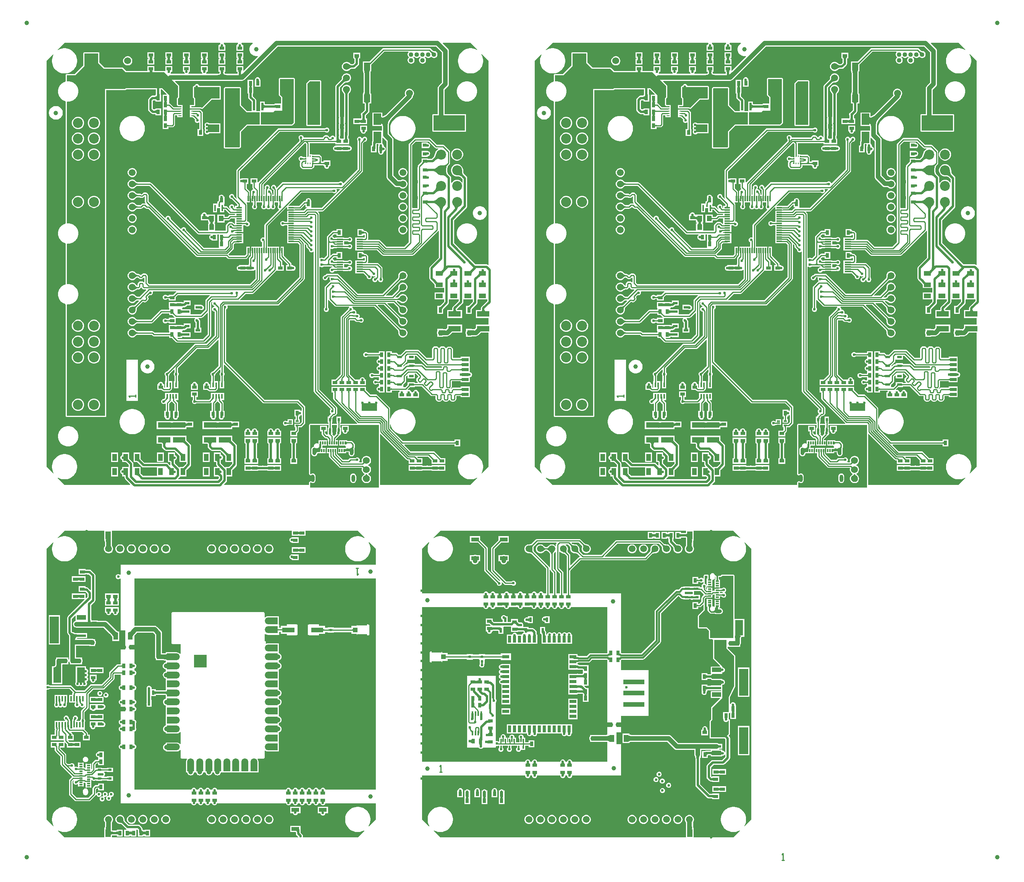
<source format=gtl>
G04*
G04 #@! TF.GenerationSoftware,Altium Limited,Altium Designer,21.1.1 (26)*
G04*
G04 Layer_Physical_Order=1*
G04 Layer_Color=255*
%FSLAX25Y25*%
%MOIN*%
G70*
G04*
G04 #@! TF.SameCoordinates,F28D7FE3-0C23-4916-8856-21DE0BB7123B*
G04*
G04*
G04 #@! TF.FilePolarity,Positive*
G04*
G01*
G75*
%ADD10C,0.03937*%
%ADD11C,0.01000*%
%ADD12R,0.08661X0.04134*%
%ADD13R,0.04134X0.03937*%
%ADD14R,0.02362X0.01968*%
%ADD15R,0.04331X0.04331*%
%ADD16R,0.05906X0.03150*%
%ADD17R,0.03150X0.05906*%
%ADD18R,0.03937X0.12992*%
%ADD19R,0.12992X0.03937*%
%ADD20R,0.14961X0.03937*%
%ADD21R,0.03937X0.14961*%
%ADD22R,0.01968X0.02756*%
%ADD23R,0.03000X0.04000*%
%ADD24R,0.04700X0.07100*%
%ADD25R,0.07000X0.03500*%
%ADD26R,0.01181X0.02638*%
%ADD27R,0.04000X0.03000*%
%ADD28R,0.01650X0.03937*%
%ADD29R,0.02362X0.03937*%
%ADD30R,0.03150X0.01968*%
%ADD31R,0.07874X0.03937*%
%ADD32R,0.07874X0.02362*%
%ADD33R,0.07874X0.23622*%
%ADD34R,0.07087X0.13780*%
%ADD35R,0.03937X0.06299*%
%ADD36R,0.03937X0.03937*%
%ADD37R,0.06299X0.03937*%
%ADD38R,0.02756X0.01181*%
%ADD39C,0.04000*%
%ADD40C,0.02000*%
%ADD41C,0.01800*%
%ADD42C,0.01500*%
%ADD43C,0.00900*%
%ADD44R,0.00984X0.01181*%
%ADD45R,0.01378X0.01181*%
%ADD46R,0.05709X0.01181*%
%ADD47R,0.08504X0.08898*%
%ADD48R,0.02756X0.00984*%
%ADD49R,0.05906X0.08661*%
%ADD50R,0.09843X0.06693*%
%ADD51R,0.08898X0.08504*%
%ADD52R,0.07087X0.22441*%
%ADD53R,0.02000X0.06500*%
%ADD54R,0.05118X0.11024*%
%ADD55R,0.06693X0.09843*%
%ADD56R,0.02362X0.04331*%
%ADD57R,0.05500X0.06500*%
%ADD58R,0.03543X0.03150*%
%ADD59R,0.11024X0.05118*%
%ADD60R,0.07874X0.05709*%
%ADD61R,0.04331X0.02362*%
%ADD62R,0.13780X0.07087*%
%ADD63R,0.03937X0.02362*%
%ADD64R,0.03150X0.03543*%
%ADD65R,0.01772X0.04331*%
%ADD66R,0.01181X0.02756*%
%ADD67R,0.01968X0.03150*%
%ADD68R,0.02638X0.01181*%
%ADD69R,0.01181X0.04724*%
%ADD70R,0.04724X0.01181*%
%ADD71R,0.05118X0.01181*%
%ADD72R,0.01575X0.05512*%
%ADD73R,0.01181X0.01968*%
%ADD74R,0.04300X0.04800*%
%ADD75R,0.02992X0.05000*%
%ADD76R,0.13661X0.03937*%
%ADD77R,0.03937X0.13661*%
%ADD78R,0.07874X0.03937*%
%ADD79R,0.09449X0.07874*%
%ADD80R,0.08661X0.03937*%
%ADD81R,0.10630X0.08268*%
%ADD82O,0.11260X0.05906*%
%ADD83O,0.05906X0.11260*%
%ADD84C,0.00787*%
%ADD85R,0.05906X0.05906*%
%ADD86R,0.05906X0.05906*%
%ADD87R,0.01378X0.04724*%
%ADD88C,0.05906*%
%ADD89O,0.06299X0.03150*%
%ADD90C,0.02362*%
%ADD91C,0.06000*%
%ADD92C,0.04000*%
%ADD93O,0.03150X0.06299*%
%ADD94C,0.08661*%
G36*
X697563Y813463D02*
X697575Y813310D01*
X697594Y813175D01*
X697621Y813058D01*
X697656Y812959D01*
X697699Y812877D01*
X697749Y812815D01*
X697781Y812790D01*
X697886D01*
X697850Y812752D01*
X697874Y812743D01*
X697947Y812733D01*
X697833D01*
X697824Y812723D01*
X697768Y812650D01*
X697719Y812572D01*
X697677Y812487D01*
X697641Y812396D01*
X697611Y812300D01*
X697588Y812198D01*
X697572Y812089D01*
X697562Y811975D01*
X697559Y811855D01*
X696559D01*
X696556Y811975D01*
X696546Y812089D01*
X696530Y812198D01*
X696507Y812300D01*
X696477Y812396D01*
X696441Y812487D01*
X696399Y812572D01*
X696350Y812650D01*
X696294Y812723D01*
X696285Y812733D01*
X696171D01*
X696244Y812743D01*
X696268Y812752D01*
X696232Y812790D01*
X696338D01*
X696369Y812815D01*
X696419Y812877D01*
X696462Y812959D01*
X696497Y813058D01*
X696524Y813175D01*
X696544Y813310D01*
X696555Y813463D01*
X696559Y813634D01*
X697559D01*
X697563Y813463D01*
D02*
G37*
G36*
X271579D02*
X271590Y813310D01*
X271610Y813175D01*
X271637Y813058D01*
X271672Y812959D01*
X271715Y812877D01*
X271765Y812815D01*
X271796Y812790D01*
X271902D01*
X271866Y812752D01*
X271889Y812743D01*
X271963Y812733D01*
X271849D01*
X271839Y812723D01*
X271784Y812650D01*
X271735Y812572D01*
X271692Y812487D01*
X271656Y812396D01*
X271627Y812300D01*
X271604Y812198D01*
X271588Y812089D01*
X271578Y811975D01*
X271575Y811855D01*
X270575D01*
X270571Y811975D01*
X270562Y812089D01*
X270545Y812198D01*
X270522Y812300D01*
X270493Y812396D01*
X270457Y812487D01*
X270415Y812572D01*
X270366Y812650D01*
X270310Y812723D01*
X270301Y812733D01*
X270186D01*
X270260Y812743D01*
X270284Y812752D01*
X270248Y812790D01*
X270353D01*
X270385Y812815D01*
X270435Y812877D01*
X270478Y812959D01*
X270513Y813058D01*
X270540Y813175D01*
X270559Y813310D01*
X270571Y813463D01*
X270575Y813634D01*
X271575D01*
X271579Y813463D01*
D02*
G37*
G36*
X651062Y792292D02*
X651072Y792178D01*
X651088Y792070D01*
X651111Y791968D01*
X651141Y791871D01*
X651177Y791781D01*
X651219Y791696D01*
X651268Y791617D01*
X651324Y791544D01*
X651333Y791534D01*
X651447D01*
X651374Y791525D01*
X651350Y791516D01*
X651386Y791477D01*
X651281D01*
X651249Y791453D01*
X651199Y791390D01*
X651156Y791309D01*
X651121Y791210D01*
X651094Y791093D01*
X651075Y790958D01*
X651063Y790805D01*
X651059Y790634D01*
X650059D01*
X650055Y790805D01*
X650043Y790958D01*
X650024Y791093D01*
X649997Y791210D01*
X649962Y791309D01*
X649919Y791390D01*
X649869Y791453D01*
X649837Y791477D01*
X649732D01*
X649768Y791516D01*
X649745Y791525D01*
X649671Y791534D01*
X649785D01*
X649794Y791544D01*
X649850Y791617D01*
X649899Y791696D01*
X649941Y791781D01*
X649977Y791871D01*
X650007Y791968D01*
X650030Y792070D01*
X650046Y792178D01*
X650056Y792292D01*
X650059Y792413D01*
X651059D01*
X651062Y792292D01*
D02*
G37*
G36*
X225078D02*
X225088Y792178D01*
X225104Y792070D01*
X225127Y791968D01*
X225156Y791871D01*
X225192Y791781D01*
X225235Y791696D01*
X225284Y791617D01*
X225340Y791544D01*
X225349Y791534D01*
X225463D01*
X225389Y791525D01*
X225366Y791516D01*
X225402Y791477D01*
X225296D01*
X225265Y791453D01*
X225215Y791390D01*
X225172Y791309D01*
X225137Y791210D01*
X225110Y791093D01*
X225090Y790958D01*
X225079Y790805D01*
X225075Y790634D01*
X224075D01*
X224071Y790805D01*
X224059Y790958D01*
X224040Y791093D01*
X224013Y791210D01*
X223978Y791309D01*
X223935Y791390D01*
X223885Y791453D01*
X223853Y791477D01*
X223748D01*
X223784Y791516D01*
X223760Y791525D01*
X223686Y791534D01*
X223801D01*
X223810Y791544D01*
X223866Y791617D01*
X223915Y791696D01*
X223957Y791781D01*
X223993Y791871D01*
X224023Y791968D01*
X224045Y792070D01*
X224062Y792178D01*
X224072Y792292D01*
X224075Y792413D01*
X225075D01*
X225078Y792292D01*
D02*
G37*
G36*
X698859Y791502D02*
X698691Y791442D01*
X698543Y791342D01*
X698415Y791202D01*
X698306Y791022D01*
X698217Y790802D01*
X698148Y790542D01*
X698099Y790242D01*
X698069Y789902D01*
X698059Y789522D01*
X696059D01*
X696049Y789902D01*
X696020Y790242D01*
X695970Y790542D01*
X695901Y790802D01*
X695812Y791022D01*
X695703Y791202D01*
X695575Y791342D01*
X695427Y791442D01*
X695259Y791502D01*
X695071Y791522D01*
X699047D01*
X698859Y791502D01*
D02*
G37*
G36*
X272875D02*
X272707Y791442D01*
X272559Y791342D01*
X272430Y791202D01*
X272322Y791022D01*
X272233Y790802D01*
X272164Y790542D01*
X272114Y790242D01*
X272085Y789902D01*
X272075Y789522D01*
X270075D01*
X270065Y789902D01*
X270035Y790242D01*
X269986Y790542D01*
X269917Y790802D01*
X269828Y791022D01*
X269719Y791202D01*
X269591Y791342D01*
X269443Y791442D01*
X269274Y791502D01*
X269087Y791522D01*
X273063D01*
X272875Y791502D01*
D02*
G37*
G36*
X699059Y785634D02*
X698503Y786798D01*
X697076Y785371D01*
X697046Y785559D01*
X697007Y785740D01*
X696958Y785914D01*
X696900Y786080D01*
X696832Y786239D01*
X696755Y786391D01*
X696668Y786536D01*
X696572Y786673D01*
X696467Y786804D01*
X696352Y786927D01*
X697766Y788341D01*
X697906Y788258D01*
X698090Y788243D01*
X698319Y788297D01*
X698594Y788419D01*
X698913Y788609D01*
X699276Y788867D01*
X700637Y790052D01*
X701180Y790584D01*
X699059Y785634D01*
D02*
G37*
G36*
X273075D02*
X272519Y786798D01*
X271092Y785371D01*
X271062Y785559D01*
X271023Y785740D01*
X270974Y785914D01*
X270915Y786080D01*
X270848Y786239D01*
X270770Y786391D01*
X270684Y786536D01*
X270588Y786673D01*
X270482Y786804D01*
X270368Y786927D01*
X271782Y788341D01*
X271921Y788258D01*
X272106Y788243D01*
X272335Y788297D01*
X272609Y788419D01*
X272928Y788609D01*
X273292Y788867D01*
X274653Y790052D01*
X275196Y790584D01*
X273075Y785634D01*
D02*
G37*
G36*
X573559Y798134D02*
X578559Y793134D01*
X594559D01*
X597559Y790134D01*
X618529D01*
X618519Y790242D01*
X618470Y790542D01*
X618401Y790802D01*
X618312Y791022D01*
X618203Y791202D01*
X618075Y791342D01*
X617927Y791442D01*
X617759Y791502D01*
X617571Y791522D01*
X621547D01*
X621359Y791502D01*
X621191Y791442D01*
X621043Y791342D01*
X620915Y791202D01*
X620806Y791022D01*
X620717Y790802D01*
X620648Y790542D01*
X620599Y790242D01*
X620589Y790134D01*
X631059D01*
X643059Y778134D01*
Y768634D01*
X642059Y767634D01*
Y761634D01*
X642559Y761134D01*
X642627D01*
X642838Y760818D01*
X643169Y760597D01*
X643559Y760520D01*
X646110D01*
Y759571D01*
X644939D01*
X644752Y759608D01*
X639248D01*
X636385Y762470D01*
X635894Y762798D01*
X635559Y763134D01*
Y770134D01*
X629559Y776134D01*
X626939D01*
X626935Y775525D01*
X624935D01*
X624932Y776134D01*
X597559D01*
X597059Y775634D01*
X579559D01*
X579559Y490134D01*
X546059Y490134D01*
X546059Y587015D01*
X546559Y587386D01*
X548118D01*
X549832Y587727D01*
X551447Y588396D01*
X552901Y589367D01*
X554137Y590603D01*
X555108Y592056D01*
X555777Y593671D01*
X556118Y595386D01*
Y597134D01*
X555777Y598848D01*
X555108Y600463D01*
X554137Y601917D01*
X552901Y603153D01*
X551447Y604124D01*
X549832Y604793D01*
X548118Y605134D01*
X546370D01*
X546059Y605389D01*
X546059Y640164D01*
X546559Y640535D01*
X548118D01*
X549833Y640876D01*
X551447Y641545D01*
X552901Y642517D01*
X554137Y643753D01*
X555108Y645206D01*
X555777Y646821D01*
X556118Y648535D01*
Y650283D01*
X555777Y651998D01*
X555108Y653613D01*
X554137Y655066D01*
X552901Y656302D01*
X551447Y657273D01*
X549833Y657942D01*
X548118Y658284D01*
X546370D01*
X546059Y658539D01*
X546059Y764180D01*
X546559Y764551D01*
X548118D01*
X549833Y764892D01*
X551447Y765561D01*
X552901Y766532D01*
X554137Y767768D01*
X555108Y769222D01*
X555777Y770837D01*
X556118Y772551D01*
Y774299D01*
X555777Y776014D01*
X555108Y777629D01*
X554137Y779082D01*
X552901Y780318D01*
X551447Y781289D01*
X549833Y781958D01*
X548118Y782299D01*
X546370D01*
X546059Y782554D01*
Y787634D01*
X553559D01*
X561559Y795634D01*
Y806634D01*
X573559D01*
Y798134D01*
D02*
G37*
G36*
X147575D02*
X152575Y793134D01*
X168575D01*
X171575Y790134D01*
X192545D01*
X192535Y790242D01*
X192486Y790542D01*
X192417Y790802D01*
X192328Y791022D01*
X192219Y791202D01*
X192091Y791342D01*
X191943Y791442D01*
X191774Y791502D01*
X191587Y791522D01*
X195563D01*
X195375Y791502D01*
X195207Y791442D01*
X195059Y791342D01*
X194931Y791202D01*
X194822Y791022D01*
X194733Y790802D01*
X194664Y790542D01*
X194614Y790242D01*
X194605Y790134D01*
X205075D01*
X217075Y778134D01*
Y768634D01*
X216075Y767634D01*
Y761634D01*
X216575Y761134D01*
X216643D01*
X216854Y760818D01*
X217185Y760597D01*
X217575Y760520D01*
X220126D01*
Y759571D01*
X218955D01*
X218768Y759608D01*
X213263D01*
X210401Y762470D01*
X209910Y762798D01*
X209575Y763134D01*
Y770134D01*
X203575Y776134D01*
X200955D01*
X200951Y775525D01*
X198951D01*
X198948Y776134D01*
X171575D01*
X171075Y775634D01*
X153575D01*
X153575Y490134D01*
X120075Y490134D01*
X120075Y587015D01*
X120575Y587386D01*
X122134D01*
X123848Y587727D01*
X125463Y588396D01*
X126917Y589367D01*
X128153Y590603D01*
X129124Y592056D01*
X129793Y593671D01*
X130134Y595386D01*
Y597134D01*
X129793Y598848D01*
X129124Y600463D01*
X128153Y601917D01*
X126917Y603153D01*
X125463Y604124D01*
X123848Y604793D01*
X122134Y605134D01*
X120386D01*
X120075Y605389D01*
X120075Y640164D01*
X120575Y640535D01*
X122134D01*
X123848Y640876D01*
X125463Y641545D01*
X126917Y642517D01*
X128153Y643753D01*
X129124Y645206D01*
X129793Y646821D01*
X130134Y648535D01*
Y650283D01*
X129793Y651998D01*
X129124Y653613D01*
X128153Y655066D01*
X126917Y656302D01*
X125463Y657273D01*
X123848Y657942D01*
X122134Y658284D01*
X120386D01*
X120075Y658539D01*
X120075Y764180D01*
X120575Y764551D01*
X122134D01*
X123848Y764892D01*
X125463Y765561D01*
X126917Y766532D01*
X128153Y767768D01*
X129124Y769222D01*
X129793Y770837D01*
X130134Y772551D01*
Y774299D01*
X129793Y776014D01*
X129124Y777629D01*
X128153Y779082D01*
X126917Y780318D01*
X125463Y781289D01*
X123848Y781958D01*
X122134Y782299D01*
X120386D01*
X120075Y782554D01*
Y787634D01*
X127575D01*
X135575Y795634D01*
Y806634D01*
X147575D01*
Y798134D01*
D02*
G37*
G36*
X683359Y791502D02*
X683191Y791442D01*
X683043Y791342D01*
X682915Y791202D01*
X682806Y791022D01*
X682717Y790802D01*
X682648Y790542D01*
X682599Y790242D01*
X682593Y790175D01*
X682666Y789064D01*
X682719Y788914D01*
X682919Y788614D01*
X683199Y788354D01*
X683559Y788134D01*
X683999Y787954D01*
X684519Y787814D01*
X685119Y787714D01*
X685799Y787654D01*
X686559Y787634D01*
X681559Y783634D01*
X676559Y787634D01*
X677319Y787654D01*
X677999Y787714D01*
X678599Y787814D01*
X679119Y787954D01*
X679559Y788134D01*
X679919Y788354D01*
X680199Y788614D01*
X680399Y788914D01*
X680507Y789220D01*
X680536Y790058D01*
X680519Y790242D01*
X680470Y790542D01*
X680401Y790802D01*
X680312Y791022D01*
X680203Y791202D01*
X680075Y791342D01*
X679927Y791442D01*
X679759Y791502D01*
X679571Y791522D01*
X683547D01*
X683359Y791502D01*
D02*
G37*
G36*
X257375D02*
X257207Y791442D01*
X257059Y791342D01*
X256930Y791202D01*
X256822Y791022D01*
X256733Y790802D01*
X256664Y790542D01*
X256614Y790242D01*
X256608Y790175D01*
X256682Y789064D01*
X256735Y788914D01*
X256935Y788614D01*
X257215Y788354D01*
X257575Y788134D01*
X258015Y787954D01*
X258535Y787814D01*
X259135Y787714D01*
X259815Y787654D01*
X260575Y787634D01*
X255575Y783634D01*
X250575Y787634D01*
X251335Y787654D01*
X252015Y787714D01*
X252615Y787814D01*
X253135Y787954D01*
X253575Y788134D01*
X253935Y788354D01*
X254215Y788614D01*
X254415Y788914D01*
X254523Y789220D01*
X254551Y790058D01*
X254535Y790242D01*
X254486Y790542D01*
X254417Y790802D01*
X254328Y791022D01*
X254219Y791202D01*
X254091Y791342D01*
X253942Y791442D01*
X253774Y791502D01*
X253587Y791522D01*
X257563D01*
X257375Y791502D01*
D02*
G37*
G36*
X790128Y782158D02*
X789825Y782151D01*
X789533Y782123D01*
X789252Y782076D01*
X788982Y782008D01*
X788724Y781920D01*
X788475Y781812D01*
X788238Y781684D01*
X788012Y781535D01*
X787796Y781367D01*
X787592Y781178D01*
X786178Y782592D01*
X786367Y782796D01*
X786535Y783012D01*
X786684Y783238D01*
X786812Y783475D01*
X786920Y783723D01*
X787008Y783983D01*
X787076Y784252D01*
X787123Y784533D01*
X787151Y784825D01*
X787158Y785127D01*
X790128Y782158D01*
D02*
G37*
G36*
X364143D02*
X363841Y782151D01*
X363549Y782123D01*
X363268Y782076D01*
X362998Y782008D01*
X362739Y781920D01*
X362491Y781812D01*
X362254Y781684D01*
X362028Y781535D01*
X361812Y781367D01*
X361608Y781178D01*
X360193Y782592D01*
X360382Y782796D01*
X360551Y783012D01*
X360700Y783238D01*
X360828Y783475D01*
X360936Y783723D01*
X361024Y783983D01*
X361092Y784252D01*
X361139Y784533D01*
X361166Y784825D01*
X361173Y785127D01*
X364143Y782158D01*
D02*
G37*
G36*
X792186Y772947D02*
X791972Y772737D01*
X791780Y772518D01*
X791611Y772292D01*
X791465Y772059D01*
X791341Y771817D01*
X791239Y771568D01*
X791160Y771312D01*
X791104Y771048D01*
X791070Y770776D01*
X791059Y770496D01*
X789059Y770566D01*
X789048Y770843D01*
X789016Y771114D01*
X788963Y771380D01*
X788888Y771640D01*
X788791Y771895D01*
X788674Y772144D01*
X788534Y772388D01*
X788374Y772626D01*
X788192Y772858D01*
X787988Y773085D01*
X792186Y772947D01*
D02*
G37*
G36*
X366202D02*
X365988Y772737D01*
X365796Y772518D01*
X365627Y772292D01*
X365480Y772059D01*
X365357Y771817D01*
X365255Y771568D01*
X365176Y771312D01*
X365120Y771048D01*
X365086Y770776D01*
X365075Y770496D01*
X363075Y770566D01*
X363064Y770843D01*
X363032Y771114D01*
X362978Y771380D01*
X362903Y771640D01*
X362807Y771895D01*
X362689Y772144D01*
X362550Y772388D01*
X362389Y772626D01*
X362208Y772858D01*
X362004Y773085D01*
X366202Y772947D01*
D02*
G37*
G36*
X626940Y771242D02*
X627013Y770342D01*
X627057Y770122D01*
X627111Y769942D01*
X627175Y769802D01*
X627248Y769702D01*
X627331Y769642D01*
X627423Y769622D01*
X624447D01*
X624540Y769642D01*
X624623Y769702D01*
X624696Y769802D01*
X624760Y769942D01*
X624813Y770122D01*
X624857Y770342D01*
X624892Y770602D01*
X624931Y771242D01*
X624935Y771622D01*
X626935D01*
X626940Y771242D01*
D02*
G37*
G36*
X200956D02*
X201029Y770342D01*
X201073Y770122D01*
X201127Y769942D01*
X201190Y769802D01*
X201263Y769702D01*
X201346Y769642D01*
X201439Y769622D01*
X198463D01*
X198556Y769642D01*
X198639Y769702D01*
X198712Y769802D01*
X198775Y769942D01*
X198829Y770122D01*
X198873Y770342D01*
X198907Y770602D01*
X198946Y771242D01*
X198951Y771622D01*
X200951D01*
X200956Y771242D01*
D02*
G37*
G36*
X624447Y765646D02*
X624427Y765834D01*
X624367Y766002D01*
X624267Y766150D01*
X624127Y766278D01*
X623947Y766387D01*
X623727Y766476D01*
X623467Y766545D01*
X623167Y766594D01*
X622827Y766624D01*
X622447Y766634D01*
Y768634D01*
X622827Y768644D01*
X623167Y768673D01*
X623467Y768723D01*
X623727Y768792D01*
X623947Y768881D01*
X624127Y768990D01*
X624267Y769118D01*
X624367Y769266D01*
X624427Y769434D01*
X624447Y769622D01*
Y765646D01*
D02*
G37*
G36*
X198463D02*
X198443Y765834D01*
X198383Y766002D01*
X198283Y766150D01*
X198143Y766278D01*
X197963Y766387D01*
X197743Y766476D01*
X197483Y766545D01*
X197183Y766594D01*
X196843Y766624D01*
X196463Y766634D01*
Y768634D01*
X196843Y768644D01*
X197183Y768673D01*
X197483Y768723D01*
X197743Y768792D01*
X197963Y768881D01*
X198143Y768990D01*
X198283Y769118D01*
X198383Y769266D01*
X198443Y769434D01*
X198463Y769622D01*
Y765646D01*
D02*
G37*
G36*
X633578Y765626D02*
X633495Y765566D01*
X633422Y765466D01*
X633358Y765326D01*
X633305Y765146D01*
X633261Y764926D01*
X633231Y764703D01*
X633261Y764342D01*
X633305Y764122D01*
X633358Y763942D01*
X633422Y763802D01*
X633495Y763702D01*
X633578Y763642D01*
X633671Y763622D01*
X630695D01*
X630787Y763642D01*
X630870Y763702D01*
X630944Y763802D01*
X631007Y763942D01*
X631061Y764122D01*
X631105Y764342D01*
X631134Y764565D01*
X631105Y764926D01*
X631061Y765146D01*
X631007Y765326D01*
X630944Y765466D01*
X630870Y765566D01*
X630787Y765626D01*
X630695Y765646D01*
X633671D01*
X633578Y765626D01*
D02*
G37*
G36*
X207594D02*
X207511Y765566D01*
X207438Y765466D01*
X207374Y765326D01*
X207320Y765146D01*
X207277Y764926D01*
X207247Y764703D01*
X207277Y764342D01*
X207320Y764122D01*
X207374Y763942D01*
X207438Y763802D01*
X207511Y763702D01*
X207594Y763642D01*
X207686Y763622D01*
X204710D01*
X204803Y763642D01*
X204886Y763702D01*
X204959Y763802D01*
X205023Y763942D01*
X205076Y764122D01*
X205120Y764342D01*
X205150Y764565D01*
X205120Y764926D01*
X205076Y765146D01*
X205023Y765326D01*
X204959Y765466D01*
X204886Y765566D01*
X204803Y765626D01*
X204710Y765646D01*
X207686D01*
X207594Y765626D01*
D02*
G37*
G36*
X633669Y762294D02*
X633699Y762209D01*
X633750Y762134D01*
X633821Y762069D01*
X633912Y762014D01*
X634023Y761969D01*
X634155Y761934D01*
X634306Y761909D01*
X634478Y761894D01*
X634671Y761889D01*
Y760889D01*
X634478Y760884D01*
X634306Y760869D01*
X634155Y760844D01*
X634023Y760809D01*
X633912Y760764D01*
X633821Y760709D01*
X633750Y760644D01*
X633699Y760569D01*
X633669Y760484D01*
X633659Y760389D01*
Y762389D01*
X633669Y762294D01*
D02*
G37*
G36*
X207684D02*
X207715Y762209D01*
X207766Y762134D01*
X207836Y762069D01*
X207927Y762014D01*
X208039Y761969D01*
X208170Y761934D01*
X208322Y761909D01*
X208494Y761894D01*
X208686Y761889D01*
Y760889D01*
X208494Y760884D01*
X208322Y760869D01*
X208170Y760844D01*
X208039Y760809D01*
X207927Y760764D01*
X207836Y760709D01*
X207766Y760644D01*
X207715Y760569D01*
X207684Y760484D01*
X207674Y760389D01*
Y762389D01*
X207684Y762294D01*
D02*
G37*
G36*
X633669Y757015D02*
X633699Y756930D01*
X633750Y756855D01*
X633821Y756790D01*
X633912Y756735D01*
X634023Y756690D01*
X634155Y756655D01*
X634306Y756630D01*
X634478Y756615D01*
X634671Y756610D01*
Y755610D01*
X634478Y755605D01*
X634306Y755590D01*
X634155Y755565D01*
X634023Y755530D01*
X633912Y755485D01*
X633821Y755430D01*
X633750Y755365D01*
X633699Y755290D01*
X633669Y755205D01*
X633659Y755110D01*
Y757110D01*
X633669Y757015D01*
D02*
G37*
G36*
X207684D02*
X207715Y756930D01*
X207766Y756855D01*
X207836Y756790D01*
X207927Y756735D01*
X208039Y756690D01*
X208170Y756655D01*
X208322Y756630D01*
X208494Y756615D01*
X208686Y756610D01*
Y755610D01*
X208494Y755605D01*
X208322Y755590D01*
X208170Y755565D01*
X208039Y755530D01*
X207927Y755485D01*
X207836Y755430D01*
X207766Y755365D01*
X207715Y755290D01*
X207684Y755205D01*
X207674Y755110D01*
Y757110D01*
X207684Y757015D01*
D02*
G37*
G36*
X624447Y753646D02*
X624427Y753834D01*
X624367Y754002D01*
X624267Y754150D01*
X624127Y754278D01*
X623947Y754387D01*
X623727Y754476D01*
X623467Y754545D01*
X623167Y754594D01*
X622827Y754624D01*
X622447Y754634D01*
Y756634D01*
X622827Y756644D01*
X623167Y756673D01*
X623467Y756723D01*
X623727Y756792D01*
X623947Y756881D01*
X624127Y756989D01*
X624267Y757118D01*
X624367Y757266D01*
X624427Y757434D01*
X624447Y757622D01*
Y753646D01*
D02*
G37*
G36*
X198463D02*
X198443Y753834D01*
X198383Y754002D01*
X198283Y754150D01*
X198143Y754278D01*
X197963Y754387D01*
X197743Y754476D01*
X197483Y754545D01*
X197183Y754594D01*
X196843Y754624D01*
X196463Y754634D01*
Y756634D01*
X196843Y756644D01*
X197183Y756673D01*
X197483Y756723D01*
X197743Y756792D01*
X197963Y756881D01*
X198143Y756989D01*
X198283Y757118D01*
X198383Y757266D01*
X198443Y757434D01*
X198463Y757622D01*
Y753646D01*
D02*
G37*
G36*
X633578Y753626D02*
X633495Y753566D01*
X633422Y753466D01*
X633358Y753326D01*
X633305Y753146D01*
X633261Y752926D01*
X633231Y752703D01*
X633261Y752342D01*
X633305Y752122D01*
X633358Y751942D01*
X633422Y751802D01*
X633495Y751702D01*
X633578Y751642D01*
X633671Y751622D01*
X630695D01*
X630787Y751642D01*
X630870Y751702D01*
X630944Y751802D01*
X631007Y751942D01*
X631061Y752122D01*
X631105Y752342D01*
X631134Y752565D01*
X631105Y752926D01*
X631061Y753146D01*
X631007Y753326D01*
X630944Y753466D01*
X630870Y753566D01*
X630787Y753626D01*
X630695Y753646D01*
X633671D01*
X633578Y753626D01*
D02*
G37*
G36*
X207594D02*
X207511Y753566D01*
X207438Y753466D01*
X207374Y753326D01*
X207320Y753146D01*
X207277Y752926D01*
X207247Y752703D01*
X207277Y752342D01*
X207320Y752122D01*
X207374Y751942D01*
X207438Y751802D01*
X207511Y751702D01*
X207594Y751642D01*
X207686Y751622D01*
X204710D01*
X204803Y751642D01*
X204886Y751702D01*
X204959Y751802D01*
X205023Y751942D01*
X205076Y752122D01*
X205120Y752342D01*
X205150Y752565D01*
X205120Y752926D01*
X205076Y753146D01*
X205023Y753326D01*
X204959Y753466D01*
X204886Y753566D01*
X204803Y753626D01*
X204710Y753646D01*
X207686D01*
X207594Y753626D01*
D02*
G37*
G36*
X791061Y751643D02*
X791155Y750103D01*
X791180Y750043D01*
X791209Y750023D01*
X788870D01*
X788906Y750043D01*
X788938Y750103D01*
X788967Y750203D01*
X788991Y750343D01*
X789012Y750523D01*
X789051Y751303D01*
X789059Y752023D01*
X791059D01*
X791061Y751643D01*
D02*
G37*
G36*
X783561D02*
X783667Y750103D01*
X783696Y750043D01*
X783728Y750023D01*
X781390D01*
X781422Y750043D01*
X781451Y750103D01*
X781476Y750203D01*
X781498Y750343D01*
X781517Y750523D01*
X781552Y751303D01*
X781559Y752023D01*
X783559D01*
X783561Y751643D01*
D02*
G37*
G36*
X365076D02*
X365171Y750103D01*
X365196Y750043D01*
X365224Y750023D01*
X362886D01*
X362922Y750043D01*
X362954Y750103D01*
X362982Y750203D01*
X363007Y750343D01*
X363028Y750523D01*
X363067Y751303D01*
X363075Y752023D01*
X365075D01*
X365076Y751643D01*
D02*
G37*
G36*
X357576D02*
X357683Y750103D01*
X357712Y750043D01*
X357744Y750023D01*
X355406D01*
X355438Y750043D01*
X355467Y750103D01*
X355492Y750203D01*
X355514Y750343D01*
X355533Y750523D01*
X355568Y751303D01*
X355575Y752023D01*
X357575D01*
X357576Y751643D01*
D02*
G37*
G36*
X791176Y745697D02*
X791148Y745637D01*
X791122Y745537D01*
X791100Y745397D01*
X791082Y745217D01*
X791046Y744437D01*
X791040Y743717D01*
X789040D01*
X789038Y744097D01*
X788931Y745637D01*
X788903Y745697D01*
X788870Y745717D01*
X791209D01*
X791176Y745697D01*
D02*
G37*
G36*
X783696D02*
X783667Y745637D01*
X783642Y745537D01*
X783620Y745397D01*
X783601Y745217D01*
X783566Y744437D01*
X783559Y743717D01*
X781559D01*
X781557Y744097D01*
X781451Y745637D01*
X781422Y745697D01*
X781390Y745717D01*
X783728D01*
X783696Y745697D01*
D02*
G37*
G36*
X365192D02*
X365163Y745637D01*
X365138Y745537D01*
X365116Y745397D01*
X365097Y745217D01*
X365062Y744437D01*
X365055Y743717D01*
X363055D01*
X363053Y744097D01*
X362947Y745637D01*
X362918Y745697D01*
X362886Y745717D01*
X365224D01*
X365192Y745697D01*
D02*
G37*
G36*
X357712D02*
X357683Y745637D01*
X357658Y745537D01*
X357636Y745397D01*
X357617Y745217D01*
X357582Y744437D01*
X357575Y743717D01*
X355575D01*
X355573Y744097D01*
X355467Y745637D01*
X355438Y745697D01*
X355406Y745717D01*
X357744D01*
X357712Y745697D01*
D02*
G37*
G36*
X633669Y744539D02*
X633699Y744454D01*
X633750Y744379D01*
X633821Y744314D01*
X633912Y744259D01*
X634023Y744214D01*
X634155Y744179D01*
X634306Y744154D01*
X634478Y744139D01*
X634671Y744134D01*
Y743134D01*
X634478Y743129D01*
X634306Y743114D01*
X634155Y743089D01*
X634023Y743054D01*
X633912Y743009D01*
X633821Y742954D01*
X633750Y742889D01*
X633699Y742814D01*
X633669Y742729D01*
X633659Y742634D01*
Y744634D01*
X633669Y744539D01*
D02*
G37*
G36*
X207684D02*
X207715Y744454D01*
X207766Y744379D01*
X207836Y744314D01*
X207927Y744259D01*
X208039Y744214D01*
X208170Y744179D01*
X208322Y744154D01*
X208494Y744139D01*
X208686Y744134D01*
Y743134D01*
X208494Y743129D01*
X208322Y743114D01*
X208170Y743089D01*
X208039Y743054D01*
X207927Y743009D01*
X207836Y742954D01*
X207766Y742889D01*
X207715Y742814D01*
X207684Y742729D01*
X207674Y742634D01*
Y744634D01*
X207684Y744539D01*
D02*
G37*
G36*
X791041Y741407D02*
X791148Y739867D01*
X791176Y739807D01*
X791209Y739787D01*
X788870D01*
X788903Y739807D01*
X788931Y739867D01*
X788957Y739967D01*
X788979Y740107D01*
X788997Y740287D01*
X789033Y741067D01*
X789040Y741787D01*
X791040D01*
X791041Y741407D01*
D02*
G37*
G36*
X783561D02*
X783667Y739867D01*
X783696Y739807D01*
X783728Y739787D01*
X781390D01*
X781422Y739807D01*
X781451Y739867D01*
X781476Y739967D01*
X781498Y740107D01*
X781517Y740287D01*
X781552Y741067D01*
X781559Y741787D01*
X783559D01*
X783561Y741407D01*
D02*
G37*
G36*
X365057D02*
X365163Y739867D01*
X365192Y739807D01*
X365224Y739787D01*
X362886D01*
X362918Y739807D01*
X362947Y739867D01*
X362972Y739967D01*
X362994Y740107D01*
X363013Y740287D01*
X363049Y741067D01*
X363055Y741787D01*
X365055D01*
X365057Y741407D01*
D02*
G37*
G36*
X357576D02*
X357683Y739867D01*
X357712Y739807D01*
X357744Y739787D01*
X355406D01*
X355438Y739807D01*
X355467Y739867D01*
X355492Y739967D01*
X355514Y740107D01*
X355533Y740287D01*
X355568Y741067D01*
X355575Y741787D01*
X357575D01*
X357576Y741407D01*
D02*
G37*
G36*
X893559Y739134D02*
X866059D01*
Y752634D01*
X893559D01*
Y739134D01*
D02*
G37*
G36*
X467575D02*
X440075D01*
Y752634D01*
X467575D01*
Y739134D01*
D02*
G37*
G36*
X904267Y809906D02*
X903960Y809506D01*
X903301Y809887D01*
X901969Y810439D01*
X900576Y810812D01*
X899146Y811000D01*
X898425Y811000D01*
X897704Y811000D01*
X896275Y810812D01*
X894882Y810439D01*
X893550Y809887D01*
X892301Y809166D01*
X891157Y808288D01*
X890137Y807268D01*
X889259Y806124D01*
X888538Y804876D01*
X887987Y803543D01*
X887613Y802151D01*
X887425Y800721D01*
Y800000D01*
X887425Y799279D01*
X887613Y797849D01*
X887987Y796456D01*
X888538Y795124D01*
X889259Y793876D01*
X890137Y792732D01*
X891157Y791712D01*
X892301Y790834D01*
X893550Y790113D01*
X894882Y789561D01*
X896275Y789188D01*
X897704Y789000D01*
X898425Y789000D01*
X899146Y789000D01*
X900576Y789188D01*
X901969Y789561D01*
X903301Y790113D01*
X904550Y790834D01*
X905694Y791712D01*
X906713Y792732D01*
X907591Y793876D01*
X908312Y795124D01*
X908864Y796456D01*
X909237Y797849D01*
X909425Y799279D01*
X909425Y800000D01*
X909425Y800721D01*
X909237Y802151D01*
X908864Y803543D01*
X908312Y804876D01*
X907931Y805535D01*
X908331Y805842D01*
X914173Y800000D01*
Y622059D01*
X913673Y621855D01*
X913158Y622199D01*
X912378Y622354D01*
X902762D01*
X884098Y641018D01*
Y660789D01*
X895001Y671692D01*
X895443Y672354D01*
X895598Y673134D01*
X895598Y673134D01*
Y697583D01*
X895443Y698363D01*
X895001Y699025D01*
X892691Y701334D01*
X892563Y701516D01*
X892432Y701751D01*
X892312Y702023D01*
X892208Y702334D01*
X892119Y702684D01*
X892052Y703059D01*
X891971Y703983D01*
X891964Y704497D01*
X891945Y704588D01*
Y705229D01*
X891582Y706585D01*
X890880Y707801D01*
X889887Y708793D01*
X888672Y709495D01*
X887316Y709858D01*
X885912D01*
X884557Y709495D01*
X883341Y708793D01*
X882349Y707801D01*
X881647Y706585D01*
X881283Y705229D01*
Y703826D01*
X881647Y702470D01*
X882349Y701254D01*
X883341Y700262D01*
X884557Y699560D01*
X885912Y699197D01*
X886554D01*
X886645Y699178D01*
X887173Y699171D01*
X887640Y699142D01*
X888069Y699092D01*
X888458Y699022D01*
X888808Y698934D01*
X889118Y698829D01*
X889390Y698710D01*
X889626Y698578D01*
X889808Y698450D01*
X891520Y696738D01*
Y693879D01*
X891037Y693749D01*
X890880Y694021D01*
X889887Y695014D01*
X888672Y695716D01*
X887316Y696079D01*
X885912D01*
X884557Y695716D01*
X883341Y695014D01*
X882349Y694021D01*
X882098Y693588D01*
X881598Y693722D01*
Y697803D01*
X881443Y698584D01*
X881001Y699245D01*
X878912Y701334D01*
X878784Y701516D01*
X878652Y701751D01*
X878533Y702023D01*
X878428Y702334D01*
X878340Y702684D01*
X878272Y703059D01*
X878191Y703983D01*
X878185Y704497D01*
X878177Y704531D01*
X878185Y704567D01*
X878187Y705225D01*
X878248Y706377D01*
X878302Y706845D01*
X878373Y707261D01*
X878456Y707612D01*
X878547Y707894D01*
X878640Y708107D01*
X878724Y708249D01*
X878752Y708282D01*
X880140Y709670D01*
X880472Y710167D01*
X880589Y710752D01*
Y720634D01*
X880472Y721219D01*
X880140Y721715D01*
X875640Y726215D01*
X875144Y726547D01*
X874559Y726663D01*
X869193D01*
X863640Y732215D01*
X863144Y732547D01*
X862559Y732663D01*
X850059D01*
X849474Y732547D01*
X848978Y732215D01*
X844978Y728215D01*
X844646Y727719D01*
X844530Y727134D01*
Y641815D01*
X840478Y637763D01*
X825093D01*
X819641Y643215D01*
X819144Y643547D01*
X818559Y643663D01*
X808890D01*
X808715Y644163D01*
X808972Y644549D01*
X809089Y645134D01*
Y649171D01*
X808972Y649756D01*
X808640Y650252D01*
X807762Y651131D01*
X807266Y651462D01*
X806680Y651579D01*
X806247D01*
X806233Y651581D01*
X806212Y651586D01*
X806202Y651597D01*
X806127Y651650D01*
X805795Y651983D01*
X804993Y652315D01*
X804683D01*
Y653134D01*
X799683D01*
Y647134D01*
X804683D01*
Y647953D01*
X804993D01*
X805530Y648175D01*
X806030Y647867D01*
Y645770D01*
X805575Y645661D01*
X805575Y645661D01*
X805575Y645661D01*
X797866D01*
Y642480D01*
Y638543D01*
Y634606D01*
X805575D01*
Y634667D01*
X816863D01*
X819478Y632052D01*
X821178Y630352D01*
X821674Y630021D01*
X822259Y629905D01*
X847859D01*
X848444Y630021D01*
X848940Y630352D01*
X850640Y632052D01*
X870140Y651552D01*
X870296Y651784D01*
X870796Y651633D01*
Y628254D01*
X863117Y620576D01*
X862675Y619914D01*
X862520Y619134D01*
Y610134D01*
X862675Y609353D01*
X863117Y608692D01*
X864874Y606935D01*
X864934Y606895D01*
X866338Y605490D01*
X866674Y605130D01*
X866913Y604831D01*
X867096Y604570D01*
X867110Y604544D01*
Y601665D01*
X875409D01*
X875520Y601211D01*
Y598214D01*
X875409Y597760D01*
X875020Y597760D01*
X867110D01*
Y591823D01*
X875020D01*
X875409Y591823D01*
X875520Y591369D01*
Y589982D01*
X872448Y586910D01*
X872085Y586573D01*
X871787Y586335D01*
X871527Y586154D01*
X871491Y586134D01*
X870753D01*
X870715Y586141D01*
X870677Y586134D01*
X869563D01*
Y579134D01*
X874555D01*
Y582255D01*
X874563Y582293D01*
X874555Y582332D01*
Y583070D01*
X874576Y583106D01*
X874749Y583355D01*
X875238Y583932D01*
X879001Y587696D01*
X879001Y587696D01*
X879443Y588357D01*
X879598Y589138D01*
Y591369D01*
X879709Y591823D01*
X880098Y591823D01*
X888008Y591823D01*
X888020Y591328D01*
Y590479D01*
X883117Y585576D01*
X882675Y584914D01*
X882520Y584134D01*
Y583133D01*
X882507Y582984D01*
X882471Y582770D01*
X882431Y582618D01*
X882420Y582592D01*
X878047D01*
Y575474D01*
X891071D01*
Y582592D01*
X886698D01*
X886687Y582618D01*
X886647Y582770D01*
X886611Y582984D01*
X886598Y583133D01*
Y583289D01*
X891501Y588192D01*
X891501Y588192D01*
X891943Y588854D01*
X892098Y589634D01*
Y591328D01*
X892110Y591823D01*
X892598Y591823D01*
X900020D01*
X900409Y591823D01*
X900520Y591369D01*
Y589982D01*
X897448Y586910D01*
X897085Y586573D01*
X896787Y586335D01*
X896527Y586154D01*
X896491Y586134D01*
X895753D01*
X895715Y586141D01*
X895677Y586134D01*
X894563D01*
Y579134D01*
X899555D01*
Y582255D01*
X899563Y582293D01*
X899555Y582332D01*
Y583070D01*
X899576Y583106D01*
X899749Y583355D01*
X900238Y583932D01*
X904001Y587696D01*
X904001Y587696D01*
X904443Y588357D01*
X904598Y589138D01*
Y591369D01*
X904709Y591823D01*
X905098Y591823D01*
X913008Y591823D01*
X913020Y591328D01*
Y590479D01*
X908117Y585576D01*
X907675Y584914D01*
X907520Y584134D01*
Y583133D01*
X907507Y582984D01*
X907471Y582770D01*
X907431Y582618D01*
X907420Y582592D01*
X903047D01*
Y575474D01*
X914173D01*
Y569794D01*
X903047D01*
Y566955D01*
X901763Y565670D01*
X900556Y565696D01*
X899660Y565769D01*
X899555Y565785D01*
Y566134D01*
X898581D01*
X898543Y566142D01*
X898536Y566140D01*
X898528Y566141D01*
X898493Y566134D01*
X894563D01*
Y564309D01*
X894439Y564147D01*
X894136Y563417D01*
X894033Y562634D01*
X894136Y561851D01*
X894439Y561121D01*
X894563Y560959D01*
Y559134D01*
X898493D01*
X898528Y559126D01*
X898536Y559128D01*
X898543Y559126D01*
X898581Y559134D01*
X899555D01*
Y559461D01*
X901795Y559608D01*
X903006D01*
X903789Y559711D01*
X904519Y560013D01*
X905145Y560494D01*
X907327Y562676D01*
X914173D01*
Y445669D01*
X908332Y439828D01*
X907932Y440135D01*
X908312Y440794D01*
X908864Y442126D01*
X909237Y443519D01*
X909425Y444948D01*
X909425Y445669D01*
X909425Y446390D01*
X909237Y447820D01*
X908864Y449213D01*
X908312Y450545D01*
X907591Y451794D01*
X906713Y452938D01*
X905694Y453957D01*
X904550Y454835D01*
X903301Y455556D01*
X901969Y456108D01*
X900576Y456481D01*
X899146Y456669D01*
X898425Y456669D01*
X897704Y456669D01*
X896275Y456481D01*
X894882Y456108D01*
X893550Y455556D01*
X892301Y454835D01*
X891157Y453957D01*
X890137Y452938D01*
X889259Y451794D01*
X888538Y450545D01*
X887987Y449213D01*
X887613Y447820D01*
X887425Y446390D01*
Y445669D01*
X887425Y444948D01*
X887613Y443519D01*
X887987Y442126D01*
X888538Y440794D01*
X889259Y439545D01*
X890137Y438401D01*
X891157Y437381D01*
X892301Y436504D01*
X893550Y435782D01*
X894882Y435231D01*
X896275Y434858D01*
X897704Y434669D01*
X898425Y434669D01*
X899146Y434669D01*
X900576Y434858D01*
X901969Y435231D01*
X903301Y435782D01*
X903960Y436163D01*
X904267Y435763D01*
X898425Y429921D01*
X819579D01*
X819579Y474010D01*
X820041Y474201D01*
X842489Y451752D01*
X842986Y451421D01*
X843571Y451304D01*
X844349D01*
X844559Y451095D01*
Y448257D01*
X856559D01*
Y453258D01*
X852759D01*
X852515Y453465D01*
X851937Y454042D01*
X852128Y454504D01*
X861149D01*
X864314Y451339D01*
X864462Y451180D01*
X864559Y451060D01*
Y448257D01*
X876559D01*
Y453258D01*
X872759D01*
X872515Y453465D01*
X867264Y458715D01*
X866768Y459047D01*
X866183Y459163D01*
X846192D01*
X840713Y464642D01*
X840905Y465104D01*
X884435D01*
Y463634D01*
X889435D01*
Y469634D01*
X884435D01*
Y468163D01*
X839455D01*
X828189Y479430D01*
Y482337D01*
X828689Y482403D01*
X828932Y481496D01*
X829483Y480164D01*
X830204Y478915D01*
X831082Y477771D01*
X832102Y476751D01*
X833246Y475874D01*
X834494Y475153D01*
X835827Y474601D01*
X837219Y474228D01*
X838649Y474039D01*
X839370Y474039D01*
X840091Y474039D01*
X841521Y474228D01*
X842914Y474601D01*
X844246Y475153D01*
X845494Y475874D01*
X846638Y476751D01*
X847658Y477771D01*
X848536Y478915D01*
X849257Y480164D01*
X849809Y481496D01*
X850182Y482889D01*
X850370Y484318D01*
X850370Y485039D01*
X850370Y485760D01*
X850182Y487190D01*
X849809Y488583D01*
X849257Y489915D01*
X848536Y491164D01*
X847658Y492308D01*
X846638Y493327D01*
X845494Y494205D01*
X844246Y494926D01*
X842914Y495478D01*
X841521Y495851D01*
X840091Y496039D01*
X839370Y496039D01*
X838649Y496039D01*
X837219Y495851D01*
X835827Y495478D01*
X834494Y494926D01*
X833246Y494205D01*
X832102Y493327D01*
X831082Y492308D01*
X830204Y491164D01*
X829483Y489915D01*
X828932Y488583D01*
X828689Y487676D01*
X828189Y487742D01*
Y496534D01*
X828072Y497119D01*
X827740Y497615D01*
X817140Y508215D01*
X816644Y508547D01*
X816059Y508663D01*
X811069D01*
X807308Y512424D01*
X807159Y512584D01*
X807063Y512705D01*
X807059Y512710D01*
Y512898D01*
X807067Y512936D01*
X807059Y512975D01*
Y515510D01*
X777059D01*
Y510510D01*
X778530D01*
Y505134D01*
X778646Y504549D01*
X778978Y504052D01*
X799377Y483653D01*
X799263Y483256D01*
X799189Y483153D01*
X784829D01*
Y484283D01*
X785284D01*
Y485257D01*
X785291Y485295D01*
X785284Y485334D01*
Y485393D01*
X785285Y485408D01*
X785284Y485413D01*
Y489433D01*
X781315D01*
Y485413D01*
X781314Y485408D01*
X781315Y485393D01*
Y485334D01*
X781307Y485295D01*
X781315Y485257D01*
Y484283D01*
X781770D01*
Y483153D01*
X777348D01*
Y484283D01*
X777803D01*
Y485257D01*
X777811Y485295D01*
X777803Y485334D01*
Y485393D01*
X777805Y485408D01*
X777803Y485413D01*
Y487195D01*
X777833Y487343D01*
Y488630D01*
X779105Y489903D01*
X779590D01*
X780175Y490019D01*
X780672Y490351D01*
X781550Y491230D01*
X781882Y491726D01*
X781998Y492311D01*
Y497008D01*
X781882Y497593D01*
X781550Y498089D01*
X766588Y513051D01*
Y620313D01*
X767089Y620520D01*
X767324Y620285D01*
X768125Y619953D01*
X768993D01*
X769795Y620285D01*
X770027Y620517D01*
X770095Y620559D01*
X770123Y620585D01*
X770123Y620585D01*
X770134Y620589D01*
X770153Y620595D01*
X770183Y620602D01*
X770202Y620605D01*
X775932D01*
X776091Y620573D01*
X777049D01*
X777120Y620565D01*
X777226Y620545D01*
X777325Y620517D01*
X777420Y620483D01*
X777511Y620440D01*
X777601Y620390D01*
X777690Y620329D01*
X777746Y620284D01*
X777844Y620186D01*
X777637Y619686D01*
X777099D01*
X776298Y619354D01*
X775684Y618740D01*
X775352Y617939D01*
Y617071D01*
X775684Y616269D01*
X776298Y615656D01*
X777099Y615324D01*
X777967D01*
X778769Y615656D01*
X779382Y616269D01*
X779534Y616636D01*
X780543D01*
Y616575D01*
X788252D01*
Y616636D01*
X791591D01*
X792096Y616737D01*
X792344Y616634D01*
X793212D01*
X794014Y616966D01*
X794627Y617580D01*
X794959Y618381D01*
Y619249D01*
X794627Y620050D01*
X794014Y620664D01*
X793212Y620996D01*
X792344D01*
X791542Y620664D01*
X790929Y620050D01*
X790782Y619695D01*
X788252D01*
Y622573D01*
X791436D01*
X791457Y622570D01*
X791489Y622563D01*
X791512Y622556D01*
X791526Y622551D01*
X791532Y622548D01*
X791532Y622548D01*
X791564Y622520D01*
X791623Y622486D01*
X791824Y622285D01*
X792625Y621953D01*
X793493D01*
X794295Y622285D01*
X794908Y622898D01*
X795240Y623700D01*
Y624568D01*
X794908Y625369D01*
X794295Y625983D01*
X793493Y626315D01*
X792625D01*
X791824Y625983D01*
X791558Y625717D01*
X791482Y625668D01*
X791460Y625646D01*
X791458Y625646D01*
X791442Y625641D01*
X791415Y625634D01*
X791398Y625632D01*
X788252D01*
Y625661D01*
X780543D01*
Y625600D01*
X779581D01*
X779408Y626019D01*
X778794Y626632D01*
X778182Y626886D01*
X778015Y627426D01*
X779193Y628605D01*
X781435D01*
Y627134D01*
X786435D01*
Y633134D01*
X781435D01*
Y631663D01*
X778559D01*
X777974Y631547D01*
X777478Y631215D01*
X776550Y630288D01*
X776088Y630479D01*
Y635867D01*
X776588Y636175D01*
X777125Y635953D01*
X777993D01*
X778794Y636285D01*
X779043Y636533D01*
X779116Y636579D01*
X779141Y636603D01*
X779147Y636606D01*
X779165Y636611D01*
X779193Y636618D01*
X779211Y636620D01*
X780543D01*
Y636575D01*
X788252D01*
Y636604D01*
X791416D01*
X791435Y636602D01*
X791465Y636595D01*
X791484Y636589D01*
X791495Y636585D01*
X791495Y636585D01*
X791523Y636559D01*
X791592Y636517D01*
X791824Y636285D01*
X792625Y635953D01*
X793493D01*
X794295Y636285D01*
X794908Y636898D01*
X795240Y637700D01*
Y638568D01*
X794908Y639369D01*
X794295Y639983D01*
X793493Y640315D01*
X792625D01*
X791824Y639983D01*
X791592Y639751D01*
X791523Y639709D01*
X791495Y639683D01*
X791495Y639683D01*
X791484Y639679D01*
X791465Y639673D01*
X791435Y639666D01*
X791416Y639663D01*
X788252D01*
Y642542D01*
X791379D01*
X791394Y642539D01*
X791417Y642534D01*
X791422Y642532D01*
X791437Y642517D01*
X791514Y642464D01*
X791824Y642154D01*
X792625Y641822D01*
X793493D01*
X794295Y642154D01*
X794908Y642768D01*
X795240Y643569D01*
Y644437D01*
X794908Y645239D01*
X794295Y645852D01*
X793493Y646184D01*
X792625D01*
X791824Y645852D01*
X791656Y645685D01*
X791613Y645662D01*
X791579Y645633D01*
X791578Y645632D01*
X791573Y645630D01*
X791563Y645625D01*
X791545Y645618D01*
X791519Y645611D01*
X791483Y645604D01*
X791460Y645600D01*
X788252D01*
Y645661D01*
X780543D01*
Y645600D01*
X779214D01*
X779089Y645901D01*
X778476Y646514D01*
X778005Y646709D01*
X777887Y647299D01*
X779193Y648604D01*
X781435D01*
Y647134D01*
X786435D01*
Y653134D01*
X781435D01*
Y651663D01*
X778559D01*
X777974Y651547D01*
X777478Y651215D01*
X773478Y647215D01*
X773146Y646719D01*
X773030Y646134D01*
Y642832D01*
Y630267D01*
X770426Y627663D01*
X770202D01*
X770183Y627666D01*
X770153Y627673D01*
X770134Y627679D01*
X770123Y627683D01*
X770123Y627683D01*
X770095Y627708D01*
X770027Y627751D01*
X769795Y627983D01*
X768993Y628315D01*
X768125D01*
X767324Y627983D01*
X767089Y627748D01*
X766588Y627955D01*
Y666202D01*
X766472Y666787D01*
X766141Y667283D01*
X765281Y668143D01*
X765473Y668605D01*
X769059D01*
X769644Y668721D01*
X770141Y669052D01*
X804140Y703052D01*
X804472Y703549D01*
X804589Y704134D01*
Y728000D01*
X805979Y729391D01*
X805994Y729402D01*
X806020Y729419D01*
X806038Y729428D01*
X806048Y729432D01*
X806048Y729432D01*
X806086Y729434D01*
X806165Y729453D01*
X806493D01*
X807294Y729785D01*
X807908Y730398D01*
X808240Y731200D01*
Y732068D01*
X807908Y732869D01*
X807294Y733483D01*
X806493Y733815D01*
X805625D01*
X804824Y733483D01*
X804210Y732869D01*
X804080Y732555D01*
X803539D01*
X803408Y732869D01*
X802794Y733483D01*
X801993Y733815D01*
X801125D01*
X800324Y733483D01*
X799710Y732869D01*
X799378Y732068D01*
Y731200D01*
X799710Y730398D01*
X799849Y730259D01*
X799863Y730233D01*
X799891Y730197D01*
X799893Y730193D01*
X799897Y730186D01*
X799903Y730172D01*
X799911Y730151D01*
X799919Y730122D01*
X799926Y730083D01*
X799930Y730059D01*
Y705430D01*
X787702Y693202D01*
X787129Y693336D01*
X786908Y693869D01*
X786295Y694483D01*
X785493Y694815D01*
X784625D01*
X783824Y694483D01*
X783592Y694251D01*
X783523Y694208D01*
X783495Y694183D01*
X783495Y694183D01*
X783484Y694179D01*
X783465Y694173D01*
X783435Y694166D01*
X783416Y694163D01*
X734928D01*
X734342Y694047D01*
X733846Y693715D01*
X729143Y689012D01*
X728740Y689316D01*
Y690068D01*
X728408Y690869D01*
X727795Y691483D01*
X726993Y691815D01*
X726125D01*
X725324Y691483D01*
X724710Y690869D01*
X724378Y690068D01*
Y689200D01*
X724710Y688398D01*
X725324Y687785D01*
X726125Y687453D01*
X726166D01*
X726198Y687434D01*
X726237Y687409D01*
X726271Y687384D01*
X726314Y687347D01*
X726388Y687274D01*
Y683134D01*
X725510D01*
Y684341D01*
X725393Y684927D01*
X725178Y685249D01*
X725152Y685303D01*
X725126Y685327D01*
X725102Y685363D01*
Y686203D01*
X724770Y687005D01*
X724156Y687619D01*
X723354Y687951D01*
X723168D01*
X723020Y688205D01*
X722930Y688451D01*
X723240Y689200D01*
Y690068D01*
X722908Y690869D01*
X722295Y691483D01*
X721493Y691815D01*
X720625D01*
X719824Y691483D01*
X719210Y690869D01*
X718878Y690068D01*
Y689200D01*
X719011Y688880D01*
X718962Y688831D01*
X718630Y688335D01*
X718514Y687749D01*
Y683134D01*
X717636D01*
Y692022D01*
X753842Y728228D01*
X754250D01*
X755038Y727441D01*
Y716791D01*
X754870Y716587D01*
X754508D01*
Y716209D01*
X752819D01*
Y716148D01*
X752217D01*
X752198Y716151D01*
X752168Y716157D01*
X752149Y716163D01*
X752139Y716167D01*
X752111Y716193D01*
X752042Y716236D01*
X751809Y716468D01*
X751008Y716800D01*
X750140D01*
X749338Y716468D01*
X748725Y715855D01*
X748393Y715053D01*
Y714185D01*
X748725Y713384D01*
X749338Y712770D01*
X749567Y712675D01*
X749753Y712057D01*
X749646Y711898D01*
X749530Y711313D01*
Y708134D01*
X749646Y707549D01*
X749978Y707052D01*
X750978Y706052D01*
X751474Y705721D01*
X752059Y705605D01*
X759680D01*
X760266Y705721D01*
X760762Y706052D01*
X761641Y706931D01*
X761972Y707427D01*
X762088Y708013D01*
Y708981D01*
X770059D01*
Y708010D01*
X770878D01*
Y707700D01*
X771210Y706898D01*
X771824Y706285D01*
X772625Y705953D01*
X773493D01*
X774295Y706285D01*
X774908Y706898D01*
X775240Y707700D01*
Y708010D01*
X776059D01*
Y713010D01*
X770059D01*
Y712040D01*
X768499D01*
Y715708D01*
X768382Y716293D01*
X768051Y716789D01*
X767172Y717668D01*
X766676Y718000D01*
X766091Y718116D01*
X762299D01*
Y718177D01*
X760035D01*
Y718374D01*
X758096D01*
Y728074D01*
X758223Y728228D01*
X780559D01*
Y727257D01*
X792559D01*
Y731210D01*
X792567Y731249D01*
X792559Y731286D01*
Y732258D01*
X791951D01*
X791932Y732363D01*
X791897Y732762D01*
Y734237D01*
X791915Y734469D01*
X792221D01*
Y735370D01*
X792223Y735378D01*
X792221Y735403D01*
Y735442D01*
X792228Y735480D01*
X792221Y735519D01*
Y739749D01*
X792228Y739787D01*
X792221Y739825D01*
Y740799D01*
X792105D01*
X792079Y741184D01*
Y741975D01*
X792221Y742318D01*
Y743186D01*
X792079Y743529D01*
Y744695D01*
X792079Y744705D01*
X792221D01*
Y745679D01*
X792228Y745717D01*
X792221Y745755D01*
Y749985D01*
X792228Y750023D01*
X792221Y750062D01*
Y751035D01*
X792119D01*
X792098Y751379D01*
Y770779D01*
X792110Y770878D01*
X792148Y771055D01*
X792201Y771226D01*
X792268Y771391D01*
X792352Y771554D01*
X792453Y771715D01*
X792573Y771876D01*
X792714Y772036D01*
X792901Y772221D01*
X792952Y772295D01*
X793358Y772701D01*
X793885Y773614D01*
X794158Y774631D01*
Y775684D01*
X793885Y776701D01*
X793358Y777614D01*
X792614Y778358D01*
X791701Y778885D01*
X790684Y779157D01*
X789631D01*
X788614Y778885D01*
X787701Y778358D01*
X786957Y777614D01*
X786430Y776701D01*
X786158Y775684D01*
Y774631D01*
X786430Y773614D01*
X786957Y772701D01*
X787194Y772464D01*
X787229Y772404D01*
X787410Y772203D01*
X787549Y772026D01*
X787668Y771849D01*
X787769Y771672D01*
X787852Y771496D01*
X787919Y771318D01*
X787971Y771138D01*
X788009Y770953D01*
X788020Y770858D01*
Y751092D01*
X788017Y751035D01*
X787858D01*
Y750062D01*
X787851Y750023D01*
X787858Y749985D01*
Y749914D01*
X787858Y749905D01*
X787858Y749903D01*
Y745755D01*
X787851Y745717D01*
X787858Y745679D01*
Y744705D01*
X787974D01*
X788000Y744320D01*
Y743529D01*
X787858Y743186D01*
Y742318D01*
X788000Y741975D01*
Y740809D01*
X788000Y740799D01*
X787858D01*
Y739825D01*
X787851Y739787D01*
X787858Y739749D01*
Y737650D01*
X787819Y737453D01*
Y732799D01*
X787806Y732650D01*
X787771Y732437D01*
X787730Y732285D01*
X787719Y732258D01*
X784699D01*
X784688Y732285D01*
X784647Y732437D01*
X784611Y732651D01*
X784598Y732799D01*
Y734459D01*
X784599Y734469D01*
X784740D01*
Y735442D01*
X784748Y735480D01*
X784740Y735519D01*
Y739749D01*
X784748Y739787D01*
X784740Y739825D01*
Y740799D01*
X784625D01*
X784598Y741184D01*
Y744695D01*
X784599Y744705D01*
X784740D01*
Y745679D01*
X784748Y745717D01*
X784740Y745755D01*
Y749985D01*
X784748Y750023D01*
X784740Y750062D01*
Y751035D01*
X784625D01*
X784598Y751420D01*
Y776714D01*
X788530Y780646D01*
X788607Y780706D01*
X788761Y780808D01*
X788922Y780895D01*
X789091Y780969D01*
X789271Y781029D01*
X789462Y781077D01*
X789666Y781112D01*
X789884Y781132D01*
X790151Y781138D01*
X790237Y781157D01*
X790684D01*
X791701Y781430D01*
X792614Y781957D01*
X793358Y782701D01*
X793885Y783614D01*
X794158Y784631D01*
Y785684D01*
X793885Y786701D01*
X793358Y787614D01*
X792614Y788358D01*
X791701Y788885D01*
X790684Y789157D01*
X789631D01*
X788614Y788885D01*
X787701Y788358D01*
X786957Y787614D01*
X786430Y786701D01*
X786158Y785684D01*
Y785237D01*
X786138Y785151D01*
X786132Y784884D01*
X786112Y784666D01*
X786077Y784462D01*
X786029Y784271D01*
X785968Y784092D01*
X785895Y783922D01*
X785808Y783761D01*
X785706Y783607D01*
X785646Y783530D01*
X781117Y779001D01*
X780675Y778339D01*
X780520Y777559D01*
Y751045D01*
X780519Y751035D01*
X780378D01*
Y750062D01*
X780370Y750023D01*
X780378Y749985D01*
Y745755D01*
X780370Y745717D01*
X780378Y745679D01*
Y744705D01*
X780493D01*
X780520Y744320D01*
Y740809D01*
X780519Y740799D01*
X780378D01*
Y739825D01*
X780370Y739787D01*
X780378Y739749D01*
Y735519D01*
X780370Y735480D01*
X780378Y735442D01*
Y734469D01*
X780493D01*
X780520Y734084D01*
Y733699D01*
X780020Y733600D01*
X779908Y733869D01*
X779294Y734483D01*
X778493Y734815D01*
X777625D01*
X776824Y734483D01*
X776210Y733869D01*
X775917Y733163D01*
X775439D01*
X775393Y733209D01*
X775340Y733479D01*
X775008Y733975D01*
X774408Y734575D01*
X773912Y734907D01*
X773327Y735023D01*
X771527D01*
X770942Y734907D01*
X770445Y734575D01*
X769845Y733975D01*
X769514Y733479D01*
X769460Y733209D01*
X769415Y733163D01*
X752822D01*
X752740Y733230D01*
Y733568D01*
X752408Y734369D01*
X751794Y734983D01*
X750993Y735315D01*
X750125D01*
X749324Y734983D01*
X748710Y734369D01*
X748378Y733568D01*
Y732700D01*
X748710Y731898D01*
X748942Y731666D01*
X748984Y731597D01*
X749010Y731570D01*
X749010Y731569D01*
X749014Y731559D01*
X749020Y731540D01*
X749027Y731510D01*
X749030Y731491D01*
Y730005D01*
X713059Y694034D01*
X713048Y694034D01*
X712559Y694187D01*
Y697510D01*
X706559D01*
Y692510D01*
X708030D01*
Y689634D01*
X708146Y689049D01*
X708478Y688552D01*
X708753Y688277D01*
X708542Y687781D01*
X707824Y687483D01*
X707210Y686869D01*
X706878Y686068D01*
Y685200D01*
X706912Y685118D01*
X706910Y685114D01*
X706793Y684529D01*
Y683134D01*
X706642D01*
Y676409D01*
X708601D01*
Y674315D01*
X708598Y674301D01*
X708593Y674277D01*
X708591Y674274D01*
X708577Y674260D01*
X708524Y674183D01*
X708210Y673869D01*
X707878Y673068D01*
Y672200D01*
X708210Y671398D01*
X708824Y670785D01*
X709625Y670453D01*
X710493D01*
X711295Y670785D01*
X711908Y671398D01*
X712240Y672200D01*
Y673068D01*
X711908Y673869D01*
X711743Y674034D01*
X711721Y674075D01*
X711692Y674110D01*
X711692Y674111D01*
X711689Y674116D01*
X711684Y674127D01*
X711678Y674145D01*
X711670Y674171D01*
X711662Y674208D01*
X711659Y674230D01*
Y676409D01*
X716538D01*
Y674281D01*
X716535Y674263D01*
X716528Y674234D01*
X716523Y674215D01*
X716519Y674207D01*
X716495Y674181D01*
X716450Y674110D01*
X716210Y673869D01*
X715878Y673068D01*
Y672200D01*
X716210Y671398D01*
X716824Y670785D01*
X717625Y670453D01*
X718493D01*
X719295Y670785D01*
X719739Y671229D01*
X720059Y671344D01*
X720379Y671229D01*
X720824Y670785D01*
X721625Y670453D01*
X722493D01*
X723294Y670785D01*
X723739Y671229D01*
X724059Y671344D01*
X724379Y671229D01*
X724824Y670785D01*
X725625Y670453D01*
X726493D01*
X727294Y670785D01*
X727908Y671398D01*
X728240Y672200D01*
Y673068D01*
X727908Y673869D01*
X727614Y674163D01*
X727562Y674240D01*
X727545Y674258D01*
X727542Y674267D01*
X727536Y674292D01*
X727533Y674307D01*
Y676409D01*
X730415D01*
Y674019D01*
X730410Y673961D01*
X730404Y673924D01*
X730395Y673883D01*
X730385Y673850D01*
X730377Y673828D01*
X730314Y673765D01*
X729982Y672963D01*
Y672096D01*
X730314Y671294D01*
X730928Y670681D01*
X731230Y670555D01*
X731327Y670065D01*
X718970Y657707D01*
X718638Y657211D01*
X718522Y656626D01*
Y646074D01*
X718106Y645796D01*
X717781Y645931D01*
X716913D01*
X716111Y645599D01*
X715498Y644986D01*
X715166Y644184D01*
Y643316D01*
X715498Y642515D01*
X716111Y641901D01*
X716545Y641721D01*
Y637858D01*
X706642D01*
Y634553D01*
X706612Y634406D01*
Y629850D01*
X705297Y628534D01*
X704965Y628038D01*
X704849Y627453D01*
Y621758D01*
X703609D01*
X703571Y621765D01*
X703533Y621758D01*
X701585D01*
X701547Y621765D01*
X701509Y621758D01*
X696559D01*
Y621315D01*
X696125D01*
X695324Y620983D01*
X694710Y620369D01*
X694378Y619568D01*
Y618700D01*
X694710Y617898D01*
X695324Y617285D01*
X696125Y616953D01*
X696559D01*
Y616757D01*
X701509D01*
X701547Y616750D01*
X701585Y616757D01*
X703533D01*
X703571Y616750D01*
X703609Y616757D01*
X708559D01*
Y616953D01*
X708993D01*
X709795Y617285D01*
X710140Y617630D01*
X710640Y617423D01*
Y609878D01*
X705926Y605163D01*
X618193D01*
X616710Y606646D01*
Y612245D01*
X616593Y612830D01*
X616262Y613327D01*
X615662Y613927D01*
X615166Y614258D01*
X614580Y614375D01*
X612780D01*
X612195Y614258D01*
X611699Y613927D01*
X611099Y613327D01*
X610954Y613109D01*
X610334Y613022D01*
X609755Y613601D01*
X609259Y613933D01*
X608673Y614049D01*
X607753D01*
X607666Y614068D01*
X607538Y614111D01*
X607382Y614182D01*
X607199Y614284D01*
X606993Y614419D01*
X606777Y614581D01*
X606254Y615037D01*
X605974Y615313D01*
X605894Y615366D01*
X605577Y615683D01*
X604675Y616203D01*
X603670Y616472D01*
X602629D01*
X601624Y616203D01*
X600723Y615683D01*
X599987Y614947D01*
X599466Y614045D01*
X599197Y613040D01*
Y611999D01*
X599466Y610994D01*
X599987Y610093D01*
X600723Y609357D01*
X601624Y608836D01*
X602629Y608567D01*
X603670D01*
X604675Y608836D01*
X605577Y609357D01*
X605894Y609674D01*
X605974Y609726D01*
X606254Y610003D01*
X606777Y610459D01*
X606993Y610621D01*
X607199Y610756D01*
X607382Y610858D01*
X607538Y610929D01*
X607666Y610972D01*
X607753Y610990D01*
X608040D01*
X608478Y610553D01*
X608478Y610553D01*
X608978Y610052D01*
X609474Y609721D01*
X610059Y609605D01*
X611302D01*
X611887Y609721D01*
X612383Y610052D01*
X613151Y610820D01*
X613588Y610683D01*
X613651Y610636D01*
Y606978D01*
X613151Y606771D01*
X612919Y607002D01*
X612423Y607334D01*
X611838Y607450D01*
X610038D01*
X609452Y607334D01*
X608956Y607002D01*
X608356Y606402D01*
X608025Y605906D01*
X607908Y605321D01*
Y604044D01*
X607888Y603997D01*
X607828Y603919D01*
X607642Y603795D01*
X607408Y603729D01*
X607331Y603780D01*
X607170Y603908D01*
X607006Y604063D01*
X606601Y604530D01*
X606391Y604815D01*
X606386Y604820D01*
X606313Y604947D01*
X605577Y605683D01*
X604675Y606203D01*
X603670Y606472D01*
X602629D01*
X601624Y606203D01*
X600723Y605683D01*
X599987Y604947D01*
X599466Y604045D01*
X599197Y603040D01*
Y601999D01*
X599466Y600994D01*
X599987Y600093D01*
X600723Y599357D01*
X601624Y598836D01*
X602629Y598567D01*
X603670D01*
X604675Y598836D01*
X605577Y599357D01*
X605619Y599399D01*
X606179Y599788D01*
X606469Y599971D01*
X607016Y600275D01*
X607225Y600372D01*
X607409Y600444D01*
X607554Y600488D01*
X607637Y600504D01*
X608559D01*
X609144Y600621D01*
X609641Y600952D01*
X610519Y601831D01*
X610637Y602007D01*
X611238D01*
X611356Y601831D01*
X612235Y600952D01*
X612731Y600621D01*
X613316Y600504D01*
X615113D01*
X615305Y600042D01*
X609311Y594049D01*
X607753D01*
X607666Y594068D01*
X607538Y594111D01*
X607382Y594181D01*
X607199Y594284D01*
X606993Y594419D01*
X606777Y594581D01*
X606254Y595037D01*
X605974Y595313D01*
X605894Y595366D01*
X605577Y595683D01*
X604675Y596203D01*
X603670Y596473D01*
X602629D01*
X601624Y596203D01*
X600723Y595683D01*
X599987Y594947D01*
X599466Y594045D01*
X599197Y593040D01*
Y591999D01*
X599466Y590994D01*
X599987Y590093D01*
X600723Y589357D01*
X601624Y588836D01*
X602629Y588567D01*
X603670D01*
X604675Y588836D01*
X605577Y589357D01*
X605894Y589674D01*
X605974Y589726D01*
X606254Y590003D01*
X606777Y590458D01*
X606993Y590621D01*
X607199Y590756D01*
X607382Y590858D01*
X607538Y590929D01*
X607666Y590972D01*
X607753Y590990D01*
X608804D01*
X608995Y590528D01*
X605324Y586857D01*
X605248Y586808D01*
X605128Y586748D01*
X604967Y586687D01*
X604766Y586630D01*
X604525Y586580D01*
X604257Y586542D01*
X603565Y586495D01*
X603171Y586492D01*
X603078Y586473D01*
X602629D01*
X601624Y586203D01*
X600723Y585683D01*
X599987Y584947D01*
X599466Y584045D01*
X599197Y583040D01*
Y581999D01*
X599466Y580994D01*
X599987Y580093D01*
X600723Y579357D01*
X601624Y578836D01*
X602629Y578567D01*
X603670D01*
X604675Y578836D01*
X605577Y579357D01*
X606313Y580093D01*
X606833Y580994D01*
X607102Y581999D01*
Y582448D01*
X607122Y582542D01*
X607125Y582935D01*
X607172Y583627D01*
X607210Y583895D01*
X607260Y584136D01*
X607317Y584337D01*
X607378Y584498D01*
X607438Y584619D01*
X607486Y584694D01*
X610493Y587700D01*
X612508Y589715D01*
X612543Y589679D01*
X613039Y589348D01*
X613625Y589231D01*
X614473D01*
X615058Y589348D01*
X615555Y589679D01*
X616827Y590952D01*
X617159Y591448D01*
X617275Y592034D01*
Y592882D01*
X617159Y593467D01*
X616827Y593963D01*
Y594035D01*
X618357Y595564D01*
X618625Y595453D01*
X619493D01*
X620295Y595785D01*
X620908Y596398D01*
X621240Y597200D01*
Y598068D01*
X621101Y598405D01*
X621435Y598905D01*
X641485D01*
X641637Y598405D01*
X641354Y598215D01*
X639146Y596007D01*
X638985Y595858D01*
X638864Y595761D01*
X638859Y595757D01*
X638671D01*
X638633Y595765D01*
X638595Y595757D01*
X635059D01*
Y595163D01*
X633702D01*
X633683Y595166D01*
X633653Y595173D01*
X633634Y595179D01*
X633623Y595183D01*
X633623Y595183D01*
X633596Y595209D01*
X633527Y595251D01*
X633294Y595483D01*
X632493Y595815D01*
X631625D01*
X630824Y595483D01*
X630210Y594869D01*
X629878Y594068D01*
Y593200D01*
X630210Y592398D01*
X630824Y591785D01*
X631625Y591453D01*
X632493D01*
X633294Y591785D01*
X633527Y592017D01*
X633596Y592059D01*
X633623Y592085D01*
X633623Y592085D01*
X633634Y592089D01*
X633653Y592095D01*
X633683Y592102D01*
X633702Y592104D01*
X635059D01*
Y590758D01*
X641059D01*
Y593293D01*
X641067Y593331D01*
X641059Y593369D01*
Y593556D01*
X641270Y593805D01*
X643069Y595605D01*
X670682D01*
X670730Y595542D01*
X670867Y595105D01*
X667478Y591715D01*
X667146Y591219D01*
X667030Y590634D01*
Y582767D01*
X662926Y578663D01*
X654408D01*
X654028Y578953D01*
Y583315D01*
X649141D01*
X649103Y583323D01*
X649064Y583315D01*
X648091D01*
Y583200D01*
X647706Y583173D01*
X647224D01*
X647078Y583186D01*
X646865Y583221D01*
X646714Y583261D01*
X646683Y583274D01*
Y584010D01*
X646683Y584134D01*
X646981Y584510D01*
X647059D01*
Y584933D01*
X647528Y584971D01*
X648668D01*
X649448Y585126D01*
X650110Y585568D01*
X650974Y586433D01*
X654028D01*
Y590795D01*
X648091D01*
Y589317D01*
X647823Y589049D01*
X647457D01*
X647125Y589070D01*
X647059Y589078D01*
Y589510D01*
X646085D01*
X646047Y589518D01*
X646009Y589510D01*
X642109D01*
X642071Y589518D01*
X642033Y589510D01*
X640085D01*
X640047Y589518D01*
X640009Y589510D01*
X635059D01*
Y584510D01*
X635137D01*
X635435Y584134D01*
X635435Y584010D01*
Y582663D01*
X628559D01*
X627974Y582547D01*
X627478Y582215D01*
X619311Y574049D01*
X607753D01*
X607666Y574068D01*
X607538Y574111D01*
X607382Y574182D01*
X607199Y574284D01*
X606993Y574419D01*
X606777Y574581D01*
X606254Y575037D01*
X605974Y575313D01*
X605894Y575366D01*
X605577Y575683D01*
X604675Y576203D01*
X603670Y576473D01*
X602629D01*
X601624Y576203D01*
X600723Y575683D01*
X599987Y574947D01*
X599466Y574045D01*
X599197Y573040D01*
Y571999D01*
X599466Y570994D01*
X599987Y570093D01*
X600723Y569357D01*
X601624Y568836D01*
X602629Y568567D01*
X603670D01*
X604675Y568836D01*
X605577Y569357D01*
X605894Y569674D01*
X605974Y569727D01*
X606254Y570003D01*
X606777Y570459D01*
X606993Y570621D01*
X607199Y570756D01*
X607382Y570858D01*
X607538Y570929D01*
X607666Y570972D01*
X607753Y570990D01*
X619945D01*
X620530Y571107D01*
X621026Y571438D01*
X629193Y579604D01*
X635435D01*
Y578134D01*
X637971D01*
X638009Y578126D01*
X638047Y578134D01*
X638234D01*
X638483Y577923D01*
X640149Y576258D01*
X639942Y575758D01*
X635059D01*
Y574663D01*
X633702D01*
X633683Y574666D01*
X633653Y574673D01*
X633634Y574679D01*
X633623Y574683D01*
X633623Y574683D01*
X633596Y574709D01*
X633527Y574751D01*
X633294Y574983D01*
X632493Y575315D01*
X631625D01*
X630824Y574983D01*
X630210Y574369D01*
X629878Y573568D01*
Y572700D01*
X630210Y571898D01*
X630824Y571285D01*
X631625Y570953D01*
X632493D01*
X633294Y571285D01*
X633527Y571517D01*
X633596Y571559D01*
X633623Y571585D01*
X633623Y571585D01*
X633634Y571589D01*
X633653Y571595D01*
X633683Y571602D01*
X633702Y571604D01*
X635059D01*
Y570757D01*
X641059D01*
Y575296D01*
X641435Y575604D01*
X657885D01*
X658092Y575105D01*
X657710Y574722D01*
X657378Y573921D01*
Y573053D01*
X657710Y572251D01*
X658324Y571638D01*
X658469Y571578D01*
Y567587D01*
X658457Y567446D01*
X658423Y567231D01*
X658383Y567077D01*
X658374Y567055D01*
X657539D01*
Y566081D01*
X657532Y566043D01*
X657539Y566005D01*
Y565948D01*
X657538Y565932D01*
X657539Y565927D01*
Y562693D01*
X663476D01*
Y565927D01*
X663478Y565932D01*
X663476Y565948D01*
Y566005D01*
X663484Y566043D01*
X663476Y566081D01*
Y567055D01*
X662641D01*
X662633Y567077D01*
X662593Y567231D01*
X662559Y567446D01*
X662547Y567587D01*
Y572440D01*
X662392Y573220D01*
X661950Y573882D01*
X661619Y574212D01*
X661408Y574722D01*
X661026Y575105D01*
X661233Y575604D01*
X663559D01*
X664144Y575721D01*
X664641Y576052D01*
X668568Y579980D01*
X669030Y579788D01*
Y561267D01*
X664926Y557163D01*
X643193D01*
X642684Y557672D01*
X642875Y558134D01*
X645557D01*
X645563Y558132D01*
X645583Y558134D01*
X645633D01*
X645671Y558126D01*
X645709Y558134D01*
X646683D01*
Y558994D01*
X646714Y559007D01*
X646865Y559047D01*
X647078Y559082D01*
X647224Y559095D01*
X648081D01*
X648091Y559094D01*
Y558953D01*
X649064D01*
X649103Y558945D01*
X649141Y558953D01*
X654028D01*
Y563315D01*
X649141D01*
X649103Y563323D01*
X649064Y563315D01*
X648091D01*
Y563200D01*
X647706Y563173D01*
X647224D01*
X647078Y563186D01*
X646865Y563221D01*
X646714Y563261D01*
X646683Y563274D01*
Y564010D01*
X646683Y564134D01*
X646981Y564510D01*
X647059D01*
Y564933D01*
X647528Y564971D01*
X648668D01*
X649448Y565126D01*
X650110Y565568D01*
X650974Y566433D01*
X654028D01*
Y570795D01*
X648091D01*
Y569317D01*
X647823Y569049D01*
X647457D01*
X647125Y569070D01*
X647059Y569078D01*
Y569510D01*
X646085D01*
X646047Y569518D01*
X646009Y569510D01*
X642109D01*
X642071Y569518D01*
X642033Y569510D01*
X640085D01*
X640047Y569518D01*
X640009Y569510D01*
X635059D01*
Y564510D01*
X635137D01*
X635435Y564134D01*
X635435Y564010D01*
Y562663D01*
X622693D01*
X621755Y563601D01*
X621258Y563933D01*
X620673Y564049D01*
X607753D01*
X607666Y564068D01*
X607538Y564111D01*
X607382Y564182D01*
X607199Y564284D01*
X606993Y564419D01*
X606777Y564581D01*
X606254Y565037D01*
X605974Y565313D01*
X605894Y565366D01*
X605577Y565683D01*
X604675Y566203D01*
X603670Y566472D01*
X602629D01*
X601624Y566203D01*
X600723Y565683D01*
X599987Y564947D01*
X599466Y564045D01*
X599197Y563040D01*
Y561999D01*
X599466Y560994D01*
X599987Y560093D01*
X600723Y559357D01*
X601624Y558836D01*
X602629Y558567D01*
X603670D01*
X604675Y558836D01*
X605577Y559357D01*
X605894Y559674D01*
X605974Y559726D01*
X606254Y560003D01*
X606777Y560459D01*
X606993Y560621D01*
X607199Y560756D01*
X607382Y560858D01*
X607538Y560929D01*
X607666Y560972D01*
X607753Y560990D01*
X620040D01*
X620978Y560052D01*
X621474Y559721D01*
X622059Y559605D01*
X635435D01*
Y558134D01*
X637564D01*
X637592Y558127D01*
X637635Y558134D01*
X637776D01*
X637777Y558134D01*
X637874Y558069D01*
X638413Y557617D01*
X641478Y554552D01*
X641974Y554221D01*
X642559Y554105D01*
X665559D01*
X666144Y554221D01*
X666641Y554552D01*
X671640Y559552D01*
X671972Y560049D01*
X672088Y560634D01*
Y589000D01*
X672592Y589504D01*
X673016Y589221D01*
X672803Y588706D01*
Y587838D01*
X673135Y587036D01*
X673748Y586423D01*
X674550Y586091D01*
X674728D01*
X674900Y585902D01*
X674769Y585507D01*
X674699Y585425D01*
X674669Y585402D01*
X673867Y585070D01*
X673253Y584456D01*
X672922Y583655D01*
Y582787D01*
X673253Y581985D01*
X673867Y581372D01*
X674669Y581040D01*
X674997D01*
X675075Y581021D01*
X675113Y581020D01*
X675113Y581019D01*
X675124Y581015D01*
X675142Y581005D01*
X675167Y580989D01*
X675183Y580978D01*
X675230Y580931D01*
Y560467D01*
X667926Y553163D01*
X658559D01*
X657974Y553047D01*
X657478Y552715D01*
X633639Y528877D01*
X633624Y528865D01*
X633598Y528849D01*
X633580Y528840D01*
X633570Y528835D01*
X633570Y528835D01*
X633532Y528834D01*
X633453Y528815D01*
X633125D01*
X632324Y528483D01*
X631710Y527869D01*
X631378Y527068D01*
Y526200D01*
X631710Y525398D01*
X632037Y525071D01*
X632091Y524996D01*
X632103Y524984D01*
X632103Y524984D01*
X632108Y524962D01*
X632110Y524948D01*
Y520417D01*
X631835D01*
Y514663D01*
X631316D01*
X631269Y514711D01*
X631171Y514814D01*
X631074Y514931D01*
X631059Y514952D01*
Y517758D01*
X630240D01*
Y518068D01*
X629908Y518869D01*
X629294Y519483D01*
X628493Y519815D01*
X627625D01*
X626824Y519483D01*
X626210Y518869D01*
X625878Y518068D01*
Y517758D01*
X625059D01*
Y512757D01*
X628865D01*
X628876Y512750D01*
X629095Y512559D01*
X629601Y512052D01*
X630097Y511721D01*
X630683Y511604D01*
X635401D01*
X635986Y511721D01*
X636482Y512052D01*
X637361Y512931D01*
X637692Y513427D01*
X637809Y514013D01*
Y514087D01*
X638165D01*
Y520417D01*
X635169D01*
Y525044D01*
X635172Y525068D01*
X635180Y525105D01*
X635188Y525132D01*
X635194Y525151D01*
X635200Y525163D01*
X635203Y525169D01*
X635204Y525171D01*
X635233Y525206D01*
X635252Y525242D01*
X635408Y525398D01*
X635740Y526200D01*
Y526528D01*
X635759Y526607D01*
X635760Y526645D01*
X635760Y526645D01*
X635765Y526655D01*
X635774Y526673D01*
X635791Y526698D01*
X635802Y526714D01*
X639568Y530480D01*
X640030Y530288D01*
Y528277D01*
X640027Y528258D01*
X640020Y528228D01*
X640014Y528209D01*
X640010Y528198D01*
X640010Y528198D01*
X639984Y528170D01*
X639942Y528101D01*
X639710Y527869D01*
X639378Y527068D01*
Y526200D01*
X639710Y525398D01*
X639866Y525242D01*
X639885Y525206D01*
X639914Y525171D01*
X639915Y525169D01*
X639918Y525163D01*
X639924Y525151D01*
X639930Y525132D01*
X639938Y525105D01*
X639946Y525068D01*
X639949Y525044D01*
Y520417D01*
X639512D01*
Y514087D01*
X643284D01*
Y520417D01*
X643008D01*
Y524948D01*
X643010Y524962D01*
X643015Y524984D01*
X643015Y524984D01*
X643028Y524996D01*
X643081Y525071D01*
X643408Y525398D01*
X643740Y526200D01*
Y527068D01*
X643408Y527869D01*
X643176Y528101D01*
X643134Y528170D01*
X643108Y528198D01*
X643108Y528198D01*
X643104Y528209D01*
X643098Y528228D01*
X643091Y528258D01*
X643088Y528277D01*
Y531738D01*
X659855Y548504D01*
X669222D01*
X669807Y548621D01*
X670303Y548952D01*
X677968Y556617D01*
X678430Y556426D01*
Y533667D01*
X673639Y528877D01*
X673624Y528865D01*
X673598Y528849D01*
X673580Y528840D01*
X673570Y528835D01*
X673570Y528835D01*
X673532Y528834D01*
X673453Y528815D01*
X673125D01*
X672324Y528483D01*
X671710Y527869D01*
X671378Y527068D01*
Y526200D01*
X671710Y525398D01*
X672037Y525071D01*
X672090Y524996D01*
X672103Y524984D01*
X672103Y524984D01*
X672108Y524962D01*
X672110Y524948D01*
Y520417D01*
X671835D01*
Y514663D01*
X671316D01*
X671269Y514711D01*
X671171Y514814D01*
X671074Y514931D01*
X671059Y514952D01*
Y517758D01*
X670240D01*
Y518068D01*
X669908Y518869D01*
X669295Y519483D01*
X668493Y519815D01*
X667625D01*
X666824Y519483D01*
X666210Y518869D01*
X665878Y518068D01*
Y517758D01*
X665059D01*
Y512757D01*
X668865D01*
X668876Y512750D01*
X669095Y512559D01*
X669601Y512052D01*
X670097Y511721D01*
X670683Y511604D01*
X675401D01*
X675986Y511721D01*
X676482Y512052D01*
X677361Y512931D01*
X677693Y513427D01*
X677809Y514013D01*
Y514087D01*
X678165D01*
Y520417D01*
X675169D01*
Y525044D01*
X675172Y525068D01*
X675180Y525105D01*
X675188Y525132D01*
X675194Y525151D01*
X675200Y525163D01*
X675203Y525169D01*
X675204Y525171D01*
X675233Y525206D01*
X675252Y525242D01*
X675408Y525398D01*
X675740Y526200D01*
Y526528D01*
X675759Y526607D01*
X675760Y526645D01*
X675760Y526645D01*
X675765Y526655D01*
X675774Y526673D01*
X675791Y526698D01*
X675802Y526714D01*
X679568Y530480D01*
X680030Y530288D01*
Y528277D01*
X680027Y528258D01*
X680020Y528228D01*
X680014Y528209D01*
X680010Y528198D01*
X680010Y528198D01*
X679984Y528170D01*
X679942Y528101D01*
X679710Y527869D01*
X679378Y527068D01*
Y526200D01*
X679710Y525398D01*
X679866Y525242D01*
X679885Y525206D01*
X679914Y525171D01*
X679915Y525169D01*
X679918Y525163D01*
X679924Y525151D01*
X679930Y525132D01*
X679938Y525105D01*
X679946Y525068D01*
X679949Y525044D01*
Y520417D01*
X679512D01*
Y514087D01*
X683284D01*
Y520417D01*
X683008D01*
Y524948D01*
X683010Y524962D01*
X683015Y524984D01*
X683015Y524984D01*
X683028Y524996D01*
X683081Y525071D01*
X683408Y525398D01*
X683740Y526200D01*
Y527068D01*
X683408Y527869D01*
X683176Y528101D01*
X683134Y528170D01*
X683108Y528198D01*
X683108Y528198D01*
X683104Y528209D01*
X683098Y528228D01*
X683091Y528258D01*
X683088Y528277D01*
Y534788D01*
X683550Y534980D01*
X716978Y501552D01*
X717474Y501221D01*
X718059Y501104D01*
X746926D01*
X751030Y497000D01*
Y494901D01*
X750530Y494593D01*
X749993Y494815D01*
X749683D01*
Y495634D01*
X744683D01*
Y489634D01*
X745653D01*
Y487224D01*
X744740D01*
Y484043D01*
X749378D01*
Y487224D01*
X748712D01*
Y489634D01*
X749683D01*
Y490453D01*
X749993D01*
X750530Y490675D01*
X751030Y490367D01*
Y484767D01*
X749782Y483520D01*
X749378Y483287D01*
X748404D01*
X748366Y483295D01*
X748328Y483287D01*
X744740D01*
Y480106D01*
X745530D01*
Y477891D01*
X745146Y477507D01*
X744985Y477358D01*
X744864Y477261D01*
X744859Y477257D01*
X744671D01*
X744633Y477265D01*
X744595Y477257D01*
X741059D01*
Y472258D01*
X747059D01*
Y474793D01*
X747067Y474831D01*
X747059Y474869D01*
Y475056D01*
X747270Y475305D01*
X748140Y476176D01*
X748472Y476672D01*
X748589Y477257D01*
Y480106D01*
X749378D01*
Y480167D01*
X750122D01*
X750707Y480284D01*
X751203Y480615D01*
X753641Y483052D01*
X753972Y483549D01*
X754088Y484134D01*
Y497634D01*
X753972Y498219D01*
X753641Y498715D01*
X748640Y503715D01*
X748144Y504047D01*
X747559Y504163D01*
X718693D01*
X685088Y537767D01*
Y583014D01*
X685476Y583174D01*
X686089Y583788D01*
X686421Y584589D01*
Y585457D01*
X686195Y586004D01*
X686497Y586505D01*
X730222D01*
X730807Y586621D01*
X731303Y586952D01*
X753240Y608890D01*
X753572Y609386D01*
X753688Y609971D01*
Y639688D01*
X754150Y639880D01*
X755030Y639000D01*
Y638134D01*
X755146Y637549D01*
X755478Y637052D01*
X757316Y635214D01*
X757328Y635198D01*
X757344Y635173D01*
X757353Y635155D01*
X757358Y635145D01*
X757358Y635145D01*
X757359Y635107D01*
X757378Y635028D01*
Y634700D01*
X757710Y633898D01*
X758324Y633285D01*
X759125Y632953D01*
X759993D01*
X760794Y633285D01*
X761061Y633551D01*
X761561Y633344D01*
Y511602D01*
X761678Y511017D01*
X762009Y510521D01*
X776551Y495979D01*
Y495962D01*
X775939Y495349D01*
X775607Y494547D01*
Y493680D01*
X775939Y492878D01*
X776552Y492264D01*
X776553Y492264D01*
X776650Y491774D01*
X775222Y490345D01*
X774890Y489849D01*
X774807Y489433D01*
X773835D01*
Y485413D01*
X773833Y485408D01*
X773835Y485393D01*
Y485334D01*
X773827Y485295D01*
X773835Y485257D01*
Y484283D01*
X774290D01*
Y483153D01*
X758559D01*
X758169Y483076D01*
X757838Y482855D01*
X757617Y482524D01*
X757540Y482134D01*
Y439465D01*
X757572Y439302D01*
X757594Y439137D01*
X757611Y439108D01*
X757617Y439075D01*
X757709Y438937D01*
X757793Y438793D01*
X757819Y438772D01*
X757838Y438744D01*
X757976Y438652D01*
X758108Y438551D01*
X758608Y438304D01*
X758769Y438261D01*
X758926Y438208D01*
X758960Y438210D01*
X758992Y438201D01*
X759157Y438223D01*
X759323Y438234D01*
X759353Y438249D01*
X759387Y438253D01*
X759531Y438336D01*
X759680Y438410D01*
X759885Y438567D01*
X760263Y438724D01*
X760669Y438777D01*
X761075Y438724D01*
X761454Y438567D01*
X761778Y438318D01*
X762028Y437993D01*
X762184Y437615D01*
X762247Y437142D01*
Y434126D01*
X762184Y433653D01*
X762028Y433275D01*
X761778Y432950D01*
X761454Y432701D01*
X761075Y432544D01*
X760669Y432490D01*
X760263Y432544D01*
X759885Y432701D01*
X759680Y432858D01*
X759531Y432932D01*
X759387Y433015D01*
X759353Y433019D01*
X759323Y433034D01*
X759157Y433045D01*
X758992Y433067D01*
X758960Y433058D01*
X758926Y433060D01*
X758769Y433007D01*
X758608Y432964D01*
X758108Y432717D01*
X757976Y432616D01*
X757838Y432524D01*
X757819Y432495D01*
X757793Y432475D01*
X757709Y432331D01*
X757617Y432193D01*
X757611Y432160D01*
X757594Y432130D01*
X757572Y431966D01*
X757540Y431803D01*
Y429921D01*
X683592D01*
X683400Y430383D01*
X685275Y432258D01*
X685717Y432919D01*
X685872Y433700D01*
Y437185D01*
X690370D01*
Y441606D01*
X690378Y441644D01*
X690370Y441682D01*
Y442420D01*
X690391Y442456D01*
X690563Y442705D01*
X691053Y443283D01*
X694001Y446231D01*
X694443Y446893D01*
X694598Y447673D01*
Y463687D01*
X694598Y463687D01*
X694443Y464468D01*
X694001Y465129D01*
X691347Y467783D01*
X691010Y468146D01*
X690772Y468443D01*
X690591Y468704D01*
X690571Y468739D01*
Y469478D01*
X690579Y469516D01*
X690571Y469554D01*
Y472794D01*
X664547D01*
Y465676D01*
X668920D01*
X668931Y465650D01*
X668971Y465498D01*
X669007Y465284D01*
X669020Y465135D01*
Y463391D01*
X669175Y462611D01*
X669617Y461949D01*
X671375Y460192D01*
X672036Y459750D01*
X672816Y459595D01*
X680037D01*
X683657Y455975D01*
X683994Y455613D01*
X684232Y455315D01*
X684412Y455055D01*
X684433Y455019D01*
Y454280D01*
X684425Y454242D01*
X684433Y454204D01*
Y449784D01*
X690370D01*
X690520Y449345D01*
Y448518D01*
X688263Y446260D01*
X687900Y445924D01*
X687602Y445686D01*
X687342Y445505D01*
X687306Y445484D01*
X686568D01*
X686530Y445492D01*
X686491Y445484D01*
X684433D01*
Y445379D01*
X683971Y445187D01*
X680567Y448592D01*
Y451659D01*
X680660D01*
X681462Y451991D01*
X682076Y452605D01*
X682408Y453406D01*
Y454274D01*
X682076Y455076D01*
X681462Y455689D01*
X680660Y456021D01*
X680528D01*
Y458083D01*
X674591D01*
Y449784D01*
X676388D01*
X676399Y449756D01*
X676440Y449604D01*
X676475Y449390D01*
X676488Y449241D01*
Y447747D01*
X676644Y446967D01*
X677086Y446305D01*
X677445Y445946D01*
X677253Y445484D01*
X674591D01*
Y437185D01*
X678057D01*
X678285Y437019D01*
X678794Y436577D01*
Y435787D01*
X677680Y434673D01*
X643378D01*
X643187Y435135D01*
X644682Y436630D01*
X645053Y437185D01*
X650370D01*
Y441606D01*
X650378Y441644D01*
X650370Y441682D01*
Y442420D01*
X650391Y442456D01*
X650563Y442705D01*
X651053Y443283D01*
X654001Y446231D01*
X654443Y446893D01*
X654598Y447673D01*
Y463687D01*
X654598Y463687D01*
X654443Y464468D01*
X654001Y465129D01*
X651347Y467783D01*
X651010Y468146D01*
X650772Y468443D01*
X650591Y468704D01*
X650571Y468739D01*
Y469478D01*
X650578Y469516D01*
X650571Y469554D01*
Y472794D01*
X624547D01*
Y465676D01*
X628920D01*
X628931Y465650D01*
X628971Y465498D01*
X629007Y465284D01*
X629020Y465135D01*
Y463391D01*
X629175Y462611D01*
X629617Y461949D01*
X631375Y460192D01*
X632036Y459750D01*
X632816Y459595D01*
X640037D01*
X643657Y455975D01*
X643994Y455613D01*
X644232Y455315D01*
X644413Y455055D01*
X644433Y455019D01*
Y454280D01*
X644425Y454242D01*
X644433Y454204D01*
Y449784D01*
X650370D01*
X650520Y449345D01*
Y448518D01*
X648263Y446260D01*
X647900Y445924D01*
X647602Y445686D01*
X647342Y445505D01*
X647306Y445484D01*
X646568D01*
X646530Y445492D01*
X646491Y445484D01*
X644433D01*
Y445379D01*
X643971Y445187D01*
X640567Y448592D01*
Y451483D01*
X641294Y451785D01*
X641908Y452398D01*
X642240Y453200D01*
Y454068D01*
X641908Y454869D01*
X641294Y455483D01*
X640528Y455801D01*
Y458083D01*
X634591D01*
Y449784D01*
X636388D01*
X636399Y449756D01*
X636440Y449604D01*
X636475Y449390D01*
X636488Y449241D01*
Y447747D01*
X636536Y447507D01*
X636134Y446963D01*
X636008Y446950D01*
X634383Y448576D01*
X633721Y449018D01*
X632941Y449173D01*
X613864D01*
X611142Y451896D01*
X610807Y452256D01*
X610567Y452555D01*
X610385Y452816D01*
X610370Y452841D01*
Y458083D01*
X604433D01*
Y449784D01*
X607312D01*
X607337Y449769D01*
X607587Y449595D01*
X608166Y449104D01*
X611578Y445692D01*
X612239Y445250D01*
X613020Y445095D01*
X624748D01*
Y437673D01*
X612766D01*
X611142Y439297D01*
X610807Y439658D01*
X610567Y439957D01*
X610385Y440218D01*
X610370Y440243D01*
Y445484D01*
X604433D01*
X604098Y445846D01*
Y448252D01*
X603943Y449032D01*
X603501Y449694D01*
X601299Y451896D01*
X600964Y452256D01*
X600725Y452555D01*
X600542Y452816D01*
X600528Y452841D01*
Y458083D01*
X594591D01*
Y455801D01*
X593824Y455483D01*
X593210Y454869D01*
X592878Y454068D01*
Y453200D01*
X593210Y452398D01*
X593824Y451785D01*
X594591Y451467D01*
Y449784D01*
X597470D01*
X597495Y449769D01*
X597745Y449595D01*
X598323Y449104D01*
X600020Y447407D01*
Y445484D01*
X594591D01*
Y443664D01*
X594414D01*
X593612Y443332D01*
X592999Y442718D01*
X592666Y441917D01*
Y441049D01*
X592999Y440247D01*
X593612Y439634D01*
X594414Y439302D01*
X594591D01*
Y437185D01*
X596388D01*
X596399Y437157D01*
X596440Y437006D01*
X596475Y436792D01*
X596488Y436643D01*
Y436165D01*
X596644Y435385D01*
X597086Y434723D01*
X601426Y430383D01*
X601234Y429921D01*
X544095D01*
X538253Y435763D01*
X538560Y436163D01*
X539219Y435782D01*
X540551Y435231D01*
X541944Y434858D01*
X543373Y434669D01*
X544094Y434669D01*
X544815Y434669D01*
X546245Y434858D01*
X547638Y435231D01*
X548970Y435782D01*
X550219Y436503D01*
X551363Y437381D01*
X552383Y438401D01*
X553260Y439545D01*
X553981Y440794D01*
X554533Y442126D01*
X554906Y443519D01*
X555094Y444948D01*
X555094Y445669D01*
X555094Y446390D01*
X554906Y447820D01*
X554533Y449213D01*
X553981Y450545D01*
X553260Y451794D01*
X552382Y452938D01*
X551363Y453957D01*
X550219Y454835D01*
X548970Y455556D01*
X547638Y456108D01*
X546245Y456481D01*
X544815Y456669D01*
X544094Y456669D01*
X543373Y456669D01*
X541944Y456481D01*
X540551Y456108D01*
X539219Y455556D01*
X537970Y454835D01*
X536826Y453957D01*
X535807Y452938D01*
X534929Y451794D01*
X534208Y450545D01*
X533656Y449213D01*
X533283Y447820D01*
X533095Y446390D01*
Y445669D01*
X533095Y444948D01*
X533283Y443519D01*
X533656Y442126D01*
X534208Y440794D01*
X534588Y440135D01*
X534188Y439828D01*
X528346Y445669D01*
Y800000D01*
X534188Y805842D01*
X534588Y805535D01*
X534208Y804876D01*
X533656Y803543D01*
X533283Y802151D01*
X533095Y800721D01*
Y800000D01*
X533095Y799279D01*
X533283Y797849D01*
X533656Y796456D01*
X534208Y795124D01*
X534929Y793876D01*
X535807Y792732D01*
X536826Y791712D01*
X537970Y790834D01*
X539219Y790113D01*
X540551Y789561D01*
X541944Y789188D01*
X543373Y789000D01*
X544094Y789000D01*
X544815Y789000D01*
X546245Y789188D01*
X547638Y789561D01*
X548970Y790113D01*
X550219Y790834D01*
X551363Y791712D01*
X552383Y792732D01*
X553260Y793876D01*
X553981Y795124D01*
X554533Y796456D01*
X554906Y797849D01*
X555094Y799279D01*
X555094Y800000D01*
X555094Y800721D01*
X554906Y802151D01*
X554533Y803543D01*
X553981Y804876D01*
X553260Y806124D01*
X552382Y807268D01*
X551363Y808288D01*
X550219Y809166D01*
X548970Y809887D01*
X547638Y810439D01*
X546245Y810812D01*
X544815Y811000D01*
X544094Y811000D01*
X543373Y811000D01*
X541944Y810812D01*
X540551Y810439D01*
X539219Y809887D01*
X538560Y809506D01*
X538253Y809906D01*
X544095Y815748D01*
X679882D01*
X680089Y815248D01*
X679710Y814869D01*
X679378Y814068D01*
Y813758D01*
X678559D01*
Y808757D01*
X684559D01*
Y813758D01*
X683740D01*
Y814068D01*
X683408Y814869D01*
X683029Y815248D01*
X683237Y815748D01*
X695382D01*
X695589Y815248D01*
X695210Y814869D01*
X694878Y814068D01*
Y813758D01*
X694059D01*
Y808757D01*
X700059D01*
Y813758D01*
X699240D01*
Y814068D01*
X698908Y814869D01*
X698529Y815248D01*
X698736Y815748D01*
X708243D01*
X708395Y815248D01*
X707719Y814797D01*
X706885Y813963D01*
X706230Y812982D01*
X705778Y811892D01*
X705548Y810735D01*
X705548Y810145D01*
X705548Y810145D01*
X705548Y809555D01*
X705778Y808398D01*
X706230Y807308D01*
X706885Y806327D01*
X707719Y805493D01*
X708700Y804838D01*
X709790Y804386D01*
X710947Y804156D01*
X711537Y804156D01*
X712127Y804156D01*
X712711Y804272D01*
X712957Y803811D01*
X700554Y791408D01*
X700228Y791484D01*
X700219Y791488D01*
X700091Y791586D01*
X700060Y791621D01*
X700061Y791630D01*
X700059Y791636D01*
Y795510D01*
X694059D01*
Y791636D01*
X694057Y791630D01*
X694059Y791610D01*
Y791560D01*
X694052Y791522D01*
X694059Y791484D01*
Y790510D01*
X694919D01*
X694932Y790479D01*
X694972Y790328D01*
X695007Y790115D01*
X695020Y789969D01*
Y788660D01*
X686333D01*
X685857Y788672D01*
X685248Y788726D01*
X684736Y788811D01*
X684326Y788922D01*
X684021Y789047D01*
X683818Y789171D01*
X683701Y789279D01*
X683671Y789324D01*
X683623Y790041D01*
X683952Y790510D01*
X684559D01*
Y791484D01*
X684567Y791522D01*
X684559Y791560D01*
Y791610D01*
X684561Y791630D01*
X684559Y791636D01*
Y795510D01*
X682256D01*
X682059Y795549D01*
X681862Y795510D01*
X678559D01*
Y791636D01*
X678557Y791630D01*
X678559Y791610D01*
Y791560D01*
X678551Y791522D01*
X678559Y791484D01*
Y790510D01*
X679419D01*
X679432Y790479D01*
X679472Y790328D01*
X679507Y790115D01*
X679515Y790030D01*
X679493Y789411D01*
X679480Y789373D01*
X679417Y789279D01*
X679300Y789171D01*
X679097Y789047D01*
X678792Y788922D01*
X678382Y788811D01*
X677870Y788726D01*
X677261Y788672D01*
X676785Y788660D01*
X667877D01*
X667669Y789160D01*
X667908Y789398D01*
X668240Y790200D01*
Y790510D01*
X669059D01*
Y795510D01*
X663059D01*
Y790510D01*
X663878D01*
Y790200D01*
X664210Y789398D01*
X664449Y789160D01*
X664242Y788660D01*
X652377D01*
X652170Y789160D01*
X652408Y789398D01*
X652740Y790200D01*
Y790510D01*
X653559D01*
Y795510D01*
X647559D01*
Y790510D01*
X648378D01*
Y790200D01*
X648710Y789398D01*
X648949Y789160D01*
X648741Y788660D01*
X636877D01*
X636669Y789160D01*
X636908Y789398D01*
X637240Y790200D01*
Y790510D01*
X638059D01*
Y795510D01*
X632059D01*
Y791269D01*
X631559Y791003D01*
X631449Y791076D01*
X631059Y791153D01*
X622894D01*
X622584Y791503D01*
X622561Y791630D01*
X622559Y791636D01*
Y795510D01*
X616559D01*
Y791636D01*
X616557Y791630D01*
X616534Y791503D01*
X616224Y791153D01*
X597981D01*
X595280Y793855D01*
X594949Y794076D01*
X594559Y794153D01*
X578981D01*
X574579Y798556D01*
Y806634D01*
X574501Y807024D01*
X574280Y807355D01*
X573949Y807576D01*
X573559Y807654D01*
X561559D01*
X561169Y807576D01*
X560838Y807355D01*
X560617Y807024D01*
X560539Y806634D01*
Y796056D01*
X553137Y788654D01*
X546059D01*
X545669Y788576D01*
X545338Y788355D01*
X545117Y788024D01*
X545040Y787634D01*
Y782554D01*
X545049Y782505D01*
X545044Y782455D01*
X544779Y782008D01*
X544702Y781972D01*
X544671Y781961D01*
X544656Y781958D01*
X543041Y781289D01*
X541587Y780318D01*
X540351Y779082D01*
X539380Y777629D01*
X538711Y776014D01*
X538370Y774299D01*
Y772551D01*
X538711Y770837D01*
X539380Y769222D01*
X540351Y767768D01*
X541587Y766532D01*
X543041Y765561D01*
X544656Y764892D01*
X544720Y764879D01*
X544725Y764877D01*
X544879Y764756D01*
X545050Y764329D01*
X545054Y764254D01*
X545040Y764180D01*
X545040Y658539D01*
X545049Y658489D01*
X545044Y658439D01*
X544779Y657992D01*
X544702Y657956D01*
X544671Y657946D01*
X544656Y657942D01*
X543041Y657273D01*
X541587Y656302D01*
X540351Y655066D01*
X539380Y653613D01*
X538711Y651998D01*
X538370Y650283D01*
Y648535D01*
X538711Y646821D01*
X539380Y645206D01*
X540351Y643753D01*
X541587Y642517D01*
X543041Y641545D01*
X544656Y640876D01*
X544720Y640864D01*
X544725Y640861D01*
X544879Y640740D01*
X545050Y640313D01*
X545054Y640238D01*
X545040Y640164D01*
X545040Y605389D01*
X545049Y605339D01*
X545044Y605289D01*
X544779Y604842D01*
X544702Y604806D01*
X544671Y604796D01*
X544656Y604793D01*
X543041Y604124D01*
X541587Y603153D01*
X540351Y601917D01*
X539380Y600463D01*
X538711Y598848D01*
X538370Y597134D01*
Y595386D01*
X538711Y593671D01*
X539380Y592056D01*
X540351Y590603D01*
X541587Y589367D01*
X543041Y588396D01*
X544656Y587727D01*
X544720Y587714D01*
X544725Y587711D01*
X544879Y587591D01*
X545050Y587164D01*
X545054Y587089D01*
X545040Y587015D01*
X545040Y490134D01*
X545117Y489744D01*
X545338Y489413D01*
X545669Y489192D01*
X546059Y489114D01*
X579559Y489114D01*
X579949Y489192D01*
X580280Y489413D01*
X580501Y489744D01*
X580579Y490134D01*
X580579Y774614D01*
X597059D01*
X597449Y774692D01*
X597780Y774913D01*
X597981Y775114D01*
X623896D01*
Y771032D01*
X623876Y770699D01*
X623867Y770634D01*
X623435D01*
Y769774D01*
X623404Y769761D01*
X623253Y769721D01*
X623040Y769686D01*
X622894Y769673D01*
X620816D01*
X620036Y769518D01*
X619375Y769076D01*
X617617Y767318D01*
X617175Y766657D01*
X617020Y765876D01*
Y757634D01*
X617175Y756853D01*
X617617Y756192D01*
X619617Y754192D01*
X620279Y753750D01*
X621059Y753595D01*
X622894D01*
X623040Y753582D01*
X623253Y753547D01*
X623404Y753507D01*
X623435Y753494D01*
Y752634D01*
X624409D01*
X624447Y752626D01*
X624486Y752634D01*
X624535D01*
X624555Y752632D01*
X624561Y752634D01*
X628435D01*
Y758634D01*
X624561D01*
X624555Y758636D01*
X624535Y758634D01*
X624486D01*
X624447Y758641D01*
X624409Y758634D01*
X623435D01*
Y757774D01*
X623404Y757761D01*
X623253Y757721D01*
X623040Y757686D01*
X622894Y757673D01*
X621904D01*
X621098Y758478D01*
Y765032D01*
X621661Y765595D01*
X622894D01*
X623040Y765582D01*
X623253Y765547D01*
X623404Y765507D01*
X623435Y765494D01*
Y764634D01*
X624409D01*
X624447Y764626D01*
X624486Y764634D01*
X624535D01*
X624555Y764632D01*
X624561Y764634D01*
X628435D01*
Y769584D01*
X628443Y769622D01*
X628435Y769660D01*
Y770634D01*
X628013D01*
X627975Y771102D01*
Y775114D01*
X629137D01*
X633155Y771096D01*
X632964Y770634D01*
X629683D01*
Y765684D01*
X629675Y765646D01*
X629683Y765608D01*
Y763660D01*
X629675Y763622D01*
X629683Y763584D01*
Y758634D01*
Y753684D01*
X629675Y753646D01*
X629683Y753608D01*
Y751660D01*
X629675Y751622D01*
X629683Y751584D01*
Y746634D01*
Y740634D01*
X634683D01*
Y742104D01*
X638180D01*
X638766Y742221D01*
X639262Y742552D01*
X640140Y743431D01*
X640472Y743927D01*
X640589Y744513D01*
Y752604D01*
X642374D01*
Y750681D01*
X647130D01*
Y752650D01*
Y754618D01*
Y756587D01*
Y758555D01*
Y761539D01*
X643559D01*
Y761575D01*
X643475Y761700D01*
X643404Y761771D01*
X643348Y761855D01*
X643265Y761911D01*
X643194Y761982D01*
X643124Y762010D01*
X643079Y762056D01*
Y767211D01*
X643780Y767913D01*
X644001Y768244D01*
X644079Y768634D01*
Y778134D01*
X644001Y778524D01*
X643780Y778855D01*
X640489Y782146D01*
X640680Y782608D01*
X699059D01*
X699842Y782711D01*
X700572Y783013D01*
X701199Y783494D01*
X730312Y812608D01*
X868306D01*
X873533Y807380D01*
Y780996D01*
X870695Y778158D01*
X870214Y777531D01*
X869912Y776802D01*
X869809Y776018D01*
Y753653D01*
X866059D01*
X865669Y753576D01*
X865338Y753355D01*
X865117Y753024D01*
X865040Y752634D01*
Y739134D01*
X865117Y738744D01*
X865338Y738413D01*
X865669Y738192D01*
X866059Y738114D01*
X893559D01*
X893949Y738192D01*
X894280Y738413D01*
X894501Y738744D01*
X894579Y739134D01*
Y752634D01*
X894501Y753024D01*
X894280Y753355D01*
X893949Y753576D01*
X893559Y753653D01*
X875861D01*
Y774765D01*
X878699Y777603D01*
X879180Y778230D01*
X879482Y778960D01*
X879585Y779743D01*
Y808634D01*
X879482Y809417D01*
X879180Y810147D01*
X878699Y810773D01*
X878699Y810773D01*
X874186Y815286D01*
X874377Y815748D01*
X898425D01*
X904267Y809906D01*
D02*
G37*
G36*
X478283D02*
X477976Y809506D01*
X477317Y809887D01*
X475984Y810439D01*
X474591Y810812D01*
X473162Y811000D01*
X472441Y811000D01*
X471720Y811000D01*
X470290Y810812D01*
X468897Y810439D01*
X467565Y809887D01*
X466317Y809166D01*
X465173Y808288D01*
X464153Y807268D01*
X463275Y806124D01*
X462554Y804876D01*
X462002Y803543D01*
X461629Y802151D01*
X461441Y800721D01*
Y800000D01*
X461441Y799279D01*
X461629Y797849D01*
X462002Y796456D01*
X462554Y795124D01*
X463275Y793876D01*
X464153Y792732D01*
X465172Y791712D01*
X466317Y790834D01*
X467565Y790113D01*
X468897Y789561D01*
X470290Y789188D01*
X471720Y789000D01*
X472441Y789000D01*
X473162Y789000D01*
X474591Y789188D01*
X475984Y789561D01*
X477317Y790113D01*
X478565Y790834D01*
X479709Y791712D01*
X480729Y792732D01*
X481607Y793876D01*
X482328Y795124D01*
X482879Y796456D01*
X483253Y797849D01*
X483441Y799279D01*
X483441Y800000D01*
X483441Y800721D01*
X483253Y802151D01*
X482879Y803543D01*
X482328Y804876D01*
X481947Y805535D01*
X482347Y805842D01*
X488189Y800000D01*
Y622059D01*
X487689Y621855D01*
X487174Y622199D01*
X486394Y622354D01*
X476778D01*
X458114Y641018D01*
Y660789D01*
X469017Y671692D01*
X469459Y672354D01*
X469614Y673134D01*
X469614Y673134D01*
Y697583D01*
X469459Y698363D01*
X469017Y699025D01*
X466707Y701334D01*
X466579Y701516D01*
X466447Y701751D01*
X466328Y702023D01*
X466223Y702334D01*
X466135Y702684D01*
X466068Y703059D01*
X465986Y703983D01*
X465980Y704497D01*
X465961Y704588D01*
Y705229D01*
X465597Y706585D01*
X464896Y707801D01*
X463903Y708793D01*
X462687Y709495D01*
X461332Y709858D01*
X459928D01*
X458572Y709495D01*
X457357Y708793D01*
X456364Y707801D01*
X455662Y706585D01*
X455299Y705229D01*
Y703826D01*
X455662Y702470D01*
X456364Y701254D01*
X457357Y700262D01*
X458572Y699560D01*
X459928Y699197D01*
X460570D01*
X460661Y699178D01*
X461188Y699171D01*
X461656Y699142D01*
X462085Y699092D01*
X462474Y699022D01*
X462824Y698934D01*
X463134Y698829D01*
X463406Y698710D01*
X463642Y698578D01*
X463823Y698450D01*
X465536Y696738D01*
Y693879D01*
X465053Y693749D01*
X464896Y694021D01*
X463903Y695014D01*
X462687Y695716D01*
X461332Y696079D01*
X459928D01*
X458572Y695716D01*
X457357Y695014D01*
X456364Y694021D01*
X456114Y693588D01*
X455614Y693722D01*
Y697803D01*
X455459Y698584D01*
X455017Y699245D01*
X452928Y701334D01*
X452800Y701516D01*
X452668Y701751D01*
X452549Y702023D01*
X452444Y702334D01*
X452355Y702684D01*
X452288Y703059D01*
X452207Y703983D01*
X452200Y704497D01*
X452193Y704531D01*
X452201Y704567D01*
X452203Y705225D01*
X452264Y706377D01*
X452318Y706845D01*
X452388Y707261D01*
X452471Y707612D01*
X452563Y707894D01*
X452656Y708107D01*
X452740Y708249D01*
X452768Y708282D01*
X454156Y709670D01*
X454488Y710167D01*
X454604Y710752D01*
Y720634D01*
X454488Y721219D01*
X454156Y721715D01*
X449656Y726215D01*
X449160Y726547D01*
X448575Y726663D01*
X443208D01*
X437656Y732215D01*
X437160Y732547D01*
X436575Y732663D01*
X424075D01*
X423490Y732547D01*
X422993Y732215D01*
X418993Y728215D01*
X418662Y727719D01*
X418545Y727134D01*
Y641815D01*
X414493Y637763D01*
X399108D01*
X393656Y643215D01*
X393160Y643547D01*
X392575Y643663D01*
X382905D01*
X382730Y644163D01*
X382988Y644549D01*
X383104Y645134D01*
Y649171D01*
X382988Y649756D01*
X382656Y650252D01*
X381778Y651131D01*
X381281Y651462D01*
X380696Y651579D01*
X380263D01*
X380249Y651581D01*
X380228Y651586D01*
X380217Y651597D01*
X380143Y651650D01*
X379810Y651983D01*
X379009Y652315D01*
X378698D01*
Y653134D01*
X373698D01*
Y647134D01*
X378698D01*
Y647953D01*
X379009D01*
X379545Y648175D01*
X380045Y647867D01*
Y645770D01*
X379591Y645661D01*
X379591Y645661D01*
X379591Y645661D01*
X371882D01*
Y642480D01*
Y638543D01*
Y634606D01*
X379591D01*
Y634667D01*
X390878D01*
X393493Y632052D01*
X395193Y630352D01*
X395690Y630021D01*
X396275Y629905D01*
X421875D01*
X422460Y630021D01*
X422956Y630352D01*
X424656Y632052D01*
X444156Y651552D01*
X444311Y651784D01*
X444811Y651633D01*
Y628254D01*
X437133Y620576D01*
X436691Y619914D01*
X436536Y619134D01*
Y610134D01*
X436691Y609353D01*
X437133Y608692D01*
X438890Y606935D01*
X438950Y606895D01*
X440354Y605490D01*
X440690Y605130D01*
X440929Y604831D01*
X441112Y604570D01*
X441126Y604544D01*
Y601665D01*
X449425D01*
X449536Y601211D01*
Y598214D01*
X449425Y597760D01*
X449036Y597760D01*
X441126D01*
Y591823D01*
X449036D01*
X449425Y591823D01*
X449536Y591369D01*
Y589982D01*
X446463Y586910D01*
X446101Y586573D01*
X445803Y586335D01*
X445543Y586154D01*
X445507Y586134D01*
X444769D01*
X444730Y586141D01*
X444692Y586134D01*
X443579D01*
Y579134D01*
X448571D01*
Y582255D01*
X448579Y582293D01*
X448571Y582332D01*
Y583070D01*
X448591Y583106D01*
X448764Y583355D01*
X449253Y583932D01*
X453017Y587696D01*
X453017Y587696D01*
X453459Y588357D01*
X453614Y589138D01*
Y591369D01*
X453724Y591823D01*
X454114Y591823D01*
X462024Y591823D01*
X462036Y591328D01*
Y590479D01*
X457133Y585576D01*
X456691Y584914D01*
X456536Y584134D01*
Y583133D01*
X456523Y582984D01*
X456487Y582770D01*
X456446Y582618D01*
X456436Y582592D01*
X452063D01*
Y575474D01*
X465087D01*
Y582592D01*
X460714D01*
X460703Y582618D01*
X460663Y582770D01*
X460627Y582984D01*
X460614Y583133D01*
Y583289D01*
X465517Y588192D01*
X465517Y588192D01*
X465959Y588854D01*
X466114Y589634D01*
Y591328D01*
X466126Y591823D01*
X466614Y591823D01*
X474036D01*
X474425Y591823D01*
X474536Y591369D01*
Y589982D01*
X471463Y586910D01*
X471101Y586573D01*
X470803Y586335D01*
X470543Y586154D01*
X470507Y586134D01*
X469769D01*
X469730Y586141D01*
X469692Y586134D01*
X468579D01*
Y579134D01*
X473571D01*
Y582255D01*
X473579Y582293D01*
X473571Y582332D01*
Y583070D01*
X473591Y583106D01*
X473764Y583355D01*
X474253Y583932D01*
X478017Y587696D01*
X478017Y587696D01*
X478459Y588357D01*
X478614Y589138D01*
Y591369D01*
X478724Y591823D01*
X479114Y591823D01*
X487024Y591823D01*
X487036Y591328D01*
Y590479D01*
X482133Y585576D01*
X481691Y584914D01*
X481536Y584134D01*
Y583133D01*
X481523Y582984D01*
X481487Y582770D01*
X481446Y582618D01*
X481436Y582592D01*
X477063D01*
Y575474D01*
X488189D01*
Y569794D01*
X477063D01*
Y566955D01*
X475779Y565670D01*
X474571Y565696D01*
X473676Y565769D01*
X473571Y565785D01*
Y566134D01*
X472597D01*
X472559Y566142D01*
X472551Y566140D01*
X472544Y566141D01*
X472509Y566134D01*
X468579D01*
Y564309D01*
X468454Y564147D01*
X468152Y563417D01*
X468049Y562634D01*
X468152Y561851D01*
X468454Y561121D01*
X468579Y560959D01*
Y559134D01*
X472509D01*
X472544Y559126D01*
X472551Y559128D01*
X472559Y559126D01*
X472597Y559134D01*
X473571D01*
Y559461D01*
X475811Y559608D01*
X477021D01*
X477804Y559711D01*
X478534Y560013D01*
X479161Y560494D01*
X481342Y562676D01*
X488189D01*
Y445669D01*
X482347Y439828D01*
X481947Y440135D01*
X482328Y440794D01*
X482879Y442126D01*
X483253Y443519D01*
X483441Y444948D01*
X483441Y445669D01*
X483441Y446390D01*
X483253Y447820D01*
X482879Y449213D01*
X482328Y450545D01*
X481607Y451794D01*
X480729Y452938D01*
X479709Y453957D01*
X478565Y454835D01*
X477317Y455556D01*
X475984Y456108D01*
X474591Y456481D01*
X473162Y456669D01*
X472441Y456669D01*
X471720Y456669D01*
X470290Y456481D01*
X468897Y456108D01*
X467565Y455556D01*
X466317Y454835D01*
X465173Y453957D01*
X464153Y452938D01*
X463275Y451794D01*
X462554Y450545D01*
X462002Y449213D01*
X461629Y447820D01*
X461441Y446390D01*
Y445669D01*
X461441Y444948D01*
X461629Y443519D01*
X462002Y442126D01*
X462554Y440794D01*
X463275Y439545D01*
X464153Y438401D01*
X465172Y437381D01*
X466317Y436504D01*
X467565Y435782D01*
X468897Y435231D01*
X470290Y434858D01*
X471720Y434669D01*
X472441Y434669D01*
X473162Y434669D01*
X474591Y434858D01*
X475984Y435231D01*
X477317Y435782D01*
X477976Y436163D01*
X478282Y435763D01*
X472441Y429921D01*
X393594D01*
X393594Y474010D01*
X394056Y474201D01*
X416505Y451752D01*
X417001Y451421D01*
X417587Y451304D01*
X418365D01*
X418575Y451095D01*
Y448257D01*
X430575D01*
Y453258D01*
X426774D01*
X426531Y453465D01*
X425953Y454042D01*
X426144Y454504D01*
X435165D01*
X438330Y451339D01*
X438478Y451180D01*
X438575Y451060D01*
Y448257D01*
X450575D01*
Y453258D01*
X446774D01*
X446530Y453465D01*
X441280Y458715D01*
X440784Y459047D01*
X440198Y459163D01*
X420208D01*
X414729Y464642D01*
X414920Y465104D01*
X458451D01*
Y463634D01*
X463451D01*
Y469634D01*
X458451D01*
Y468163D01*
X413471D01*
X402204Y479430D01*
Y482337D01*
X402704Y482403D01*
X402947Y481496D01*
X403499Y480164D01*
X404220Y478915D01*
X405098Y477771D01*
X406117Y476751D01*
X407261Y475874D01*
X408510Y475153D01*
X409842Y474601D01*
X411235Y474228D01*
X412665Y474039D01*
X413386Y474039D01*
X414107Y474039D01*
X415536Y474228D01*
X416929Y474601D01*
X418261Y475153D01*
X419510Y475874D01*
X420654Y476751D01*
X421674Y477771D01*
X422552Y478915D01*
X423273Y480164D01*
X423824Y481496D01*
X424198Y482889D01*
X424386Y484318D01*
X424386Y485039D01*
X424386Y485760D01*
X424198Y487190D01*
X423824Y488583D01*
X423273Y489915D01*
X422552Y491164D01*
X421674Y492308D01*
X420654Y493327D01*
X419510Y494205D01*
X418261Y494926D01*
X416929Y495478D01*
X415536Y495851D01*
X414107Y496039D01*
X413386Y496039D01*
X412665Y496039D01*
X411235Y495851D01*
X409842Y495478D01*
X408510Y494926D01*
X407261Y494205D01*
X406117Y493327D01*
X405098Y492308D01*
X404220Y491164D01*
X403499Y489915D01*
X402947Y488583D01*
X402704Y487676D01*
X402204Y487742D01*
Y496534D01*
X402088Y497119D01*
X401756Y497615D01*
X391156Y508215D01*
X390660Y508547D01*
X390075Y508663D01*
X385085D01*
X381324Y512424D01*
X381175Y512584D01*
X381078Y512705D01*
X381075Y512710D01*
Y512898D01*
X381082Y512936D01*
X381075Y512975D01*
Y515510D01*
X351075D01*
Y510510D01*
X352545D01*
Y505134D01*
X352662Y504549D01*
X352993Y504052D01*
X373392Y483653D01*
X373279Y483256D01*
X373204Y483153D01*
X358844D01*
Y484283D01*
X359299D01*
Y485257D01*
X359307Y485295D01*
X359299Y485334D01*
Y485393D01*
X359300Y485408D01*
X359299Y485413D01*
Y489433D01*
X355331D01*
Y485413D01*
X355329Y485408D01*
X355331Y485393D01*
Y485334D01*
X355323Y485295D01*
X355331Y485257D01*
Y484283D01*
X355786D01*
Y483153D01*
X351364D01*
Y484283D01*
X351819D01*
Y485257D01*
X351827Y485295D01*
X351819Y485334D01*
Y485393D01*
X351820Y485408D01*
X351819Y485413D01*
Y487195D01*
X351848Y487343D01*
Y488630D01*
X353121Y489903D01*
X353606D01*
X354191Y490019D01*
X354687Y490351D01*
X355566Y491230D01*
X355898Y491726D01*
X356014Y492311D01*
Y497008D01*
X355898Y497593D01*
X355566Y498089D01*
X340604Y513051D01*
Y620313D01*
X341104Y620520D01*
X341339Y620285D01*
X342141Y619953D01*
X343009D01*
X343810Y620285D01*
X344042Y620517D01*
X344111Y620559D01*
X344139Y620585D01*
X344139Y620585D01*
X344149Y620589D01*
X344169Y620595D01*
X344199Y620602D01*
X344217Y620605D01*
X349948D01*
X350106Y620573D01*
X351064D01*
X351136Y620565D01*
X351241Y620545D01*
X351341Y620517D01*
X351435Y620483D01*
X351527Y620440D01*
X351617Y620390D01*
X351706Y620329D01*
X351762Y620284D01*
X351860Y620186D01*
X351653Y619686D01*
X351115D01*
X350313Y619354D01*
X349700Y618740D01*
X349368Y617939D01*
Y617071D01*
X349700Y616269D01*
X350313Y615656D01*
X351115Y615324D01*
X351983D01*
X352784Y615656D01*
X353398Y616269D01*
X353550Y616636D01*
X354559D01*
Y616575D01*
X362268D01*
Y616636D01*
X365606D01*
X366112Y616737D01*
X366360Y616634D01*
X367228D01*
X368029Y616966D01*
X368643Y617580D01*
X368975Y618381D01*
Y619249D01*
X368643Y620050D01*
X368029Y620664D01*
X367228Y620996D01*
X366360D01*
X365558Y620664D01*
X364945Y620050D01*
X364797Y619695D01*
X362268D01*
Y622573D01*
X365452D01*
X365472Y622570D01*
X365505Y622563D01*
X365528Y622556D01*
X365541Y622551D01*
X365548Y622548D01*
X365548Y622548D01*
X365580Y622520D01*
X365638Y622486D01*
X365839Y622285D01*
X366641Y621953D01*
X367509D01*
X368310Y622285D01*
X368924Y622898D01*
X369256Y623700D01*
Y624568D01*
X368924Y625369D01*
X368310Y625983D01*
X367509Y626315D01*
X366641D01*
X365839Y625983D01*
X365574Y625717D01*
X365498Y625668D01*
X365476Y625646D01*
X365474Y625646D01*
X365458Y625641D01*
X365431Y625634D01*
X365414Y625632D01*
X362268D01*
Y625661D01*
X354559D01*
Y625600D01*
X353597D01*
X353424Y626019D01*
X352810Y626632D01*
X352197Y626886D01*
X352030Y627426D01*
X353208Y628605D01*
X355451D01*
Y627134D01*
X360451D01*
Y633134D01*
X355451D01*
Y631663D01*
X352575D01*
X351990Y631547D01*
X351493Y631215D01*
X350566Y630288D01*
X350104Y630479D01*
Y635867D01*
X350604Y636175D01*
X351141Y635953D01*
X352009D01*
X352810Y636285D01*
X353059Y636533D01*
X353132Y636579D01*
X353157Y636603D01*
X353163Y636606D01*
X353181Y636611D01*
X353209Y636618D01*
X353227Y636620D01*
X354559D01*
Y636575D01*
X362268D01*
Y636604D01*
X365432D01*
X365451Y636602D01*
X365481Y636595D01*
X365500Y636589D01*
X365511Y636585D01*
X365511Y636585D01*
X365538Y636559D01*
X365607Y636517D01*
X365839Y636285D01*
X366641Y635953D01*
X367509D01*
X368310Y636285D01*
X368924Y636898D01*
X369256Y637700D01*
Y638568D01*
X368924Y639369D01*
X368310Y639983D01*
X367509Y640315D01*
X366641D01*
X365839Y639983D01*
X365607Y639751D01*
X365538Y639709D01*
X365511Y639683D01*
X365511Y639683D01*
X365500Y639679D01*
X365481Y639673D01*
X365451Y639666D01*
X365432Y639663D01*
X362268D01*
Y642542D01*
X365395D01*
X365410Y642539D01*
X365433Y642534D01*
X365438Y642532D01*
X365453Y642517D01*
X365530Y642464D01*
X365839Y642154D01*
X366641Y641822D01*
X367509D01*
X368310Y642154D01*
X368924Y642768D01*
X369256Y643569D01*
Y644437D01*
X368924Y645239D01*
X368310Y645852D01*
X367509Y646184D01*
X366641D01*
X365839Y645852D01*
X365672Y645685D01*
X365629Y645662D01*
X365594Y645633D01*
X365593Y645632D01*
X365589Y645630D01*
X365579Y645625D01*
X365561Y645618D01*
X365535Y645611D01*
X365499Y645604D01*
X365476Y645600D01*
X362268D01*
Y645661D01*
X354559D01*
Y645600D01*
X353229D01*
X353105Y645901D01*
X352491Y646514D01*
X352020Y646709D01*
X351903Y647299D01*
X353208Y648604D01*
X355451D01*
Y647134D01*
X360451D01*
Y653134D01*
X355451D01*
Y651663D01*
X352575D01*
X351990Y651547D01*
X351493Y651215D01*
X347493Y647215D01*
X347162Y646719D01*
X347045Y646134D01*
Y642832D01*
Y630267D01*
X344441Y627663D01*
X344217D01*
X344199Y627666D01*
X344169Y627673D01*
X344149Y627679D01*
X344139Y627683D01*
X344139Y627683D01*
X344111Y627708D01*
X344042Y627751D01*
X343810Y627983D01*
X343009Y628315D01*
X342141D01*
X341339Y627983D01*
X341104Y627748D01*
X340604Y627955D01*
Y666202D01*
X340488Y666787D01*
X340156Y667283D01*
X339297Y668143D01*
X339489Y668605D01*
X343075D01*
X343660Y668721D01*
X344156Y669052D01*
X378156Y703052D01*
X378488Y703549D01*
X378604Y704134D01*
Y728000D01*
X379995Y729391D01*
X380010Y729402D01*
X380036Y729419D01*
X380054Y729428D01*
X380064Y729432D01*
X380064Y729432D01*
X380102Y729434D01*
X380181Y729453D01*
X380509D01*
X381310Y729785D01*
X381924Y730398D01*
X382256Y731200D01*
Y732068D01*
X381924Y732869D01*
X381310Y733483D01*
X380509Y733815D01*
X379641D01*
X378839Y733483D01*
X378226Y732869D01*
X378095Y732555D01*
X377554D01*
X377424Y732869D01*
X376810Y733483D01*
X376009Y733815D01*
X375141D01*
X374339Y733483D01*
X373726Y732869D01*
X373394Y732068D01*
Y731200D01*
X373726Y730398D01*
X373865Y730259D01*
X373878Y730233D01*
X373907Y730197D01*
X373909Y730193D01*
X373913Y730186D01*
X373919Y730172D01*
X373926Y730151D01*
X373934Y730122D01*
X373942Y730083D01*
X373945Y730059D01*
Y705430D01*
X361718Y693202D01*
X361145Y693336D01*
X360924Y693869D01*
X360310Y694483D01*
X359509Y694815D01*
X358641D01*
X357839Y694483D01*
X357607Y694251D01*
X357538Y694208D01*
X357511Y694183D01*
X357510Y694183D01*
X357500Y694179D01*
X357481Y694173D01*
X357451Y694166D01*
X357432Y694163D01*
X308943D01*
X308358Y694047D01*
X307862Y693715D01*
X303158Y689012D01*
X302756Y689316D01*
Y690068D01*
X302424Y690869D01*
X301810Y691483D01*
X301009Y691815D01*
X300141D01*
X299339Y691483D01*
X298726Y690869D01*
X298394Y690068D01*
Y689200D01*
X298726Y688398D01*
X299339Y687785D01*
X300141Y687453D01*
X300182D01*
X300214Y687434D01*
X300253Y687409D01*
X300287Y687384D01*
X300330Y687347D01*
X300404Y687274D01*
Y683134D01*
X299525D01*
Y684341D01*
X299409Y684927D01*
X299193Y685249D01*
X299168Y685303D01*
X299142Y685327D01*
X299117Y685363D01*
Y686203D01*
X298785Y687005D01*
X298172Y687619D01*
X297370Y687951D01*
X297183D01*
X297036Y688205D01*
X296946Y688451D01*
X297256Y689200D01*
Y690068D01*
X296924Y690869D01*
X296310Y691483D01*
X295509Y691815D01*
X294641D01*
X293839Y691483D01*
X293226Y690869D01*
X292894Y690068D01*
Y689200D01*
X293026Y688880D01*
X292978Y688831D01*
X292646Y688335D01*
X292530Y687749D01*
Y683134D01*
X291651D01*
Y692022D01*
X327857Y728228D01*
X328266D01*
X329053Y727441D01*
Y716791D01*
X328885Y716587D01*
X328524D01*
Y716209D01*
X326835D01*
Y716148D01*
X326233D01*
X326214Y716151D01*
X326184Y716157D01*
X326165Y716163D01*
X326154Y716167D01*
X326127Y716193D01*
X326058Y716236D01*
X325825Y716468D01*
X325023Y716800D01*
X324156D01*
X323354Y716468D01*
X322741Y715855D01*
X322409Y715053D01*
Y714185D01*
X322741Y713384D01*
X323354Y712770D01*
X323583Y712675D01*
X323768Y712057D01*
X323662Y711898D01*
X323545Y711313D01*
Y708134D01*
X323662Y707549D01*
X323993Y707052D01*
X324993Y706052D01*
X325489Y705721D01*
X326075Y705605D01*
X333696D01*
X334281Y705721D01*
X334778Y706052D01*
X335656Y706931D01*
X335988Y707427D01*
X336104Y708013D01*
Y708981D01*
X344075D01*
Y708010D01*
X344894D01*
Y707700D01*
X345226Y706898D01*
X345839Y706285D01*
X346641Y705953D01*
X347509D01*
X348310Y706285D01*
X348924Y706898D01*
X349256Y707700D01*
Y708010D01*
X350075D01*
Y713010D01*
X344075D01*
Y712040D01*
X342514D01*
Y715708D01*
X342398Y716293D01*
X342067Y716789D01*
X341188Y717668D01*
X340692Y718000D01*
X340106Y718116D01*
X336315D01*
Y718177D01*
X334051D01*
Y718374D01*
X332112D01*
Y728074D01*
X332238Y728228D01*
X354575D01*
Y727257D01*
X366575D01*
Y731210D01*
X366582Y731249D01*
X366575Y731286D01*
Y732258D01*
X365967D01*
X365948Y732363D01*
X365913Y732762D01*
Y734237D01*
X365931Y734469D01*
X366236D01*
Y735370D01*
X366239Y735378D01*
X366236Y735403D01*
Y735442D01*
X366244Y735480D01*
X366236Y735519D01*
Y739749D01*
X366244Y739787D01*
X366236Y739825D01*
Y740799D01*
X366121D01*
X366094Y741184D01*
Y741975D01*
X366236Y742318D01*
Y743186D01*
X366094Y743529D01*
Y744695D01*
X366095Y744705D01*
X366236D01*
Y745679D01*
X366244Y745717D01*
X366236Y745755D01*
Y749985D01*
X366244Y750023D01*
X366236Y750062D01*
Y751035D01*
X366135D01*
X366114Y751379D01*
Y770779D01*
X366126Y770878D01*
X366164Y771055D01*
X366216Y771226D01*
X366284Y771391D01*
X366368Y771554D01*
X366469Y771715D01*
X366589Y771876D01*
X366729Y772036D01*
X366917Y772221D01*
X366967Y772295D01*
X367374Y772701D01*
X367901Y773614D01*
X368173Y774631D01*
Y775684D01*
X367901Y776701D01*
X367374Y777614D01*
X366629Y778358D01*
X365717Y778885D01*
X364700Y779157D01*
X363647D01*
X362629Y778885D01*
X361717Y778358D01*
X360972Y777614D01*
X360446Y776701D01*
X360173Y775684D01*
Y774631D01*
X360446Y773614D01*
X360972Y772701D01*
X361209Y772464D01*
X361245Y772404D01*
X361426Y772203D01*
X361564Y772026D01*
X361684Y771849D01*
X361785Y771672D01*
X361868Y771496D01*
X361935Y771318D01*
X361987Y771138D01*
X362024Y770953D01*
X362036Y770858D01*
Y751092D01*
X362033Y751035D01*
X361874D01*
Y750062D01*
X361866Y750023D01*
X361874Y749985D01*
Y749914D01*
X361873Y749905D01*
X361874Y749903D01*
Y745755D01*
X361866Y745717D01*
X361874Y745679D01*
Y744705D01*
X361989D01*
X362016Y744320D01*
Y743529D01*
X361874Y743186D01*
Y742318D01*
X362016Y741975D01*
Y740809D01*
X362016Y740799D01*
X361874D01*
Y739825D01*
X361866Y739787D01*
X361874Y739749D01*
Y737650D01*
X361835Y737453D01*
Y732799D01*
X361822Y732650D01*
X361786Y732437D01*
X361746Y732285D01*
X361735Y732258D01*
X358714D01*
X358703Y732285D01*
X358663Y732437D01*
X358627Y732651D01*
X358614Y732799D01*
Y734459D01*
X358614Y734469D01*
X358756D01*
Y735442D01*
X358764Y735480D01*
X358756Y735519D01*
Y739749D01*
X358764Y739787D01*
X358756Y739825D01*
Y740799D01*
X358641D01*
X358614Y741184D01*
Y744695D01*
X358614Y744705D01*
X358756D01*
Y745679D01*
X358764Y745717D01*
X358756Y745755D01*
Y749985D01*
X358764Y750023D01*
X358756Y750062D01*
Y751035D01*
X358641D01*
X358614Y751420D01*
Y776714D01*
X362545Y780646D01*
X362623Y780706D01*
X362777Y780808D01*
X362938Y780895D01*
X363107Y780969D01*
X363286Y781029D01*
X363477Y781077D01*
X363682Y781112D01*
X363900Y781132D01*
X364167Y781138D01*
X364253Y781157D01*
X364700D01*
X365717Y781430D01*
X366629Y781957D01*
X367374Y782701D01*
X367901Y783614D01*
X368173Y784631D01*
Y785684D01*
X367901Y786701D01*
X367374Y787614D01*
X366629Y788358D01*
X365717Y788885D01*
X364700Y789157D01*
X363647D01*
X362629Y788885D01*
X361717Y788358D01*
X360972Y787614D01*
X360446Y786701D01*
X360173Y785684D01*
Y785237D01*
X360154Y785151D01*
X360148Y784884D01*
X360127Y784666D01*
X360093Y784462D01*
X360045Y784271D01*
X359984Y784092D01*
X359911Y783922D01*
X359823Y783761D01*
X359722Y783607D01*
X359662Y783530D01*
X355133Y779001D01*
X354691Y778339D01*
X354536Y777559D01*
Y751045D01*
X354535Y751035D01*
X354394D01*
Y750062D01*
X354386Y750023D01*
X354394Y749985D01*
Y745755D01*
X354386Y745717D01*
X354394Y745679D01*
Y744705D01*
X354509D01*
X354536Y744320D01*
Y740809D01*
X354535Y740799D01*
X354394D01*
Y739825D01*
X354386Y739787D01*
X354394Y739749D01*
Y735519D01*
X354386Y735480D01*
X354394Y735442D01*
Y734469D01*
X354509D01*
X354536Y734084D01*
Y733699D01*
X354036Y733600D01*
X353924Y733869D01*
X353310Y734483D01*
X352509Y734815D01*
X351641D01*
X350839Y734483D01*
X350226Y733869D01*
X349933Y733163D01*
X349455D01*
X349409Y733209D01*
X349356Y733479D01*
X349024Y733975D01*
X348424Y734575D01*
X347928Y734907D01*
X347343Y735023D01*
X345543D01*
X344957Y734907D01*
X344461Y734575D01*
X343861Y733975D01*
X343530Y733479D01*
X343476Y733209D01*
X343430Y733163D01*
X326838D01*
X326756Y733230D01*
Y733568D01*
X326424Y734369D01*
X325810Y734983D01*
X325009Y735315D01*
X324141D01*
X323339Y734983D01*
X322726Y734369D01*
X322394Y733568D01*
Y732700D01*
X322726Y731898D01*
X322958Y731666D01*
X323000Y731597D01*
X323026Y731570D01*
X323026Y731569D01*
X323030Y731559D01*
X323036Y731540D01*
X323043Y731510D01*
X323045Y731491D01*
Y730005D01*
X287075Y694034D01*
X287063Y694034D01*
X286575Y694187D01*
Y697510D01*
X280575D01*
Y692510D01*
X282045D01*
Y689634D01*
X282162Y689049D01*
X282493Y688552D01*
X282769Y688277D01*
X282558Y687781D01*
X281839Y687483D01*
X281226Y686869D01*
X280894Y686068D01*
Y685200D01*
X280928Y685118D01*
X280926Y685114D01*
X280809Y684529D01*
Y683134D01*
X280658D01*
Y676409D01*
X282616D01*
Y674315D01*
X282614Y674301D01*
X282608Y674277D01*
X282607Y674274D01*
X282593Y674260D01*
X282540Y674183D01*
X282226Y673869D01*
X281894Y673068D01*
Y672200D01*
X282226Y671398D01*
X282839Y670785D01*
X283641Y670453D01*
X284509D01*
X285310Y670785D01*
X285924Y671398D01*
X286256Y672200D01*
Y673068D01*
X285924Y673869D01*
X285759Y674034D01*
X285737Y674075D01*
X285708Y674110D01*
X285707Y674111D01*
X285705Y674116D01*
X285700Y674127D01*
X285693Y674145D01*
X285686Y674171D01*
X285678Y674208D01*
X285675Y674230D01*
Y676409D01*
X290553D01*
Y674281D01*
X290550Y674263D01*
X290544Y674234D01*
X290538Y674215D01*
X290535Y674207D01*
X290510Y674181D01*
X290466Y674110D01*
X290226Y673869D01*
X289894Y673068D01*
Y672200D01*
X290226Y671398D01*
X290839Y670785D01*
X291641Y670453D01*
X292509D01*
X293310Y670785D01*
X293755Y671229D01*
X294075Y671344D01*
X294395Y671229D01*
X294839Y670785D01*
X295641Y670453D01*
X296509D01*
X297310Y670785D01*
X297755Y671229D01*
X298075Y671344D01*
X298395Y671229D01*
X298839Y670785D01*
X299641Y670453D01*
X300509D01*
X301310Y670785D01*
X301924Y671398D01*
X302256Y672200D01*
Y673068D01*
X301924Y673869D01*
X301630Y674163D01*
X301578Y674240D01*
X301560Y674258D01*
X301557Y674267D01*
X301552Y674292D01*
X301549Y674307D01*
Y676409D01*
X304431D01*
Y674019D01*
X304426Y673961D01*
X304420Y673924D01*
X304411Y673883D01*
X304401Y673850D01*
X304393Y673828D01*
X304330Y673765D01*
X303998Y672963D01*
Y672096D01*
X304330Y671294D01*
X304943Y670681D01*
X305246Y670555D01*
X305343Y670065D01*
X292986Y657707D01*
X292654Y657211D01*
X292538Y656626D01*
Y646074D01*
X292122Y645796D01*
X291796Y645931D01*
X290929D01*
X290127Y645599D01*
X289514Y644986D01*
X289182Y644184D01*
Y643316D01*
X289514Y642515D01*
X290127Y641901D01*
X290561Y641721D01*
Y637858D01*
X280658D01*
Y634553D01*
X280628Y634406D01*
Y629850D01*
X279312Y628534D01*
X278981Y628038D01*
X278864Y627453D01*
Y621758D01*
X277625D01*
X277587Y621765D01*
X277549Y621758D01*
X275601D01*
X275563Y621765D01*
X275525Y621758D01*
X270575D01*
Y621315D01*
X270141D01*
X269339Y620983D01*
X268726Y620369D01*
X268394Y619568D01*
Y618700D01*
X268726Y617898D01*
X269339Y617285D01*
X270141Y616953D01*
X270575D01*
Y616757D01*
X275525D01*
X275563Y616750D01*
X275601Y616757D01*
X277549D01*
X277587Y616750D01*
X277625Y616757D01*
X282575D01*
Y616953D01*
X283009D01*
X283810Y617285D01*
X284156Y617630D01*
X284656Y617423D01*
Y609878D01*
X279941Y605163D01*
X192208D01*
X190726Y606646D01*
Y612245D01*
X190609Y612830D01*
X190278Y613327D01*
X189678Y613927D01*
X189181Y614258D01*
X188596Y614375D01*
X186796D01*
X186211Y614258D01*
X185715Y613927D01*
X185115Y613327D01*
X184969Y613109D01*
X184350Y613022D01*
X183771Y613601D01*
X183274Y613933D01*
X182689Y614049D01*
X181769D01*
X181681Y614068D01*
X181554Y614111D01*
X181397Y614182D01*
X181215Y614284D01*
X181009Y614419D01*
X180792Y614581D01*
X180270Y615037D01*
X179990Y615313D01*
X179910Y615366D01*
X179592Y615683D01*
X178691Y616203D01*
X177686Y616472D01*
X176645D01*
X175640Y616203D01*
X174738Y615683D01*
X174002Y614947D01*
X173482Y614045D01*
X173213Y613040D01*
Y611999D01*
X173482Y610994D01*
X174002Y610093D01*
X174738Y609357D01*
X175640Y608836D01*
X176645Y608567D01*
X177686D01*
X178691Y608836D01*
X179592Y609357D01*
X179910Y609674D01*
X179990Y609726D01*
X180270Y610003D01*
X180792Y610459D01*
X181009Y610621D01*
X181215Y610756D01*
X181397Y610858D01*
X181554Y610929D01*
X181681Y610972D01*
X181769Y610990D01*
X182056D01*
X182493Y610553D01*
X182493Y610553D01*
X182993Y610052D01*
X183490Y609721D01*
X184075Y609605D01*
X185318D01*
X185903Y609721D01*
X186399Y610052D01*
X187167Y610820D01*
X187604Y610683D01*
X187667Y610636D01*
Y606978D01*
X187167Y606771D01*
X186935Y607002D01*
X186439Y607334D01*
X185854Y607450D01*
X184054D01*
X183468Y607334D01*
X182972Y607002D01*
X182372Y606402D01*
X182041Y605906D01*
X181924Y605321D01*
Y604044D01*
X181904Y603997D01*
X181844Y603919D01*
X181657Y603795D01*
X181424Y603729D01*
X181347Y603780D01*
X181186Y603908D01*
X181022Y604063D01*
X180617Y604530D01*
X180407Y604815D01*
X180401Y604820D01*
X180328Y604947D01*
X179592Y605683D01*
X178691Y606203D01*
X177686Y606472D01*
X176645D01*
X175640Y606203D01*
X174738Y605683D01*
X174002Y604947D01*
X173482Y604045D01*
X173213Y603040D01*
Y601999D01*
X173482Y600994D01*
X174002Y600093D01*
X174738Y599357D01*
X175640Y598836D01*
X176645Y598567D01*
X177686D01*
X178691Y598836D01*
X179592Y599357D01*
X179635Y599399D01*
X180195Y599788D01*
X180485Y599971D01*
X181032Y600275D01*
X181241Y600372D01*
X181425Y600444D01*
X181570Y600488D01*
X181653Y600504D01*
X182575D01*
X183160Y600621D01*
X183656Y600952D01*
X184535Y601831D01*
X184653Y602007D01*
X185254D01*
X185372Y601831D01*
X186251Y600952D01*
X186747Y600621D01*
X187332Y600504D01*
X189129D01*
X189321Y600042D01*
X183327Y594049D01*
X181769D01*
X181681Y594068D01*
X181554Y594111D01*
X181397Y594181D01*
X181215Y594284D01*
X181009Y594419D01*
X180792Y594581D01*
X180270Y595037D01*
X179990Y595313D01*
X179910Y595366D01*
X179592Y595683D01*
X178691Y596203D01*
X177686Y596473D01*
X176645D01*
X175640Y596203D01*
X174738Y595683D01*
X174002Y594947D01*
X173482Y594045D01*
X173213Y593040D01*
Y591999D01*
X173482Y590994D01*
X174002Y590093D01*
X174738Y589357D01*
X175640Y588836D01*
X176645Y588567D01*
X177686D01*
X178691Y588836D01*
X179592Y589357D01*
X179910Y589674D01*
X179990Y589726D01*
X180270Y590003D01*
X180792Y590458D01*
X181009Y590621D01*
X181215Y590756D01*
X181397Y590858D01*
X181554Y590929D01*
X181681Y590972D01*
X181769Y590990D01*
X182820D01*
X183011Y590528D01*
X179339Y586857D01*
X179264Y586808D01*
X179144Y586748D01*
X178983Y586687D01*
X178781Y586630D01*
X178540Y586580D01*
X178272Y586542D01*
X177581Y586495D01*
X177187Y586492D01*
X177093Y586473D01*
X176645D01*
X175640Y586203D01*
X174738Y585683D01*
X174002Y584947D01*
X173482Y584045D01*
X173213Y583040D01*
Y581999D01*
X173482Y580994D01*
X174002Y580093D01*
X174738Y579357D01*
X175640Y578836D01*
X176645Y578567D01*
X177686D01*
X178691Y578836D01*
X179592Y579357D01*
X180328Y580093D01*
X180849Y580994D01*
X181118Y581999D01*
Y582448D01*
X181138Y582542D01*
X181140Y582935D01*
X181187Y583627D01*
X181226Y583895D01*
X181276Y584136D01*
X181333Y584337D01*
X181394Y584498D01*
X181453Y584619D01*
X181502Y584694D01*
X184509Y587700D01*
X186523Y589715D01*
X186559Y589679D01*
X187055Y589348D01*
X187640Y589231D01*
X188489D01*
X189074Y589348D01*
X189570Y589679D01*
X190843Y590952D01*
X191175Y591448D01*
X191291Y592034D01*
Y592882D01*
X191175Y593467D01*
X190843Y593963D01*
Y594035D01*
X192373Y595564D01*
X192641Y595453D01*
X193509D01*
X194310Y595785D01*
X194924Y596398D01*
X195256Y597200D01*
Y598068D01*
X195116Y598405D01*
X195450Y598905D01*
X215501D01*
X215653Y598405D01*
X215370Y598215D01*
X213161Y596007D01*
X213001Y595858D01*
X212880Y595761D01*
X212875Y595757D01*
X212687D01*
X212649Y595765D01*
X212610Y595757D01*
X209075D01*
Y595163D01*
X207717D01*
X207699Y595166D01*
X207669Y595173D01*
X207649Y595179D01*
X207639Y595183D01*
X207639Y595183D01*
X207611Y595209D01*
X207542Y595251D01*
X207310Y595483D01*
X206509Y595815D01*
X205641D01*
X204839Y595483D01*
X204226Y594869D01*
X203894Y594068D01*
Y593200D01*
X204226Y592398D01*
X204839Y591785D01*
X205641Y591453D01*
X206509D01*
X207310Y591785D01*
X207542Y592017D01*
X207611Y592059D01*
X207639Y592085D01*
X207639Y592085D01*
X207649Y592089D01*
X207669Y592095D01*
X207699Y592102D01*
X207717Y592104D01*
X209075D01*
Y590758D01*
X215075D01*
Y593293D01*
X215082Y593331D01*
X215075Y593369D01*
Y593556D01*
X215286Y593805D01*
X217085Y595605D01*
X244698D01*
X244745Y595542D01*
X244882Y595105D01*
X241493Y591715D01*
X241162Y591219D01*
X241045Y590634D01*
Y582767D01*
X236941Y578663D01*
X228423D01*
X228043Y578953D01*
Y583315D01*
X223156D01*
X223118Y583323D01*
X223080Y583315D01*
X222106D01*
Y583200D01*
X221722Y583173D01*
X221239D01*
X221094Y583186D01*
X220881Y583221D01*
X220730Y583261D01*
X220698Y583274D01*
Y584010D01*
X220698Y584134D01*
X220997Y584510D01*
X221075D01*
Y584933D01*
X221543Y584971D01*
X222684D01*
X223464Y585126D01*
X224125Y585568D01*
X224990Y586433D01*
X228043D01*
Y590795D01*
X222106D01*
Y589317D01*
X221839Y589049D01*
X221473D01*
X221140Y589070D01*
X221075Y589078D01*
Y589510D01*
X220101D01*
X220063Y589518D01*
X220025Y589510D01*
X216125D01*
X216087Y589518D01*
X216049Y589510D01*
X214101D01*
X214063Y589518D01*
X214025Y589510D01*
X209075D01*
Y584510D01*
X209153D01*
X209451Y584134D01*
X209451Y584010D01*
Y582663D01*
X202575D01*
X201990Y582547D01*
X201493Y582215D01*
X193327Y574049D01*
X181769D01*
X181681Y574068D01*
X181554Y574111D01*
X181397Y574182D01*
X181215Y574284D01*
X181009Y574419D01*
X180792Y574581D01*
X180270Y575037D01*
X179990Y575313D01*
X179910Y575366D01*
X179592Y575683D01*
X178691Y576203D01*
X177686Y576473D01*
X176645D01*
X175640Y576203D01*
X174738Y575683D01*
X174002Y574947D01*
X173482Y574045D01*
X173213Y573040D01*
Y571999D01*
X173482Y570994D01*
X174002Y570093D01*
X174738Y569357D01*
X175640Y568836D01*
X176645Y568567D01*
X177686D01*
X178691Y568836D01*
X179592Y569357D01*
X179910Y569674D01*
X179990Y569727D01*
X180270Y570003D01*
X180792Y570459D01*
X181009Y570621D01*
X181215Y570756D01*
X181397Y570858D01*
X181554Y570929D01*
X181681Y570972D01*
X181769Y570990D01*
X193961D01*
X194546Y571107D01*
X195042Y571438D01*
X203208Y579604D01*
X209451D01*
Y578134D01*
X211987D01*
X212025Y578126D01*
X212063Y578134D01*
X212250D01*
X212499Y577923D01*
X214165Y576258D01*
X213958Y575758D01*
X209075D01*
Y574663D01*
X207717D01*
X207699Y574666D01*
X207669Y574673D01*
X207649Y574679D01*
X207639Y574683D01*
X207639Y574683D01*
X207611Y574709D01*
X207542Y574751D01*
X207310Y574983D01*
X206509Y575315D01*
X205641D01*
X204839Y574983D01*
X204226Y574369D01*
X203894Y573568D01*
Y572700D01*
X204226Y571898D01*
X204839Y571285D01*
X205641Y570953D01*
X206509D01*
X207310Y571285D01*
X207542Y571517D01*
X207611Y571559D01*
X207639Y571585D01*
X207639Y571585D01*
X207649Y571589D01*
X207669Y571595D01*
X207699Y571602D01*
X207717Y571604D01*
X209075D01*
Y570757D01*
X215075D01*
Y575296D01*
X215451Y575604D01*
X231901D01*
X232108Y575105D01*
X231726Y574722D01*
X231394Y573921D01*
Y573053D01*
X231726Y572251D01*
X232339Y571638D01*
X232485Y571578D01*
Y567587D01*
X232473Y567446D01*
X232438Y567231D01*
X232399Y567077D01*
X232390Y567055D01*
X231555D01*
Y566081D01*
X231547Y566043D01*
X231555Y566005D01*
Y565948D01*
X231554Y565932D01*
X231555Y565927D01*
Y562693D01*
X237492D01*
Y565927D01*
X237494Y565932D01*
X237492Y565948D01*
Y566005D01*
X237500Y566043D01*
X237492Y566081D01*
Y567055D01*
X236657D01*
X236649Y567077D01*
X236609Y567231D01*
X236575Y567446D01*
X236563Y567587D01*
Y572440D01*
X236408Y573220D01*
X235965Y573882D01*
X235635Y574212D01*
X235424Y574722D01*
X235042Y575105D01*
X235249Y575604D01*
X237575D01*
X238160Y575721D01*
X238656Y576052D01*
X242583Y579980D01*
X243045Y579788D01*
Y561267D01*
X238941Y557163D01*
X217208D01*
X216700Y557672D01*
X216891Y558134D01*
X219572D01*
X219578Y558132D01*
X219599Y558134D01*
X219648D01*
X219686Y558126D01*
X219725Y558134D01*
X220698D01*
Y558994D01*
X220730Y559007D01*
X220881Y559047D01*
X221094Y559082D01*
X221239Y559095D01*
X222097D01*
X222106Y559094D01*
Y558953D01*
X223080D01*
X223118Y558945D01*
X223156Y558953D01*
X228043D01*
Y563315D01*
X223156D01*
X223118Y563323D01*
X223080Y563315D01*
X222106D01*
Y563200D01*
X221722Y563173D01*
X221239D01*
X221094Y563186D01*
X220881Y563221D01*
X220730Y563261D01*
X220698Y563274D01*
Y564010D01*
X220698Y564134D01*
X220997Y564510D01*
X221075D01*
Y564933D01*
X221543Y564971D01*
X222684D01*
X223464Y565126D01*
X224125Y565568D01*
X224990Y566433D01*
X228043D01*
Y570795D01*
X222106D01*
Y569317D01*
X221839Y569049D01*
X221473D01*
X221140Y569070D01*
X221075Y569078D01*
Y569510D01*
X220101D01*
X220063Y569518D01*
X220025Y569510D01*
X216125D01*
X216087Y569518D01*
X216049Y569510D01*
X214101D01*
X214063Y569518D01*
X214025Y569510D01*
X209075D01*
Y564510D01*
X209153D01*
X209451Y564134D01*
X209451Y564010D01*
Y562663D01*
X196708D01*
X195770Y563601D01*
X195274Y563933D01*
X194689Y564049D01*
X181769D01*
X181681Y564068D01*
X181554Y564111D01*
X181397Y564182D01*
X181215Y564284D01*
X181009Y564419D01*
X180792Y564581D01*
X180270Y565037D01*
X179990Y565313D01*
X179910Y565366D01*
X179592Y565683D01*
X178691Y566203D01*
X177686Y566472D01*
X176645D01*
X175640Y566203D01*
X174738Y565683D01*
X174002Y564947D01*
X173482Y564045D01*
X173213Y563040D01*
Y561999D01*
X173482Y560994D01*
X174002Y560093D01*
X174738Y559357D01*
X175640Y558836D01*
X176645Y558567D01*
X177686D01*
X178691Y558836D01*
X179592Y559357D01*
X179910Y559674D01*
X179990Y559726D01*
X180270Y560003D01*
X180792Y560459D01*
X181009Y560621D01*
X181215Y560756D01*
X181397Y560858D01*
X181554Y560929D01*
X181681Y560972D01*
X181769Y560990D01*
X194055D01*
X194993Y560052D01*
X195490Y559721D01*
X196075Y559605D01*
X209451D01*
Y558134D01*
X211579D01*
X211607Y558127D01*
X211650Y558134D01*
X211792D01*
X211792Y558134D01*
X211890Y558069D01*
X212429Y557617D01*
X215493Y554552D01*
X215989Y554221D01*
X216575Y554105D01*
X239575D01*
X240160Y554221D01*
X240656Y554552D01*
X245656Y559552D01*
X245988Y560049D01*
X246104Y560634D01*
Y589000D01*
X246608Y589504D01*
X247032Y589221D01*
X246818Y588706D01*
Y587838D01*
X247150Y587036D01*
X247764Y586423D01*
X248566Y586091D01*
X248744D01*
X248916Y585902D01*
X248785Y585507D01*
X248715Y585425D01*
X248685Y585402D01*
X247883Y585070D01*
X247269Y584456D01*
X246937Y583655D01*
Y582787D01*
X247269Y581985D01*
X247883Y581372D01*
X248685Y581040D01*
X249013D01*
X249091Y581021D01*
X249129Y581020D01*
X249129Y581019D01*
X249139Y581015D01*
X249157Y581005D01*
X249183Y580989D01*
X249199Y580978D01*
X249245Y580931D01*
Y560467D01*
X241941Y553163D01*
X232575D01*
X231990Y553047D01*
X231493Y552715D01*
X207655Y528877D01*
X207639Y528865D01*
X207614Y528849D01*
X207596Y528840D01*
X207586Y528835D01*
X207586Y528835D01*
X207548Y528834D01*
X207469Y528815D01*
X207141D01*
X206339Y528483D01*
X205726Y527869D01*
X205394Y527068D01*
Y526200D01*
X205726Y525398D01*
X206053Y525071D01*
X206106Y524996D01*
X206118Y524984D01*
X206118Y524984D01*
X206124Y524962D01*
X206126Y524948D01*
Y520417D01*
X205850D01*
Y514663D01*
X205332D01*
X205284Y514711D01*
X205187Y514814D01*
X205090Y514931D01*
X205075Y514952D01*
Y517758D01*
X204256D01*
Y518068D01*
X203924Y518869D01*
X203310Y519483D01*
X202509Y519815D01*
X201641D01*
X200839Y519483D01*
X200226Y518869D01*
X199894Y518068D01*
Y517758D01*
X199075D01*
Y512757D01*
X202881D01*
X202891Y512750D01*
X203111Y512559D01*
X203617Y512052D01*
X204113Y511721D01*
X204698Y511604D01*
X209417D01*
X210002Y511721D01*
X210498Y512052D01*
X211377Y512931D01*
X211708Y513427D01*
X211825Y514013D01*
Y514087D01*
X212181D01*
Y520417D01*
X209185D01*
Y525044D01*
X209188Y525068D01*
X209196Y525105D01*
X209203Y525132D01*
X209210Y525151D01*
X209215Y525163D01*
X209219Y525169D01*
X209220Y525171D01*
X209249Y525206D01*
X209268Y525242D01*
X209424Y525398D01*
X209756Y526200D01*
Y526528D01*
X209775Y526607D01*
X209776Y526645D01*
X209776Y526645D01*
X209781Y526655D01*
X209790Y526673D01*
X209806Y526698D01*
X209818Y526714D01*
X213583Y530480D01*
X214045Y530288D01*
Y528277D01*
X214043Y528258D01*
X214036Y528228D01*
X214030Y528209D01*
X214026Y528198D01*
X214026Y528198D01*
X214000Y528170D01*
X213958Y528101D01*
X213726Y527869D01*
X213394Y527068D01*
Y526200D01*
X213726Y525398D01*
X213882Y525242D01*
X213901Y525206D01*
X213930Y525171D01*
X213931Y525169D01*
X213934Y525163D01*
X213939Y525151D01*
X213946Y525132D01*
X213954Y525105D01*
X213962Y525068D01*
X213965Y525044D01*
Y520417D01*
X213528D01*
Y514087D01*
X217299D01*
Y520417D01*
X217023D01*
Y524948D01*
X217026Y524962D01*
X217031Y524984D01*
X217031Y524984D01*
X217043Y524996D01*
X217097Y525071D01*
X217424Y525398D01*
X217756Y526200D01*
Y527068D01*
X217424Y527869D01*
X217192Y528101D01*
X217149Y528170D01*
X217124Y528198D01*
X217124Y528198D01*
X217120Y528209D01*
X217114Y528228D01*
X217107Y528258D01*
X217104Y528277D01*
Y531738D01*
X233871Y548504D01*
X243238D01*
X243823Y548621D01*
X244319Y548952D01*
X251983Y556617D01*
X252445Y556426D01*
Y533667D01*
X247655Y528877D01*
X247639Y528865D01*
X247614Y528849D01*
X247596Y528840D01*
X247586Y528835D01*
X247586Y528835D01*
X247548Y528834D01*
X247469Y528815D01*
X247141D01*
X246339Y528483D01*
X245726Y527869D01*
X245394Y527068D01*
Y526200D01*
X245726Y525398D01*
X246053Y525071D01*
X246106Y524996D01*
X246118Y524984D01*
X246118Y524984D01*
X246124Y524962D01*
X246126Y524948D01*
Y520417D01*
X245850D01*
Y514663D01*
X245332D01*
X245284Y514711D01*
X245187Y514814D01*
X245090Y514931D01*
X245075Y514952D01*
Y517758D01*
X244256D01*
Y518068D01*
X243924Y518869D01*
X243310Y519483D01*
X242509Y519815D01*
X241641D01*
X240839Y519483D01*
X240226Y518869D01*
X239894Y518068D01*
Y517758D01*
X239075D01*
Y512757D01*
X242881D01*
X242891Y512750D01*
X243111Y512559D01*
X243617Y512052D01*
X244113Y511721D01*
X244698Y511604D01*
X249417D01*
X250002Y511721D01*
X250498Y512052D01*
X251377Y512931D01*
X251708Y513427D01*
X251825Y514013D01*
Y514087D01*
X252181D01*
Y520417D01*
X249185D01*
Y525044D01*
X249188Y525068D01*
X249196Y525105D01*
X249203Y525132D01*
X249210Y525151D01*
X249215Y525163D01*
X249219Y525169D01*
X249220Y525171D01*
X249249Y525206D01*
X249268Y525242D01*
X249424Y525398D01*
X249756Y526200D01*
Y526528D01*
X249775Y526607D01*
X249776Y526645D01*
X249776Y526645D01*
X249781Y526655D01*
X249790Y526673D01*
X249806Y526698D01*
X249818Y526714D01*
X253584Y530480D01*
X254045Y530288D01*
Y528277D01*
X254043Y528258D01*
X254036Y528228D01*
X254030Y528209D01*
X254026Y528198D01*
X254026Y528198D01*
X254000Y528170D01*
X253958Y528101D01*
X253726Y527869D01*
X253394Y527068D01*
Y526200D01*
X253726Y525398D01*
X253882Y525242D01*
X253901Y525206D01*
X253930Y525171D01*
X253931Y525169D01*
X253934Y525163D01*
X253939Y525151D01*
X253946Y525132D01*
X253954Y525105D01*
X253961Y525068D01*
X253965Y525044D01*
Y520417D01*
X253528D01*
Y514087D01*
X257299D01*
Y520417D01*
X257024D01*
Y524948D01*
X257026Y524962D01*
X257031Y524984D01*
X257031Y524984D01*
X257043Y524996D01*
X257097Y525071D01*
X257424Y525398D01*
X257756Y526200D01*
Y527068D01*
X257424Y527869D01*
X257192Y528101D01*
X257150Y528170D01*
X257124Y528198D01*
X257124Y528198D01*
X257120Y528209D01*
X257114Y528228D01*
X257107Y528258D01*
X257104Y528277D01*
Y534788D01*
X257566Y534980D01*
X290993Y501552D01*
X291490Y501221D01*
X292075Y501104D01*
X320941D01*
X325045Y497000D01*
Y494901D01*
X324545Y494593D01*
X324009Y494815D01*
X323698D01*
Y495634D01*
X318698D01*
Y489634D01*
X319669D01*
Y487224D01*
X318756D01*
Y484043D01*
X323394D01*
Y487224D01*
X322728D01*
Y489634D01*
X323698D01*
Y490453D01*
X324009D01*
X324545Y490675D01*
X325045Y490367D01*
Y484767D01*
X323798Y483520D01*
X323394Y483287D01*
X322420D01*
X322382Y483295D01*
X322344Y483287D01*
X318756D01*
Y480106D01*
X319545D01*
Y477891D01*
X319161Y477507D01*
X319001Y477358D01*
X318880Y477261D01*
X318875Y477257D01*
X318687D01*
X318649Y477265D01*
X318610Y477257D01*
X315075D01*
Y472258D01*
X321075D01*
Y474793D01*
X321082Y474831D01*
X321075Y474869D01*
Y475056D01*
X321286Y475305D01*
X322156Y476176D01*
X322488Y476672D01*
X322604Y477257D01*
Y480106D01*
X323394D01*
Y480167D01*
X324138D01*
X324723Y480284D01*
X325219Y480615D01*
X327656Y483052D01*
X327988Y483549D01*
X328104Y484134D01*
Y497634D01*
X327988Y498219D01*
X327656Y498715D01*
X322656Y503715D01*
X322160Y504047D01*
X321575Y504163D01*
X292708D01*
X259104Y537767D01*
Y583014D01*
X259491Y583174D01*
X260105Y583788D01*
X260437Y584589D01*
Y585457D01*
X260210Y586004D01*
X260513Y586505D01*
X304238D01*
X304823Y586621D01*
X305319Y586952D01*
X327256Y608890D01*
X327588Y609386D01*
X327704Y609971D01*
Y639688D01*
X328166Y639880D01*
X329045Y639000D01*
Y638134D01*
X329162Y637549D01*
X329493Y637052D01*
X331332Y635214D01*
X331343Y635198D01*
X331360Y635173D01*
X331369Y635155D01*
X331373Y635145D01*
X331374Y635145D01*
X331375Y635107D01*
X331394Y635028D01*
Y634700D01*
X331726Y633898D01*
X332339Y633285D01*
X333141Y632953D01*
X334009D01*
X334810Y633285D01*
X335077Y633551D01*
X335577Y633344D01*
Y511602D01*
X335693Y511017D01*
X336025Y510521D01*
X350567Y495979D01*
Y495962D01*
X349955Y495349D01*
X349623Y494547D01*
Y493680D01*
X349955Y492878D01*
X350568Y492264D01*
X350569Y492264D01*
X350666Y491774D01*
X349237Y490345D01*
X348906Y489849D01*
X348823Y489433D01*
X347850D01*
Y485413D01*
X347849Y485408D01*
X347850Y485393D01*
Y485334D01*
X347843Y485295D01*
X347850Y485257D01*
Y484283D01*
X348305D01*
Y483153D01*
X332575D01*
X332185Y483076D01*
X331854Y482855D01*
X331633Y482524D01*
X331555Y482134D01*
Y439465D01*
X331588Y439302D01*
X331609Y439137D01*
X331626Y439108D01*
X331633Y439075D01*
X331725Y438937D01*
X331808Y438793D01*
X331835Y438772D01*
X331854Y438744D01*
X331992Y438652D01*
X332124Y438551D01*
X332624Y438304D01*
X332784Y438261D01*
X332942Y438208D01*
X332976Y438210D01*
X333008Y438201D01*
X333173Y438223D01*
X333339Y438234D01*
X333369Y438249D01*
X333403Y438253D01*
X333546Y438336D01*
X333696Y438410D01*
X333901Y438567D01*
X334279Y438724D01*
X334685Y438777D01*
X335091Y438724D01*
X335469Y438567D01*
X335794Y438318D01*
X336044Y437993D01*
X336200Y437615D01*
X336262Y437142D01*
Y434126D01*
X336200Y433653D01*
X336044Y433275D01*
X335794Y432950D01*
X335469Y432701D01*
X335091Y432544D01*
X334685Y432490D01*
X334279Y432544D01*
X333901Y432701D01*
X333696Y432858D01*
X333546Y432932D01*
X333403Y433015D01*
X333369Y433019D01*
X333339Y433034D01*
X333173Y433045D01*
X333008Y433067D01*
X332976Y433058D01*
X332942Y433060D01*
X332784Y433007D01*
X332624Y432964D01*
X332124Y432717D01*
X331992Y432616D01*
X331854Y432524D01*
X331835Y432495D01*
X331808Y432475D01*
X331725Y432331D01*
X331633Y432193D01*
X331626Y432160D01*
X331609Y432130D01*
X331588Y431966D01*
X331555Y431803D01*
Y429921D01*
X257608D01*
X257416Y430383D01*
X259291Y432258D01*
X259733Y432919D01*
X259888Y433700D01*
Y437185D01*
X264386D01*
Y441606D01*
X264393Y441644D01*
X264386Y441682D01*
Y442420D01*
X264406Y442456D01*
X264579Y442705D01*
X265068Y443283D01*
X268017Y446231D01*
X268459Y446893D01*
X268614Y447673D01*
Y463687D01*
X268614Y463687D01*
X268459Y464468D01*
X268017Y465129D01*
X265363Y467783D01*
X265026Y468146D01*
X264788Y468443D01*
X264607Y468704D01*
X264587Y468739D01*
Y469478D01*
X264594Y469516D01*
X264587Y469554D01*
Y472794D01*
X238563D01*
Y465676D01*
X242936D01*
X242946Y465650D01*
X242987Y465498D01*
X243022Y465284D01*
X243036Y465135D01*
Y463391D01*
X243191Y462611D01*
X243633Y461949D01*
X245390Y460192D01*
X246052Y459750D01*
X246832Y459595D01*
X254053D01*
X257673Y455975D01*
X258009Y455613D01*
X258247Y455315D01*
X258428Y455055D01*
X258449Y455019D01*
Y454280D01*
X258441Y454242D01*
X258449Y454204D01*
Y449784D01*
X264386D01*
X264536Y449345D01*
Y448518D01*
X262278Y446260D01*
X261916Y445924D01*
X261618Y445686D01*
X261358Y445505D01*
X261322Y445484D01*
X260584D01*
X260545Y445492D01*
X260507Y445484D01*
X258449D01*
Y445379D01*
X257987Y445187D01*
X254583Y448592D01*
Y451659D01*
X254676D01*
X255478Y451991D01*
X256091Y452605D01*
X256423Y453406D01*
Y454274D01*
X256091Y455076D01*
X255478Y455689D01*
X254676Y456021D01*
X254543D01*
Y458083D01*
X248606D01*
Y449784D01*
X250404D01*
X250415Y449756D01*
X250456Y449604D01*
X250491Y449390D01*
X250504Y449241D01*
Y447747D01*
X250659Y446967D01*
X251101Y446305D01*
X251460Y445946D01*
X251269Y445484D01*
X248606D01*
Y437185D01*
X252073D01*
X252301Y437019D01*
X252810Y436577D01*
Y435787D01*
X251696Y434673D01*
X217394D01*
X217202Y435135D01*
X218698Y436630D01*
X219068Y437185D01*
X224386D01*
Y441606D01*
X224393Y441644D01*
X224386Y441682D01*
Y442420D01*
X224406Y442456D01*
X224579Y442705D01*
X225068Y443283D01*
X228017Y446231D01*
X228459Y446893D01*
X228614Y447673D01*
Y463687D01*
X228614Y463687D01*
X228459Y464468D01*
X228017Y465129D01*
X225363Y467783D01*
X225026Y468146D01*
X224788Y468443D01*
X224607Y468704D01*
X224587Y468739D01*
Y469478D01*
X224594Y469516D01*
X224587Y469554D01*
Y472794D01*
X198563D01*
Y465676D01*
X202936D01*
X202946Y465650D01*
X202987Y465498D01*
X203023Y465284D01*
X203036Y465135D01*
Y463391D01*
X203191Y462611D01*
X203633Y461949D01*
X205390Y460192D01*
X206052Y459750D01*
X206832Y459595D01*
X214053D01*
X217673Y455975D01*
X218009Y455613D01*
X218247Y455315D01*
X218428Y455055D01*
X218449Y455019D01*
Y454280D01*
X218441Y454242D01*
X218449Y454204D01*
Y449784D01*
X224386D01*
X224536Y449345D01*
Y448518D01*
X222278Y446260D01*
X221916Y445924D01*
X221618Y445686D01*
X221358Y445505D01*
X221322Y445484D01*
X220584D01*
X220545Y445492D01*
X220507Y445484D01*
X218449D01*
Y445379D01*
X217987Y445187D01*
X214582Y448592D01*
Y451483D01*
X215310Y451785D01*
X215924Y452398D01*
X216256Y453200D01*
Y454068D01*
X215924Y454869D01*
X215310Y455483D01*
X214543Y455801D01*
Y458083D01*
X208606D01*
Y449784D01*
X210404D01*
X210415Y449756D01*
X210456Y449604D01*
X210491Y449390D01*
X210504Y449241D01*
Y447747D01*
X210552Y447507D01*
X210150Y446963D01*
X210024Y446950D01*
X208399Y448576D01*
X207737Y449018D01*
X206957Y449173D01*
X187880D01*
X185158Y451896D01*
X184822Y452256D01*
X184583Y452555D01*
X184400Y452816D01*
X184386Y452841D01*
Y458083D01*
X178449D01*
Y449784D01*
X181328D01*
X181353Y449769D01*
X181603Y449595D01*
X182181Y449104D01*
X185593Y445692D01*
X186255Y445250D01*
X187035Y445095D01*
X198764D01*
Y437673D01*
X186782D01*
X185158Y439297D01*
X184822Y439658D01*
X184583Y439957D01*
X184400Y440218D01*
X184386Y440243D01*
Y445484D01*
X178449D01*
X178114Y445846D01*
Y448252D01*
X177959Y449032D01*
X177517Y449694D01*
X175315Y451896D01*
X174980Y452256D01*
X174740Y452555D01*
X174558Y452816D01*
X174543Y452841D01*
Y458083D01*
X168606D01*
Y455801D01*
X167839Y455483D01*
X167226Y454869D01*
X166894Y454068D01*
Y453200D01*
X167226Y452398D01*
X167839Y451785D01*
X168606Y451467D01*
Y449784D01*
X171485D01*
X171511Y449769D01*
X171760Y449595D01*
X172339Y449104D01*
X174036Y447407D01*
Y445484D01*
X168606D01*
Y443664D01*
X168430D01*
X167628Y443332D01*
X167014Y442718D01*
X166682Y441917D01*
Y441049D01*
X167014Y440247D01*
X167628Y439634D01*
X168430Y439302D01*
X168606D01*
Y437185D01*
X170404D01*
X170415Y437157D01*
X170456Y437006D01*
X170491Y436792D01*
X170504Y436643D01*
Y436165D01*
X170659Y435385D01*
X171101Y434723D01*
X175442Y430383D01*
X175250Y429921D01*
X118110D01*
X112269Y435763D01*
X112576Y436163D01*
X113235Y435782D01*
X114567Y435231D01*
X115960Y434858D01*
X117389Y434669D01*
X118110Y434669D01*
X118831Y434669D01*
X120261Y434858D01*
X121654Y435231D01*
X122986Y435782D01*
X124235Y436503D01*
X125379Y437381D01*
X126398Y438401D01*
X127276Y439545D01*
X127997Y440794D01*
X128549Y442126D01*
X128922Y443519D01*
X129110Y444948D01*
X129110Y445669D01*
X129110Y446390D01*
X128922Y447820D01*
X128549Y449213D01*
X127997Y450545D01*
X127276Y451794D01*
X126398Y452938D01*
X125379Y453957D01*
X124235Y454835D01*
X122986Y455556D01*
X121654Y456108D01*
X120261Y456481D01*
X118831Y456669D01*
X118110Y456669D01*
X117389Y456669D01*
X115960Y456481D01*
X114567Y456108D01*
X113235Y455556D01*
X111986Y454835D01*
X110842Y453957D01*
X109822Y452938D01*
X108944Y451794D01*
X108223Y450545D01*
X107672Y449213D01*
X107299Y447820D01*
X107110Y446390D01*
Y445669D01*
X107110Y444948D01*
X107298Y443519D01*
X107672Y442126D01*
X108223Y440794D01*
X108604Y440135D01*
X108204Y439828D01*
X102362Y445669D01*
Y800000D01*
X108204Y805842D01*
X108604Y805535D01*
X108223Y804876D01*
X107672Y803543D01*
X107299Y802151D01*
X107110Y800721D01*
Y800000D01*
X107110Y799279D01*
X107298Y797849D01*
X107672Y796456D01*
X108223Y795124D01*
X108944Y793876D01*
X109822Y792732D01*
X110842Y791712D01*
X111986Y790834D01*
X113235Y790113D01*
X114567Y789561D01*
X115960Y789188D01*
X117389Y789000D01*
X118110Y789000D01*
X118831Y789000D01*
X120261Y789188D01*
X121654Y789561D01*
X122986Y790113D01*
X124235Y790834D01*
X125379Y791712D01*
X126398Y792732D01*
X127276Y793876D01*
X127997Y795124D01*
X128549Y796456D01*
X128922Y797849D01*
X129110Y799279D01*
X129110Y800000D01*
X129110Y800721D01*
X128922Y802151D01*
X128549Y803543D01*
X127997Y804876D01*
X127276Y806124D01*
X126398Y807268D01*
X125379Y808288D01*
X124235Y809166D01*
X122986Y809887D01*
X121654Y810439D01*
X120261Y810812D01*
X118831Y811000D01*
X118110Y811000D01*
X117389Y811000D01*
X115960Y810812D01*
X114567Y810439D01*
X113235Y809887D01*
X112575Y809506D01*
X112268Y809906D01*
X118110Y815748D01*
X253897D01*
X254104Y815248D01*
X253726Y814869D01*
X253394Y814068D01*
Y813758D01*
X252575D01*
Y808757D01*
X258575D01*
Y813758D01*
X257756D01*
Y814068D01*
X257424Y814869D01*
X257045Y815248D01*
X257252Y815748D01*
X269397D01*
X269604Y815248D01*
X269226Y814869D01*
X268894Y814068D01*
Y813758D01*
X268075D01*
Y808757D01*
X274075D01*
Y813758D01*
X273256D01*
Y814068D01*
X272924Y814869D01*
X272545Y815248D01*
X272752Y815748D01*
X282259D01*
X282410Y815248D01*
X281735Y814797D01*
X280901Y813963D01*
X280245Y812982D01*
X279794Y811892D01*
X279564Y810735D01*
X279564Y810145D01*
X279564Y810145D01*
X279564Y809555D01*
X279794Y808398D01*
X280245Y807308D01*
X280901Y806327D01*
X281735Y805493D01*
X282716Y804838D01*
X283806Y804386D01*
X284963Y804156D01*
X285553Y804156D01*
X286143Y804156D01*
X286727Y804272D01*
X286973Y803811D01*
X274569Y791408D01*
X274243Y791484D01*
X274235Y791488D01*
X274107Y791586D01*
X274076Y791621D01*
X274077Y791630D01*
X274075Y791636D01*
Y795510D01*
X268075D01*
Y791636D01*
X268073Y791630D01*
X268075Y791610D01*
Y791560D01*
X268067Y791522D01*
X268075Y791484D01*
Y790510D01*
X268935D01*
X268948Y790479D01*
X268988Y790328D01*
X269023Y790115D01*
X269036Y789969D01*
Y788660D01*
X260349D01*
X259873Y788672D01*
X259264Y788726D01*
X258752Y788811D01*
X258342Y788922D01*
X258037Y789047D01*
X257834Y789171D01*
X257717Y789279D01*
X257687Y789324D01*
X257639Y790041D01*
X257968Y790510D01*
X258575D01*
Y791484D01*
X258582Y791522D01*
X258575Y791560D01*
Y791610D01*
X258577Y791630D01*
X258575Y791636D01*
Y795510D01*
X256272D01*
X256075Y795549D01*
X255878Y795510D01*
X252575D01*
Y791636D01*
X252573Y791630D01*
X252575Y791610D01*
Y791560D01*
X252567Y791522D01*
X252575Y791484D01*
Y790510D01*
X253435D01*
X253448Y790479D01*
X253488Y790328D01*
X253523Y790115D01*
X253530Y790030D01*
X253509Y789411D01*
X253496Y789373D01*
X253433Y789279D01*
X253316Y789171D01*
X253113Y789047D01*
X252808Y788922D01*
X252398Y788811D01*
X251886Y788726D01*
X251277Y788672D01*
X250801Y788660D01*
X241892D01*
X241685Y789160D01*
X241924Y789398D01*
X242256Y790200D01*
Y790510D01*
X243075D01*
Y795510D01*
X237075D01*
Y790510D01*
X237894D01*
Y790200D01*
X238226Y789398D01*
X238464Y789160D01*
X238257Y788660D01*
X226392D01*
X226185Y789160D01*
X226424Y789398D01*
X226756Y790200D01*
Y790510D01*
X227575D01*
Y795510D01*
X221575D01*
Y790510D01*
X222394D01*
Y790200D01*
X222726Y789398D01*
X222964Y789160D01*
X222757Y788660D01*
X210892D01*
X210685Y789160D01*
X210924Y789398D01*
X211256Y790200D01*
Y790510D01*
X212075D01*
Y795510D01*
X206075D01*
Y791269D01*
X205575Y791003D01*
X205465Y791076D01*
X205075Y791153D01*
X196909D01*
X196600Y791503D01*
X196577Y791630D01*
X196575Y791636D01*
Y795510D01*
X190575D01*
Y791636D01*
X190573Y791630D01*
X190550Y791503D01*
X190240Y791153D01*
X171997D01*
X169296Y793855D01*
X168965Y794076D01*
X168575Y794153D01*
X152997D01*
X148594Y798556D01*
Y806634D01*
X148517Y807024D01*
X148296Y807355D01*
X147965Y807576D01*
X147575Y807654D01*
X135575D01*
X135185Y807576D01*
X134854Y807355D01*
X134633Y807024D01*
X134555Y806634D01*
Y796056D01*
X127153Y788654D01*
X120075D01*
X119685Y788576D01*
X119354Y788355D01*
X119133Y788024D01*
X119055Y787634D01*
Y782554D01*
X119065Y782505D01*
X119060Y782455D01*
X118795Y782008D01*
X118718Y781972D01*
X118687Y781961D01*
X118671Y781958D01*
X117056Y781289D01*
X115603Y780318D01*
X114367Y779082D01*
X113396Y777629D01*
X112727Y776014D01*
X112386Y774299D01*
Y772551D01*
X112727Y770837D01*
X113396Y769222D01*
X114367Y767768D01*
X115603Y766532D01*
X117056Y765561D01*
X118671Y764892D01*
X118736Y764879D01*
X118741Y764877D01*
X118895Y764756D01*
X119066Y764329D01*
X119070Y764254D01*
X119055Y764180D01*
X119055Y658539D01*
X119065Y658489D01*
X119060Y658439D01*
X118795Y657992D01*
X118718Y657956D01*
X118687Y657946D01*
X118671Y657942D01*
X117056Y657273D01*
X115603Y656302D01*
X114367Y655066D01*
X113396Y653613D01*
X112727Y651998D01*
X112386Y650283D01*
Y648535D01*
X112727Y646821D01*
X113396Y645206D01*
X114367Y643753D01*
X115603Y642517D01*
X117056Y641545D01*
X118671Y640876D01*
X118736Y640864D01*
X118741Y640861D01*
X118895Y640740D01*
X119066Y640313D01*
X119070Y640238D01*
X119055Y640164D01*
X119055Y605389D01*
X119065Y605339D01*
X119060Y605289D01*
X118795Y604842D01*
X118718Y604806D01*
X118687Y604796D01*
X118671Y604793D01*
X117056Y604124D01*
X115603Y603153D01*
X114367Y601917D01*
X113396Y600463D01*
X112727Y598848D01*
X112386Y597134D01*
Y595386D01*
X112727Y593671D01*
X113396Y592056D01*
X114367Y590603D01*
X115603Y589367D01*
X117056Y588396D01*
X118671Y587727D01*
X118736Y587714D01*
X118741Y587711D01*
X118895Y587591D01*
X119066Y587164D01*
X119070Y587089D01*
X119055Y587015D01*
X119055Y490134D01*
X119133Y489744D01*
X119354Y489413D01*
X119685Y489192D01*
X120075Y489114D01*
X153575Y489114D01*
X153965Y489192D01*
X154296Y489413D01*
X154517Y489744D01*
X154594Y490134D01*
X154594Y774614D01*
X171075D01*
X171465Y774692D01*
X171796Y774913D01*
X171997Y775114D01*
X197912D01*
Y771032D01*
X197892Y770699D01*
X197883Y770634D01*
X197451D01*
Y769774D01*
X197420Y769761D01*
X197269Y769721D01*
X197056Y769686D01*
X196910Y769673D01*
X194832D01*
X194052Y769518D01*
X193390Y769076D01*
X191633Y767318D01*
X191191Y766657D01*
X191036Y765876D01*
Y757634D01*
X191191Y756853D01*
X191633Y756192D01*
X193633Y754192D01*
X194295Y753750D01*
X195075Y753595D01*
X196910D01*
X197056Y753582D01*
X197269Y753547D01*
X197420Y753507D01*
X197451Y753494D01*
Y752634D01*
X198425D01*
X198463Y752626D01*
X198501Y752634D01*
X198551D01*
X198571Y752632D01*
X198577Y752634D01*
X202451D01*
Y758634D01*
X198577D01*
X198571Y758636D01*
X198551Y758634D01*
X198501D01*
X198463Y758641D01*
X198425Y758634D01*
X197451D01*
Y757774D01*
X197420Y757761D01*
X197269Y757721D01*
X197056Y757686D01*
X196910Y757673D01*
X195920D01*
X195114Y758478D01*
Y765032D01*
X195677Y765595D01*
X196910D01*
X197056Y765582D01*
X197269Y765547D01*
X197420Y765507D01*
X197451Y765494D01*
Y764634D01*
X198425D01*
X198463Y764626D01*
X198501Y764634D01*
X198551D01*
X198571Y764632D01*
X198577Y764634D01*
X202451D01*
Y769584D01*
X202459Y769622D01*
X202451Y769660D01*
Y770634D01*
X202028D01*
X201990Y771102D01*
Y775114D01*
X203152D01*
X207171Y771096D01*
X206980Y770634D01*
X203698D01*
Y765684D01*
X203691Y765646D01*
X203698Y765608D01*
Y763660D01*
X203691Y763622D01*
X203698Y763584D01*
Y758634D01*
Y753684D01*
X203691Y753646D01*
X203698Y753608D01*
Y751660D01*
X203691Y751622D01*
X203698Y751584D01*
Y746634D01*
Y740634D01*
X208698D01*
Y742104D01*
X212196D01*
X212781Y742221D01*
X213278Y742552D01*
X214156Y743431D01*
X214488Y743927D01*
X214604Y744513D01*
Y752604D01*
X216390D01*
Y750681D01*
X221146D01*
Y752650D01*
Y754618D01*
Y756587D01*
Y758555D01*
Y761539D01*
X217575D01*
Y761575D01*
X217491Y761700D01*
X217420Y761771D01*
X217364Y761855D01*
X217281Y761911D01*
X217210Y761982D01*
X217140Y762010D01*
X217094Y762056D01*
Y767211D01*
X217796Y767913D01*
X218017Y768244D01*
X218094Y768634D01*
Y778134D01*
X218017Y778524D01*
X217796Y778855D01*
X214505Y782146D01*
X214696Y782608D01*
X273075D01*
X273858Y782711D01*
X274588Y783013D01*
X275214Y783494D01*
X304328Y812608D01*
X442321D01*
X447549Y807380D01*
Y780996D01*
X444711Y778158D01*
X444230Y777531D01*
X443928Y776802D01*
X443824Y776018D01*
Y753653D01*
X440075D01*
X439685Y753576D01*
X439354Y753355D01*
X439133Y753024D01*
X439055Y752634D01*
Y739134D01*
X439133Y738744D01*
X439354Y738413D01*
X439685Y738192D01*
X440075Y738114D01*
X467575D01*
X467965Y738192D01*
X468296Y738413D01*
X468517Y738744D01*
X468594Y739134D01*
Y752634D01*
X468517Y753024D01*
X468296Y753355D01*
X467965Y753576D01*
X467575Y753653D01*
X449876D01*
Y774765D01*
X452714Y777603D01*
X453195Y778230D01*
X453498Y778960D01*
X453601Y779743D01*
Y808634D01*
X453498Y809417D01*
X453195Y810147D01*
X452714Y810773D01*
X452714Y810773D01*
X448202Y815286D01*
X448393Y815748D01*
X472441D01*
X478283Y809906D01*
D02*
G37*
G36*
X791142Y735461D02*
X791082Y735400D01*
X791030Y735300D01*
X790984Y735160D01*
X790946Y734980D01*
X790914Y734761D01*
X790872Y734200D01*
X790858Y733481D01*
X788858D01*
X788870Y735480D01*
X791209D01*
X791142Y735461D01*
D02*
G37*
G36*
X783696D02*
X783667Y735400D01*
X783642Y735300D01*
X783620Y735160D01*
X783601Y734980D01*
X783566Y734200D01*
X783559Y733481D01*
X781559D01*
X781557Y733860D01*
X781451Y735400D01*
X781422Y735461D01*
X781390Y735480D01*
X783728D01*
X783696Y735461D01*
D02*
G37*
G36*
X365158D02*
X365098Y735400D01*
X365046Y735300D01*
X365000Y735160D01*
X364962Y734980D01*
X364930Y734761D01*
X364888Y734200D01*
X364874Y733481D01*
X362874D01*
X362886Y735480D01*
X365224D01*
X365158Y735461D01*
D02*
G37*
G36*
X357712D02*
X357683Y735400D01*
X357658Y735300D01*
X357636Y735160D01*
X357617Y734980D01*
X357582Y734200D01*
X357575Y733481D01*
X355575D01*
X355573Y733860D01*
X355467Y735400D01*
X355438Y735461D01*
X355406Y735480D01*
X357744D01*
X357712Y735461D01*
D02*
G37*
G36*
X751324Y732223D02*
X751268Y732151D01*
X751219Y732072D01*
X751177Y731987D01*
X751141Y731896D01*
X751111Y731800D01*
X751088Y731698D01*
X751072Y731589D01*
X751062Y731475D01*
X751059Y731355D01*
X750059D01*
X750056Y731475D01*
X750046Y731589D01*
X750030Y731698D01*
X750007Y731800D01*
X749977Y731896D01*
X749941Y731987D01*
X749899Y732072D01*
X749850Y732151D01*
X749794Y732223D01*
X749732Y732290D01*
X751386D01*
X751324Y732223D01*
D02*
G37*
G36*
X325340D02*
X325284Y732151D01*
X325235Y732072D01*
X325192Y731987D01*
X325156Y731896D01*
X325127Y731800D01*
X325104Y731698D01*
X325088Y731589D01*
X325078Y731475D01*
X325075Y731355D01*
X324075D01*
X324072Y731475D01*
X324062Y731589D01*
X324045Y731698D01*
X324023Y731800D01*
X323993Y731896D01*
X323957Y731987D01*
X323915Y732072D01*
X323866Y732151D01*
X323810Y732223D01*
X323748Y732290D01*
X325402D01*
X325340Y732223D01*
D02*
G37*
G36*
X790865Y732865D02*
X790920Y732226D01*
X790969Y731965D01*
X791031Y731745D01*
X791106Y731566D01*
X791196Y731426D01*
X791299Y731325D01*
X791416Y731265D01*
X791547Y731246D01*
X787858Y731234D01*
X788048Y731254D01*
X788218Y731315D01*
X788368Y731416D01*
X788498Y731557D01*
X788608Y731738D01*
X788698Y731959D01*
X788768Y732221D01*
X788818Y732522D01*
X788848Y732864D01*
X788858Y733246D01*
X790858D01*
X790865Y732865D01*
D02*
G37*
G36*
X783569Y732864D02*
X783599Y732522D01*
X783649Y732221D01*
X783719Y731960D01*
X783809Y731739D01*
X783919Y731557D01*
X784049Y731416D01*
X784199Y731315D01*
X784369Y731254D01*
X784559Y731234D01*
X781571Y731246D01*
X781559Y733246D01*
X783559D01*
X783569Y732864D01*
D02*
G37*
G36*
X364881Y732865D02*
X364936Y732226D01*
X364984Y731965D01*
X365046Y731745D01*
X365122Y731566D01*
X365212Y731426D01*
X365315Y731325D01*
X365432Y731265D01*
X365563Y731246D01*
X361874Y731234D01*
X362064Y731254D01*
X362234Y731315D01*
X362384Y731416D01*
X362514Y731557D01*
X362624Y731738D01*
X362714Y731959D01*
X362784Y732221D01*
X362834Y732522D01*
X362864Y732864D01*
X362874Y733246D01*
X364874D01*
X364881Y732865D01*
D02*
G37*
G36*
X357585Y732864D02*
X357615Y732522D01*
X357665Y732221D01*
X357735Y731960D01*
X357825Y731739D01*
X357935Y731557D01*
X358065Y731416D01*
X358215Y731315D01*
X358385Y731254D01*
X358575Y731234D01*
X355587Y731246D01*
X355575Y733246D01*
X357575D01*
X357585Y732864D01*
D02*
G37*
G36*
X806047Y730453D02*
X805956Y730449D01*
X805865Y730437D01*
X805775Y730416D01*
X805685Y730386D01*
X805595Y730348D01*
X805506Y730300D01*
X805418Y730244D01*
X805330Y730179D01*
X805242Y730105D01*
X805155Y730023D01*
X804448Y730730D01*
X804530Y730817D01*
X804604Y730904D01*
X804669Y730993D01*
X804725Y731081D01*
X804773Y731170D01*
X804811Y731260D01*
X804841Y731350D01*
X804862Y731440D01*
X804875Y731531D01*
X804878Y731622D01*
X806047Y730453D01*
D02*
G37*
G36*
X380063D02*
X379972Y730449D01*
X379881Y730437D01*
X379790Y730416D01*
X379701Y730386D01*
X379611Y730348D01*
X379522Y730300D01*
X379434Y730244D01*
X379345Y730179D01*
X379258Y730105D01*
X379171Y730023D01*
X378464Y730730D01*
X378546Y730817D01*
X378620Y730904D01*
X378685Y730993D01*
X378741Y731081D01*
X378788Y731170D01*
X378827Y731260D01*
X378857Y731350D01*
X378878Y731440D01*
X378890Y731531D01*
X378894Y731622D01*
X380063Y730453D01*
D02*
G37*
G36*
X802311Y730723D02*
X802244Y730662D01*
X802185Y730594D01*
X802132Y730519D01*
X802086Y730438D01*
X802047Y730350D01*
X802015Y730256D01*
X801991Y730156D01*
X801973Y730048D01*
X801963Y729934D01*
X801959Y729814D01*
X800959Y729908D01*
X800956Y730028D01*
X800947Y730142D01*
X800933Y730251D01*
X800912Y730355D01*
X800885Y730453D01*
X800853Y730546D01*
X800814Y730633D01*
X800770Y730715D01*
X800720Y730792D01*
X800664Y730863D01*
X802311Y730723D01*
D02*
G37*
G36*
X376327D02*
X376260Y730662D01*
X376200Y730594D01*
X376148Y730519D01*
X376102Y730438D01*
X376063Y730350D01*
X376031Y730256D01*
X376007Y730156D01*
X375989Y730048D01*
X375978Y729934D01*
X375975Y729814D01*
X374975Y729908D01*
X374972Y730028D01*
X374963Y730142D01*
X374948Y730251D01*
X374928Y730355D01*
X374901Y730453D01*
X374868Y730546D01*
X374830Y730633D01*
X374786Y730715D01*
X374736Y730792D01*
X374680Y730863D01*
X376327Y730723D01*
D02*
G37*
G36*
X781571Y730326D02*
X782071Y730359D01*
X782199Y730390D01*
X782293Y730426D01*
X782352Y730465D01*
Y729050D01*
X782293Y729089D01*
X782199Y729125D01*
X782071Y729156D01*
X781907Y729183D01*
X781571Y729215D01*
Y728757D01*
X781561Y728853D01*
X781531Y728937D01*
X781481Y729012D01*
X781411Y729077D01*
X781321Y729133D01*
X781211Y729178D01*
X781081Y729213D01*
X780931Y729238D01*
X780831Y729246D01*
X780566Y729255D01*
X780193Y729257D01*
Y730258D01*
X780566Y730260D01*
X780993Y730288D01*
X781081Y730302D01*
X781211Y730337D01*
X781321Y730382D01*
X781411Y730438D01*
X781481Y730503D01*
X781531Y730578D01*
X781561Y730662D01*
X781571Y730758D01*
Y730326D01*
D02*
G37*
G36*
X355587D02*
X356086Y730359D01*
X356215Y730390D01*
X356309Y730426D01*
X356368Y730465D01*
Y729050D01*
X356309Y729089D01*
X356215Y729125D01*
X356086Y729156D01*
X355923Y729183D01*
X355587Y729215D01*
Y728757D01*
X355577Y728853D01*
X355547Y728937D01*
X355497Y729012D01*
X355427Y729077D01*
X355337Y729133D01*
X355227Y729178D01*
X355097Y729213D01*
X354947Y729238D01*
X354846Y729246D01*
X354582Y729255D01*
X354209Y729257D01*
Y730258D01*
X354582Y730260D01*
X355009Y730288D01*
X355097Y730302D01*
X355227Y730337D01*
X355337Y730382D01*
X355427Y730438D01*
X355497Y730503D01*
X355547Y730578D01*
X355577Y730662D01*
X355587Y730758D01*
Y730326D01*
D02*
G37*
G36*
X867478Y724052D02*
X867974Y723721D01*
X868559Y723604D01*
X870349D01*
X870483Y723104D01*
X869561Y722573D01*
X868569Y721580D01*
X867867Y720365D01*
X867717Y719805D01*
X867675Y719723D01*
X867512Y719149D01*
X867181Y718137D01*
X866844Y717301D01*
X866683Y716968D01*
X866522Y716674D01*
X866367Y716429D01*
X866253Y716276D01*
X864559Y714582D01*
X861583D01*
X861315Y714595D01*
X861268Y714600D01*
Y714949D01*
X860294D01*
X860256Y714956D01*
X860218Y714949D01*
X855724D01*
Y711999D01*
X855517Y711755D01*
X852562Y708799D01*
X852230Y708303D01*
X852114Y707718D01*
Y673134D01*
Y671482D01*
X848259D01*
X848088Y671448D01*
X847589Y671858D01*
Y726500D01*
X850693Y729604D01*
X861926D01*
X867478Y724052D01*
D02*
G37*
G36*
X441493D02*
X441990Y723721D01*
X442575Y723604D01*
X444364D01*
X444498Y723104D01*
X443577Y722573D01*
X442585Y721580D01*
X441883Y720365D01*
X441733Y719805D01*
X441691Y719723D01*
X441528Y719149D01*
X441196Y718137D01*
X440859Y717301D01*
X440699Y716968D01*
X440538Y716674D01*
X440383Y716429D01*
X440269Y716276D01*
X438575Y714582D01*
X435599D01*
X435330Y714595D01*
X435284Y714600D01*
Y714949D01*
X434310D01*
X434271Y714956D01*
X434233Y714949D01*
X429740D01*
Y711999D01*
X429533Y711755D01*
X426578Y708799D01*
X426246Y708303D01*
X426129Y707718D01*
Y673134D01*
Y671482D01*
X422275D01*
X422104Y671448D01*
X421604Y671858D01*
Y726500D01*
X424708Y729604D01*
X435941D01*
X441493Y724052D01*
D02*
G37*
G36*
X871614Y714152D02*
X871133Y714276D01*
X870674Y714359D01*
X870237Y714400D01*
X869823Y714401D01*
X869432Y714360D01*
X869063Y714278D01*
X868716Y714154D01*
X868392Y713989D01*
X868090Y713784D01*
X867811Y713536D01*
X866810Y715364D01*
X867010Y715586D01*
X867207Y715850D01*
X867401Y716155D01*
X867591Y716502D01*
X867777Y716889D01*
X868139Y717787D01*
X868487Y718851D01*
X868656Y719444D01*
X871614Y714152D01*
D02*
G37*
G36*
X445630D02*
X445149Y714276D01*
X444690Y714359D01*
X444253Y714400D01*
X443839Y714401D01*
X443447Y714360D01*
X443078Y714278D01*
X442732Y714154D01*
X442408Y713989D01*
X442106Y713784D01*
X441827Y713536D01*
X440826Y715364D01*
X441026Y715586D01*
X441223Y715850D01*
X441416Y716155D01*
X441606Y716502D01*
X441793Y716889D01*
X442155Y717787D01*
X442503Y718851D01*
X442672Y719444D01*
X445630Y714152D01*
D02*
G37*
G36*
X751485Y715383D02*
X751557Y715328D01*
X751636Y715279D01*
X751721Y715236D01*
X751812Y715200D01*
X751908Y715171D01*
X752010Y715148D01*
X752119Y715132D01*
X752233Y715122D01*
X752353Y715119D01*
X752352Y714119D01*
X752232Y714115D01*
X752118Y714106D01*
X752010Y714089D01*
X751907Y714066D01*
X751811Y714037D01*
X751720Y714001D01*
X751636Y713959D01*
X751557Y713910D01*
X751484Y713854D01*
X751417Y713792D01*
X751418Y715446D01*
X751485Y715383D01*
D02*
G37*
G36*
X325500D02*
X325573Y715328D01*
X325652Y715279D01*
X325737Y715236D01*
X325827Y715200D01*
X325924Y715171D01*
X326026Y715148D01*
X326134Y715132D01*
X326249Y715122D01*
X326368Y715119D01*
X326368Y714119D01*
X326248Y714115D01*
X326134Y714106D01*
X326026Y714089D01*
X325923Y714066D01*
X325827Y714037D01*
X325736Y714001D01*
X325652Y713959D01*
X325573Y713910D01*
X325500Y713854D01*
X325433Y713792D01*
X325433Y715446D01*
X325500Y715383D01*
D02*
G37*
G36*
X858151Y710823D02*
X858074Y710879D01*
X857983Y710906D01*
X857877Y710905D01*
X857757Y710875D01*
X857623Y710817D01*
X857475Y710731D01*
X857312Y710617D01*
X857134Y710474D01*
X856736Y710104D01*
X856029Y710811D01*
X856229Y711017D01*
X856542Y711386D01*
X856656Y711550D01*
X856742Y711698D01*
X856800Y711832D01*
X856830Y711952D01*
X856831Y712058D01*
X856804Y712149D01*
X856748Y712225D01*
X858151Y710823D01*
D02*
G37*
G36*
X432166D02*
X432090Y710879D01*
X431999Y710906D01*
X431893Y710905D01*
X431773Y710875D01*
X431639Y710817D01*
X431490Y710731D01*
X431327Y710617D01*
X431150Y710474D01*
X430752Y710104D01*
X430045Y710811D01*
X430244Y711017D01*
X430558Y711386D01*
X430672Y711550D01*
X430758Y711698D01*
X430816Y711832D01*
X430845Y711952D01*
X430847Y712058D01*
X430820Y712149D01*
X430764Y712225D01*
X432166Y710823D01*
D02*
G37*
G36*
X860276Y713862D02*
X860336Y713795D01*
X860436Y713736D01*
X860576Y713685D01*
X860756Y713641D01*
X860976Y713606D01*
X861236Y713578D01*
X861876Y713547D01*
X862256Y713543D01*
Y711543D01*
X861876Y711535D01*
X861236Y711477D01*
X860976Y711426D01*
X860756Y711360D01*
X860576Y711279D01*
X860436Y711184D01*
X860336Y711075D01*
X860276Y710950D01*
X860256Y710811D01*
Y713937D01*
X860276Y713862D01*
D02*
G37*
G36*
X434292D02*
X434351Y713795D01*
X434451Y713736D01*
X434591Y713685D01*
X434771Y713641D01*
X434992Y713606D01*
X435252Y713578D01*
X435891Y713547D01*
X436271Y713543D01*
Y711543D01*
X435891Y711535D01*
X435252Y711477D01*
X434992Y711426D01*
X434771Y711360D01*
X434591Y711279D01*
X434451Y711184D01*
X434351Y711075D01*
X434292Y710950D01*
X434271Y710811D01*
Y713937D01*
X434292Y713862D01*
D02*
G37*
G36*
X767479Y711820D02*
X767509Y711650D01*
X767559Y711500D01*
X767629Y711370D01*
X767719Y711260D01*
X767829Y711170D01*
X767959Y711100D01*
X768109Y711050D01*
X768279Y711020D01*
X768469Y711010D01*
X766969Y710010D01*
X765469Y711010D01*
X765659Y711020D01*
X765829Y711050D01*
X765979Y711100D01*
X766109Y711170D01*
X766219Y711260D01*
X766309Y711370D01*
X766379Y711500D01*
X766429Y711650D01*
X766459Y711820D01*
X766469Y712010D01*
X767469D01*
X767479Y711820D01*
D02*
G37*
G36*
X341495D02*
X341525Y711650D01*
X341575Y711500D01*
X341645Y711370D01*
X341735Y711260D01*
X341845Y711170D01*
X341975Y711100D01*
X342125Y711050D01*
X342295Y711020D01*
X342485Y711010D01*
X340985Y710010D01*
X339485Y711010D01*
X339675Y711020D01*
X339845Y711050D01*
X339995Y711100D01*
X340125Y711170D01*
X340235Y711260D01*
X340325Y711370D01*
X340395Y711500D01*
X340445Y711650D01*
X340475Y711820D01*
X340485Y712010D01*
X341485D01*
X341495Y711820D01*
D02*
G37*
G36*
X771071Y711046D02*
X772071Y711112D01*
X772199Y711143D01*
X772293Y711178D01*
X772352Y711218D01*
Y709803D01*
X772293Y709842D01*
X772199Y709877D01*
X772071Y709909D01*
X771907Y709936D01*
X771475Y709977D01*
X771071Y709991D01*
Y709510D01*
X771061Y709605D01*
X771031Y709690D01*
X770981Y709765D01*
X770911Y709830D01*
X770821Y709885D01*
X770711Y709930D01*
X770581Y709965D01*
X770431Y709990D01*
X770261Y710005D01*
X770071Y710010D01*
Y711010D01*
X770261Y711015D01*
X770431Y711030D01*
X770581Y711055D01*
X770711Y711090D01*
X770821Y711135D01*
X770911Y711190D01*
X770981Y711255D01*
X771031Y711330D01*
X771061Y711415D01*
X771071Y711510D01*
Y711046D01*
D02*
G37*
G36*
X345087D02*
X346087Y711112D01*
X346215Y711143D01*
X346309Y711178D01*
X346368Y711218D01*
Y709803D01*
X346309Y709842D01*
X346215Y709877D01*
X346087Y709909D01*
X345923Y709936D01*
X345491Y709977D01*
X345087Y709991D01*
Y709510D01*
X345077Y709605D01*
X345047Y709690D01*
X344997Y709765D01*
X344927Y709830D01*
X344837Y709885D01*
X344727Y709930D01*
X344597Y709965D01*
X344447Y709990D01*
X344277Y710005D01*
X344087Y710010D01*
Y711010D01*
X344277Y711015D01*
X344447Y711030D01*
X344597Y711055D01*
X344727Y711090D01*
X344837Y711135D01*
X344927Y711190D01*
X344997Y711255D01*
X345047Y711330D01*
X345077Y711415D01*
X345087Y711510D01*
Y711046D01*
D02*
G37*
G36*
X878067Y709053D02*
X877890Y708840D01*
X877731Y708574D01*
X877592Y708256D01*
X877473Y707886D01*
X877373Y707464D01*
X877293Y706989D01*
X877232Y706463D01*
X877168Y705254D01*
X877165Y704571D01*
X872878Y708858D01*
X873561Y708861D01*
X875297Y708985D01*
X875771Y709066D01*
X876193Y709166D01*
X876563Y709285D01*
X876881Y709424D01*
X877147Y709583D01*
X877360Y709760D01*
X878067Y709053D01*
D02*
G37*
G36*
X452083D02*
X451905Y708840D01*
X451747Y708574D01*
X451608Y708256D01*
X451489Y707886D01*
X451389Y707464D01*
X451308Y706989D01*
X451247Y706463D01*
X451184Y705254D01*
X451181Y704571D01*
X446894Y708858D01*
X447577Y708861D01*
X449312Y708985D01*
X449787Y709066D01*
X450209Y709166D01*
X450579Y709285D01*
X450897Y709424D01*
X451162Y709583D01*
X451376Y709760D01*
X452083Y709053D01*
D02*
G37*
G36*
X875215Y706201D02*
X874953Y705935D01*
X873959Y704801D01*
X873890Y704688D01*
X873849Y704597D01*
X873835Y704527D01*
X872834Y705527D01*
X872904Y705541D01*
X872995Y705583D01*
X873108Y705652D01*
X873243Y705749D01*
X873577Y706025D01*
X874242Y706645D01*
X874508Y706908D01*
X875215Y706201D01*
D02*
G37*
G36*
X449230D02*
X448968Y705935D01*
X447975Y704801D01*
X447906Y704688D01*
X447864Y704597D01*
X447850Y704527D01*
X446850Y705527D01*
X446919Y705541D01*
X447011Y705583D01*
X447124Y705652D01*
X447259Y705749D01*
X447593Y706025D01*
X448258Y706645D01*
X448523Y706908D01*
X449230Y706201D01*
D02*
G37*
G36*
X860276Y706315D02*
X860336Y706188D01*
X860436Y706076D01*
X860576Y705979D01*
X860756Y705897D01*
X860976Y705830D01*
X861236Y705778D01*
X861536Y705740D01*
X861876Y705718D01*
X862256Y705711D01*
Y703711D01*
X861876Y703707D01*
X860976Y703650D01*
X860756Y703616D01*
X860576Y703574D01*
X860436Y703525D01*
X860336Y703468D01*
X860276Y703403D01*
X860256Y703331D01*
Y706457D01*
X860276Y706315D01*
D02*
G37*
G36*
X434292D02*
X434351Y706188D01*
X434451Y706076D01*
X434591Y705979D01*
X434771Y705897D01*
X434992Y705830D01*
X435252Y705778D01*
X435552Y705740D01*
X435891Y705718D01*
X436271Y705711D01*
Y703711D01*
X435891Y703707D01*
X434992Y703650D01*
X434771Y703616D01*
X434591Y703574D01*
X434451Y703525D01*
X434351Y703468D01*
X434292Y703403D01*
X434271Y703331D01*
Y706457D01*
X434292Y706315D01*
D02*
G37*
G36*
X869617Y701629D02*
X869243Y702025D01*
X868871Y702379D01*
X868502Y702691D01*
X868136Y702961D01*
X867771Y703190D01*
X867409Y703378D01*
X867049Y703523D01*
X866691Y703627D01*
X866336Y703690D01*
X865983Y703711D01*
X866070Y705711D01*
X866413Y705730D01*
X866765Y705790D01*
X867124Y705889D01*
X867492Y706027D01*
X867868Y706205D01*
X868252Y706422D01*
X868645Y706679D01*
X869046Y706976D01*
X869873Y707687D01*
X869617Y701629D01*
D02*
G37*
G36*
X443632D02*
X443259Y702025D01*
X442887Y702379D01*
X442518Y702691D01*
X442151Y702961D01*
X441787Y703190D01*
X441425Y703378D01*
X441065Y703523D01*
X440707Y703627D01*
X440352Y703690D01*
X439999Y703711D01*
X440086Y705711D01*
X440429Y705730D01*
X440780Y705790D01*
X441140Y705889D01*
X441508Y706027D01*
X441884Y706205D01*
X442268Y706422D01*
X442661Y706679D01*
X443062Y706976D01*
X443889Y707687D01*
X443632Y701629D01*
D02*
G37*
G36*
X890952Y703932D02*
X891040Y702924D01*
X891122Y702468D01*
X891229Y702045D01*
X891361Y701655D01*
X891518Y701297D01*
X891699Y700972D01*
X891906Y700678D01*
X892138Y700418D01*
X890724Y699004D01*
X890463Y699235D01*
X890170Y699442D01*
X889845Y699624D01*
X889487Y699781D01*
X889096Y699913D01*
X888673Y700020D01*
X888218Y700102D01*
X887730Y700158D01*
X887210Y700190D01*
X886658Y700197D01*
X890945Y704484D01*
X890952Y703932D01*
D02*
G37*
G36*
X877172D02*
X877261Y702924D01*
X877342Y702468D01*
X877449Y702045D01*
X877581Y701655D01*
X877738Y701297D01*
X877920Y700972D01*
X878127Y700678D01*
X878359Y700418D01*
X876944Y699004D01*
X876684Y699235D01*
X876391Y699442D01*
X876065Y699624D01*
X875707Y699781D01*
X875317Y699913D01*
X874894Y700020D01*
X874439Y700102D01*
X873951Y700158D01*
X873431Y700190D01*
X872878Y700197D01*
X877165Y704484D01*
X877172Y703932D01*
D02*
G37*
G36*
X464967D02*
X465056Y702924D01*
X465138Y702468D01*
X465245Y702045D01*
X465376Y701655D01*
X465533Y701297D01*
X465715Y700972D01*
X465922Y700678D01*
X466154Y700418D01*
X464740Y699004D01*
X464479Y699235D01*
X464186Y699442D01*
X463861Y699624D01*
X463503Y699781D01*
X463112Y699913D01*
X462689Y700020D01*
X462234Y700102D01*
X461746Y700158D01*
X461226Y700190D01*
X460673Y700197D01*
X464960Y704484D01*
X464967Y703932D01*
D02*
G37*
G36*
X451188D02*
X451276Y702924D01*
X451358Y702468D01*
X451465Y702045D01*
X451597Y701655D01*
X451754Y701297D01*
X451936Y700972D01*
X452142Y700678D01*
X452374Y700418D01*
X450960Y699004D01*
X450700Y699235D01*
X450407Y699442D01*
X450081Y699624D01*
X449723Y699781D01*
X449333Y699913D01*
X448910Y700020D01*
X448454Y700102D01*
X447967Y700158D01*
X447446Y700190D01*
X446894Y700197D01*
X451181Y704484D01*
X451188Y703932D01*
D02*
G37*
G36*
X710464Y693524D02*
X710379Y693494D01*
X710304Y693443D01*
X710239Y693372D01*
X710184Y693281D01*
X710139Y693170D01*
X710104Y693038D01*
X710079Y692887D01*
X710064Y692715D01*
X710059Y692522D01*
X709059D01*
X709054Y692715D01*
X709039Y692887D01*
X709014Y693038D01*
X708979Y693170D01*
X708934Y693281D01*
X708879Y693372D01*
X708814Y693443D01*
X708739Y693494D01*
X708654Y693524D01*
X708559Y693534D01*
X710559D01*
X710464Y693524D01*
D02*
G37*
G36*
X284480D02*
X284395Y693494D01*
X284320Y693443D01*
X284255Y693372D01*
X284200Y693281D01*
X284155Y693170D01*
X284120Y693038D01*
X284095Y692887D01*
X284080Y692715D01*
X284075Y692522D01*
X283075D01*
X283070Y692715D01*
X283055Y692887D01*
X283030Y693038D01*
X282995Y693170D01*
X282950Y693281D01*
X282895Y693372D01*
X282830Y693443D01*
X282755Y693494D01*
X282670Y693524D01*
X282575Y693534D01*
X284575D01*
X284480Y693524D01*
D02*
G37*
G36*
X784216Y691807D02*
X784149Y691869D01*
X784076Y691925D01*
X783997Y691974D01*
X783912Y692016D01*
X783822Y692052D01*
X783725Y692082D01*
X783623Y692104D01*
X783514Y692121D01*
X783400Y692131D01*
X783280Y692134D01*
Y693134D01*
X783400Y693137D01*
X783514Y693147D01*
X783623Y693163D01*
X783725Y693186D01*
X783822Y693216D01*
X783912Y693252D01*
X783997Y693294D01*
X784076Y693343D01*
X784149Y693399D01*
X784216Y693461D01*
Y691807D01*
D02*
G37*
G36*
X358231D02*
X358164Y691869D01*
X358091Y691925D01*
X358013Y691974D01*
X357928Y692016D01*
X357837Y692052D01*
X357741Y692082D01*
X357639Y692104D01*
X357530Y692121D01*
X357416Y692131D01*
X357296Y692134D01*
Y693134D01*
X357416Y693137D01*
X357530Y693147D01*
X357639Y693163D01*
X357741Y693186D01*
X357837Y693216D01*
X357928Y693252D01*
X358013Y693294D01*
X358091Y693343D01*
X358164Y693399D01*
X358231Y693461D01*
Y691807D01*
D02*
G37*
G36*
X727693Y689275D02*
X727689Y689187D01*
X727696Y689100D01*
X727713Y689012D01*
X727741Y688925D01*
X727781Y688837D01*
X727831Y688749D01*
X727892Y688661D01*
X727964Y688573D01*
X728047Y688484D01*
X727161Y687956D01*
X727075Y688039D01*
X726903Y688185D01*
X726817Y688248D01*
X726732Y688303D01*
X726647Y688352D01*
X726562Y688394D01*
X726478Y688429D01*
X726394Y688458D01*
X726310Y688479D01*
X727708Y689362D01*
X727693Y689275D01*
D02*
G37*
G36*
X301709D02*
X301705Y689187D01*
X301711Y689100D01*
X301729Y689012D01*
X301757Y688925D01*
X301797Y688837D01*
X301847Y688749D01*
X301908Y688661D01*
X301980Y688573D01*
X302063Y688484D01*
X301177Y687956D01*
X301091Y688039D01*
X300918Y688185D01*
X300833Y688248D01*
X300748Y688303D01*
X300663Y688352D01*
X300578Y688394D01*
X300494Y688429D01*
X300410Y688458D01*
X300326Y688479D01*
X301724Y689362D01*
X301709Y689275D01*
D02*
G37*
G36*
X721608Y688588D02*
X721591Y688575D01*
X721556Y688543D01*
X720633Y687632D01*
X719807Y688221D01*
X719892Y688311D01*
X719963Y688398D01*
X720021Y688483D01*
X720066Y688566D01*
X720098Y688646D01*
X720116Y688724D01*
X720121Y688799D01*
X720113Y688872D01*
X720091Y688942D01*
X720056Y689010D01*
X721608Y688588D01*
D02*
G37*
G36*
X295623D02*
X295607Y688575D01*
X295572Y688543D01*
X294648Y687632D01*
X293823Y688221D01*
X293908Y688311D01*
X293979Y688398D01*
X294037Y688483D01*
X294082Y688566D01*
X294113Y688646D01*
X294132Y688724D01*
X294137Y688799D01*
X294128Y688872D01*
X294107Y688942D01*
X294072Y689010D01*
X295623Y688588D01*
D02*
G37*
G36*
X872475Y686432D02*
X871938Y686463D01*
X871431Y686465D01*
X870954Y686436D01*
X870508Y686378D01*
X870091Y686290D01*
X869704Y686172D01*
X869347Y686025D01*
X869020Y685847D01*
X868723Y685640D01*
X868457Y685403D01*
X867149Y686924D01*
X867375Y687177D01*
X867581Y687465D01*
X867767Y687788D01*
X867933Y688146D01*
X868079Y688538D01*
X868206Y688965D01*
X868312Y689427D01*
X868399Y689924D01*
X868513Y691021D01*
X872475Y686432D01*
D02*
G37*
G36*
X446491D02*
X445954Y686463D01*
X445447Y686465D01*
X444970Y686436D01*
X444523Y686378D01*
X444106Y686290D01*
X443720Y686172D01*
X443363Y686025D01*
X443036Y685847D01*
X442739Y685640D01*
X442472Y685403D01*
X441165Y686924D01*
X441391Y687177D01*
X441597Y687465D01*
X441783Y687788D01*
X441949Y688146D01*
X442095Y688538D01*
X442222Y688965D01*
X442328Y689427D01*
X442415Y689924D01*
X442528Y691021D01*
X446491Y686432D01*
D02*
G37*
G36*
X778716Y685807D02*
X778649Y685869D01*
X778576Y685925D01*
X778497Y685974D01*
X778412Y686016D01*
X778322Y686052D01*
X778225Y686082D01*
X778123Y686104D01*
X778015Y686121D01*
X777900Y686131D01*
X777780Y686134D01*
Y687134D01*
X777900Y687137D01*
X778015Y687147D01*
X778123Y687163D01*
X778225Y687186D01*
X778322Y687216D01*
X778412Y687252D01*
X778497Y687294D01*
X778576Y687343D01*
X778649Y687398D01*
X778716Y687461D01*
Y685807D01*
D02*
G37*
G36*
X352731D02*
X352664Y685869D01*
X352591Y685925D01*
X352513Y685974D01*
X352428Y686016D01*
X352337Y686052D01*
X352241Y686082D01*
X352138Y686104D01*
X352030Y686121D01*
X351916Y686131D01*
X351796Y686134D01*
Y687134D01*
X351916Y687137D01*
X352030Y687147D01*
X352138Y687163D01*
X352241Y687186D01*
X352337Y687216D01*
X352428Y687252D01*
X352513Y687294D01*
X352591Y687343D01*
X352664Y687398D01*
X352731Y687461D01*
Y685807D01*
D02*
G37*
G36*
X784405Y687642D02*
X768426Y671663D01*
X759506D01*
X759436Y672134D01*
X759435D01*
Y678134D01*
X759240D01*
Y678568D01*
X758908Y679369D01*
X758294Y679983D01*
X757493Y680315D01*
X756625D01*
X755824Y679983D01*
X755210Y679369D01*
X754878Y678568D01*
Y678134D01*
X754435D01*
Y677663D01*
X753559D01*
X752974Y677547D01*
X752478Y677215D01*
X748689Y673427D01*
X745059D01*
Y673488D01*
X739730D01*
X739538Y673950D01*
X750693Y685105D01*
X777916D01*
X777935Y685102D01*
X777965Y685095D01*
X777984Y685089D01*
X777995Y685085D01*
X777995Y685085D01*
X778023Y685059D01*
X778091Y685017D01*
X778324Y684785D01*
X779125Y684453D01*
X779993D01*
X780794Y684785D01*
X781408Y685398D01*
X781740Y686200D01*
Y687068D01*
X781518Y687605D01*
X781826Y688104D01*
X784213D01*
X784405Y687642D01*
D02*
G37*
G36*
X358421D02*
X342441Y671663D01*
X333522D01*
X333451Y672134D01*
X333451D01*
Y678134D01*
X333256D01*
Y678568D01*
X332924Y679369D01*
X332310Y679983D01*
X331509Y680315D01*
X330641D01*
X329839Y679983D01*
X329226Y679369D01*
X328894Y678568D01*
Y678134D01*
X328451D01*
Y677663D01*
X327575D01*
X326990Y677547D01*
X326493Y677215D01*
X322705Y673427D01*
X319075D01*
Y673488D01*
X313745D01*
X313554Y673950D01*
X324708Y685105D01*
X351932D01*
X351951Y685102D01*
X351981Y685095D01*
X352000Y685089D01*
X352010Y685085D01*
X352011Y685085D01*
X352038Y685059D01*
X352107Y685017D01*
X352339Y684785D01*
X353141Y684453D01*
X354009D01*
X354810Y684785D01*
X355424Y685398D01*
X355756Y686200D01*
Y687068D01*
X355534Y687605D01*
X355842Y688104D01*
X358229D01*
X358421Y687642D01*
D02*
G37*
G36*
X724010Y685297D02*
X724006Y685243D01*
X724012Y685185D01*
X724028Y685124D01*
X724054Y685061D01*
X724090Y684994D01*
X724136Y684924D01*
X724192Y684851D01*
X724258Y684774D01*
X724334Y684695D01*
X723523Y684092D01*
X723429Y684184D01*
X723107Y684459D01*
X723040Y684504D01*
X722978Y684540D01*
X722922Y684567D01*
X722871Y684584D01*
X722825Y684592D01*
X724024Y685349D01*
X724010Y685297D01*
D02*
G37*
G36*
X298026D02*
X298022Y685243D01*
X298028Y685185D01*
X298044Y685124D01*
X298070Y685061D01*
X298106Y684994D01*
X298152Y684924D01*
X298208Y684851D01*
X298274Y684774D01*
X298350Y684695D01*
X297538Y684092D01*
X297445Y684184D01*
X297123Y684459D01*
X297055Y684504D01*
X296994Y684540D01*
X296937Y684567D01*
X296887Y684584D01*
X296841Y684592D01*
X298040Y685349D01*
X298026Y685297D01*
D02*
G37*
G36*
X858151Y682823D02*
X858074Y682879D01*
X857983Y682906D01*
X857877Y682904D01*
X857757Y682875D01*
X857623Y682817D01*
X857475Y682731D01*
X857312Y682617D01*
X857134Y682474D01*
X856736Y682104D01*
X856029Y682811D01*
X856229Y683017D01*
X856542Y683387D01*
X856656Y683549D01*
X856742Y683698D01*
X856800Y683832D01*
X856830Y683952D01*
X856831Y684058D01*
X856804Y684149D01*
X856748Y684225D01*
X858151Y682823D01*
D02*
G37*
G36*
X432166D02*
X432090Y682879D01*
X431999Y682906D01*
X431893Y682904D01*
X431773Y682875D01*
X431639Y682817D01*
X431490Y682731D01*
X431327Y682617D01*
X431150Y682474D01*
X430752Y682104D01*
X430045Y682811D01*
X430244Y683017D01*
X430558Y683387D01*
X430672Y683549D01*
X430758Y683698D01*
X430816Y683832D01*
X430845Y683952D01*
X430847Y684058D01*
X430820Y684149D01*
X430764Y684225D01*
X432166Y682823D01*
D02*
G37*
G36*
X860276Y685830D02*
X860336Y685734D01*
X860436Y685650D01*
X860576Y685577D01*
X860756Y685515D01*
X860976Y685464D01*
X861236Y685425D01*
X861536Y685396D01*
X862256Y685374D01*
Y683374D01*
X861876Y683368D01*
X861236Y683323D01*
X860976Y683284D01*
X860756Y683233D01*
X860576Y683171D01*
X860436Y683098D01*
X860336Y683014D01*
X860276Y682918D01*
X860256Y682811D01*
Y685937D01*
X860276Y685830D01*
D02*
G37*
G36*
X434292D02*
X434351Y685734D01*
X434451Y685650D01*
X434591Y685577D01*
X434771Y685515D01*
X434992Y685464D01*
X435252Y685425D01*
X435552Y685396D01*
X436271Y685374D01*
Y683374D01*
X435891Y683368D01*
X435252Y683323D01*
X434992Y683284D01*
X434771Y683233D01*
X434591Y683171D01*
X434451Y683098D01*
X434351Y683014D01*
X434292Y682918D01*
X434271Y682811D01*
Y685937D01*
X434292Y685830D01*
D02*
G37*
G36*
X860276Y678357D02*
X860336Y678267D01*
X860436Y678189D01*
X860576Y678120D01*
X860756Y678062D01*
X860976Y678015D01*
X861236Y677978D01*
X861536Y677952D01*
X862256Y677931D01*
Y675931D01*
X861876Y675925D01*
X861236Y675877D01*
X860976Y675835D01*
X860756Y675781D01*
X860576Y675715D01*
X860483Y675664D01*
X860577Y675548D01*
X860963Y675134D01*
X860059Y674624D01*
X859861Y674814D01*
X859504Y675116D01*
X859344Y675227D01*
X859196Y675313D01*
X859061Y675371D01*
X858938Y675404D01*
X858828Y675410D01*
X858730Y675389D01*
X858645Y675343D01*
X860244Y676548D01*
X860180Y676480D01*
X860146Y676396D01*
X860142Y676296D01*
X860168Y676179D01*
X860225Y676045D01*
X860256Y675993D01*
Y678456D01*
X860276Y678357D01*
D02*
G37*
G36*
X434292D02*
X434351Y678267D01*
X434451Y678189D01*
X434591Y678120D01*
X434771Y678062D01*
X434992Y678015D01*
X435252Y677978D01*
X435552Y677952D01*
X436271Y677931D01*
Y675931D01*
X435891Y675925D01*
X435252Y675877D01*
X434992Y675835D01*
X434771Y675781D01*
X434591Y675715D01*
X434499Y675664D01*
X434593Y675548D01*
X434979Y675134D01*
X434075Y674624D01*
X433877Y674814D01*
X433520Y675116D01*
X433360Y675227D01*
X433212Y675313D01*
X433077Y675371D01*
X432954Y675404D01*
X432844Y675410D01*
X432746Y675389D01*
X432660Y675343D01*
X434260Y676548D01*
X434195Y676480D01*
X434161Y676396D01*
X434158Y676296D01*
X434184Y676179D01*
X434241Y676045D01*
X434271Y675993D01*
Y678456D01*
X434292Y678357D01*
D02*
G37*
G36*
X755459Y675134D02*
X755449Y675229D01*
X755418Y675314D01*
X755367Y675389D01*
X755296Y675454D01*
X755205Y675509D01*
X755094Y675554D01*
X754962Y675589D01*
X754811Y675614D01*
X754639Y675629D01*
X754447Y675634D01*
Y676634D01*
X754637Y676639D01*
X754807Y676653D01*
X754957Y676678D01*
X755087Y676712D01*
X755197Y676756D01*
X755287Y676810D01*
X755357Y676873D01*
X755407Y676946D01*
X755437Y677029D01*
X755447Y677122D01*
X755459Y675134D01*
D02*
G37*
G36*
X329475D02*
X329465Y675229D01*
X329434Y675314D01*
X329383Y675389D01*
X329312Y675454D01*
X329221Y675509D01*
X329109Y675554D01*
X328978Y675589D01*
X328826Y675614D01*
X328655Y675629D01*
X328463Y675634D01*
Y676634D01*
X328653Y676639D01*
X328823Y676653D01*
X328973Y676678D01*
X329103Y676712D01*
X329213Y676756D01*
X329303Y676810D01*
X329373Y676873D01*
X329423Y676946D01*
X329453Y677029D01*
X329463Y677122D01*
X329475Y675134D01*
D02*
G37*
G36*
X869768Y673910D02*
X869368Y674294D01*
X868585Y674941D01*
X868203Y675204D01*
X867826Y675426D01*
X867456Y675608D01*
X867091Y675749D01*
X866732Y675850D01*
X866379Y675911D01*
X866032Y675931D01*
X866014Y677931D01*
X866363Y677951D01*
X866717Y678013D01*
X867076Y678115D01*
X867439Y678258D01*
X867807Y678442D01*
X868179Y678666D01*
X868556Y678932D01*
X868938Y679238D01*
X869325Y679585D01*
X869716Y679973D01*
X869768Y673910D01*
D02*
G37*
G36*
X443784D02*
X443384Y674294D01*
X442601Y674941D01*
X442219Y675204D01*
X441842Y675426D01*
X441471Y675608D01*
X441107Y675749D01*
X440748Y675850D01*
X440395Y675911D01*
X440047Y675931D01*
X440030Y677931D01*
X440379Y677951D01*
X440733Y678013D01*
X441091Y678115D01*
X441455Y678258D01*
X441822Y678442D01*
X442195Y678666D01*
X442572Y678932D01*
X442954Y679238D01*
X443340Y679585D01*
X443732Y679973D01*
X443784Y673910D01*
D02*
G37*
G36*
X718567Y674409D02*
X718570Y674289D01*
X718580Y674175D01*
X718596Y674066D01*
X718619Y673964D01*
X718648Y673867D01*
X718684Y673776D01*
X718726Y673692D01*
X718775Y673612D01*
X718830Y673539D01*
X718891Y673472D01*
X717238Y673483D01*
X717301Y673549D01*
X717356Y673622D01*
X717406Y673701D01*
X717449Y673785D01*
X717485Y673875D01*
X717514Y673972D01*
X717537Y674074D01*
X717554Y674182D01*
X717564Y674296D01*
X717567Y674416D01*
X718567Y674409D01*
D02*
G37*
G36*
X292583D02*
X292586Y674289D01*
X292596Y674175D01*
X292612Y674066D01*
X292635Y673964D01*
X292664Y673867D01*
X292700Y673776D01*
X292742Y673692D01*
X292790Y673612D01*
X292846Y673539D01*
X292907Y673472D01*
X291254Y673483D01*
X291316Y673549D01*
X291372Y673622D01*
X291422Y673701D01*
X291464Y673785D01*
X291500Y673875D01*
X291530Y673972D01*
X291553Y674074D01*
X291569Y674182D01*
X291579Y674296D01*
X291583Y674416D01*
X292583Y674409D01*
D02*
G37*
G36*
X722539Y674303D02*
X722549Y674189D01*
X722565Y674081D01*
X722589Y673979D01*
X722619Y673883D01*
X722655Y673793D01*
X722699Y673709D01*
X722749Y673631D01*
X722806Y673560D01*
X722869Y673494D01*
X721216Y673461D01*
X721276Y673529D01*
X721331Y673603D01*
X721379Y673682D01*
X721420Y673768D01*
X721455Y673859D01*
X721484Y673956D01*
X721507Y674059D01*
X721523Y674167D01*
X721532Y674281D01*
X721535Y674401D01*
X722535Y674423D01*
X722539Y674303D01*
D02*
G37*
G36*
X296554D02*
X296565Y674189D01*
X296581Y674081D01*
X296604Y673979D01*
X296635Y673883D01*
X296671Y673793D01*
X296714Y673709D01*
X296764Y673631D01*
X296821Y673560D01*
X296884Y673494D01*
X295231Y673461D01*
X295292Y673529D01*
X295346Y673603D01*
X295394Y673682D01*
X295436Y673768D01*
X295471Y673859D01*
X295500Y673956D01*
X295522Y674059D01*
X295538Y674167D01*
X295548Y674281D01*
X295551Y674401D01*
X296551Y674423D01*
X296554Y674303D01*
D02*
G37*
G36*
X726507Y674316D02*
X726518Y674202D01*
X726535Y674095D01*
X726559Y673993D01*
X726589Y673898D01*
X726627Y673809D01*
X726671Y673726D01*
X726723Y673649D01*
X726781Y673579D01*
X726846Y673515D01*
X725194Y673438D01*
X725253Y673507D01*
X725306Y673583D01*
X725352Y673663D01*
X725392Y673750D01*
X725426Y673841D01*
X725454Y673939D01*
X725476Y674042D01*
X725492Y674151D01*
X725501Y674265D01*
X725504Y674385D01*
X726504Y674437D01*
X726507Y674316D01*
D02*
G37*
G36*
X300523D02*
X300533Y674202D01*
X300550Y674095D01*
X300574Y673993D01*
X300605Y673898D01*
X300643Y673809D01*
X300687Y673726D01*
X300738Y673649D01*
X300796Y673579D01*
X300861Y673515D01*
X299210Y673438D01*
X299269Y673507D01*
X299321Y673583D01*
X299368Y673663D01*
X299408Y673750D01*
X299442Y673841D01*
X299470Y673939D01*
X299492Y674042D01*
X299507Y674151D01*
X299517Y674265D01*
X299520Y674385D01*
X300520Y674437D01*
X300523Y674316D01*
D02*
G37*
G36*
X710630Y674376D02*
X710633Y674257D01*
X710642Y674142D01*
X710657Y674033D01*
X710679Y673930D01*
X710706Y673832D01*
X710740Y673740D01*
X710779Y673653D01*
X710825Y673572D01*
X710877Y673496D01*
X710935Y673426D01*
X709284Y673525D01*
X709350Y673589D01*
X709409Y673658D01*
X709461Y673734D01*
X709506Y673816D01*
X709544Y673905D01*
X709575Y674000D01*
X709599Y674101D01*
X709616Y674209D01*
X709626Y674323D01*
X709630Y674443D01*
X710630Y674376D01*
D02*
G37*
G36*
X284646D02*
X284649Y674257D01*
X284658Y674142D01*
X284673Y674033D01*
X284695Y673930D01*
X284722Y673832D01*
X284755Y673740D01*
X284795Y673653D01*
X284841Y673572D01*
X284893Y673496D01*
X284951Y673426D01*
X283300Y673525D01*
X283366Y673589D01*
X283424Y673658D01*
X283476Y673734D01*
X283521Y673816D01*
X283559Y673905D01*
X283590Y674000D01*
X283615Y674101D01*
X283632Y674209D01*
X283642Y674323D01*
X283646Y674443D01*
X284646Y674376D01*
D02*
G37*
G36*
X732449Y674264D02*
X732460Y674151D01*
X732479Y674045D01*
X732505Y673946D01*
X732539Y673855D01*
X732580Y673772D01*
X732629Y673695D01*
X732685Y673627D01*
X732749Y673565D01*
X732820Y673512D01*
X731195Y673206D01*
X731242Y673280D01*
X731285Y673359D01*
X731322Y673444D01*
X731355Y673533D01*
X731382Y673627D01*
X731405Y673727D01*
X731422Y673832D01*
X731442Y674056D01*
X731445Y674176D01*
X732445Y674385D01*
X732449Y674264D01*
D02*
G37*
G36*
X306464D02*
X306476Y674151D01*
X306494Y674045D01*
X306521Y673946D01*
X306554Y673855D01*
X306596Y673772D01*
X306644Y673695D01*
X306701Y673627D01*
X306764Y673565D01*
X306836Y673512D01*
X305210Y673206D01*
X305258Y673280D01*
X305301Y673359D01*
X305338Y673444D01*
X305371Y673533D01*
X305398Y673627D01*
X305421Y673727D01*
X305438Y673832D01*
X305458Y674056D01*
X305461Y674176D01*
X306461Y674385D01*
X306464Y674264D01*
D02*
G37*
G36*
X888596Y673118D02*
X888275Y672935D01*
X887987Y672734D01*
X887734Y672515D01*
X887514Y672278D01*
X887329Y672024D01*
X887176Y671751D01*
X887058Y671461D01*
X886974Y671152D01*
X886923Y670825D01*
X886906Y670481D01*
X884906D01*
X884892Y670879D01*
X884850Y671267D01*
X884779Y671642D01*
X884681Y672007D01*
X884554Y672361D01*
X884399Y672704D01*
X884215Y673035D01*
X884004Y673355D01*
X883764Y673665D01*
X883496Y673963D01*
X888596Y673118D01*
D02*
G37*
G36*
X462611D02*
X462290Y672935D01*
X462003Y672734D01*
X461750Y672515D01*
X461530Y672278D01*
X461344Y672024D01*
X461192Y671751D01*
X461074Y671461D01*
X460990Y671152D01*
X460939Y670825D01*
X460922Y670481D01*
X458922D01*
X458908Y670879D01*
X458865Y671267D01*
X458795Y671642D01*
X458696Y672007D01*
X458569Y672361D01*
X458414Y672704D01*
X458231Y673035D01*
X458020Y673355D01*
X457780Y673665D01*
X457512Y673963D01*
X462611Y673118D01*
D02*
G37*
G36*
X754435Y674140D02*
Y672134D01*
X755362D01*
X755411Y671634D01*
X754974Y671547D01*
X754478Y671215D01*
X752752Y669490D01*
X745059D01*
Y669551D01*
X738335D01*
Y666370D01*
Y664402D01*
Y659655D01*
X736206D01*
X736188Y659658D01*
X736159Y659665D01*
X736140Y659670D01*
X736132Y659674D01*
X736106Y659698D01*
X736035Y659743D01*
X735794Y659983D01*
X734993Y660315D01*
X734125D01*
X733324Y659983D01*
X732710Y659369D01*
X732378Y658568D01*
Y657700D01*
X732710Y656898D01*
X733324Y656285D01*
X734125Y655953D01*
X734993D01*
X735794Y656285D01*
X736019Y656509D01*
X736085Y656549D01*
X736114Y656576D01*
X736116Y656576D01*
X736127Y656581D01*
X736147Y656587D01*
X736178Y656594D01*
X736197Y656597D01*
X738335D01*
Y652591D01*
Y648654D01*
Y644717D01*
Y640779D01*
X745059D01*
Y640841D01*
X747689D01*
X749030Y639500D01*
Y611267D01*
X728926Y591163D01*
X697405D01*
X697213Y591625D01*
X702193Y596604D01*
X708059D01*
X708644Y596721D01*
X709140Y597052D01*
X728999Y616911D01*
X729059Y617001D01*
X729559Y616849D01*
Y616757D01*
X735559D01*
Y621758D01*
X734089D01*
Y624634D01*
X733972Y625219D01*
X733640Y625715D01*
X731415Y627941D01*
Y631134D01*
X731476D01*
Y637858D01*
X721581D01*
Y655993D01*
X737873Y672285D01*
X738335Y672093D01*
Y670307D01*
X745059D01*
Y670368D01*
X749323D01*
X749908Y670485D01*
X750404Y670816D01*
X753935Y674347D01*
X754435Y674140D01*
D02*
G37*
G36*
X328451D02*
Y672134D01*
X329378D01*
X329427Y671634D01*
X328990Y671547D01*
X328493Y671215D01*
X326768Y669490D01*
X319075D01*
Y669551D01*
X312350D01*
Y666370D01*
Y664402D01*
Y659655D01*
X310222D01*
X310204Y659658D01*
X310175Y659665D01*
X310156Y659670D01*
X310148Y659674D01*
X310121Y659698D01*
X310051Y659743D01*
X309810Y659983D01*
X309009Y660315D01*
X308141D01*
X307339Y659983D01*
X306726Y659369D01*
X306394Y658568D01*
Y657700D01*
X306726Y656898D01*
X307339Y656285D01*
X308141Y655953D01*
X309009D01*
X309810Y656285D01*
X310034Y656509D01*
X310101Y656549D01*
X310130Y656576D01*
X310131Y656576D01*
X310143Y656581D01*
X310163Y656587D01*
X310193Y656594D01*
X310213Y656597D01*
X312350D01*
Y652591D01*
Y648654D01*
Y644717D01*
Y640779D01*
X319075D01*
Y640841D01*
X321705D01*
X323045Y639500D01*
Y611267D01*
X302941Y591163D01*
X271420D01*
X271229Y591625D01*
X276208Y596604D01*
X282075D01*
X282660Y596721D01*
X283156Y597052D01*
X303014Y616911D01*
X303075Y617001D01*
X303575Y616849D01*
Y616757D01*
X309575D01*
Y621758D01*
X308104D01*
Y624634D01*
X307988Y625219D01*
X307656Y625715D01*
X305431Y627941D01*
Y631134D01*
X305492D01*
Y637858D01*
X295596D01*
Y655993D01*
X311889Y672285D01*
X312350Y672093D01*
Y670307D01*
X319075D01*
Y670368D01*
X323339D01*
X323924Y670485D01*
X324420Y670816D01*
X327951Y674347D01*
X328451Y674140D01*
D02*
G37*
G36*
X875480Y673480D02*
X874830Y672705D01*
X874566Y672325D01*
X874343Y671950D01*
X874160Y671581D01*
X874018Y671217D01*
X873916Y670858D01*
X873855Y670505D01*
X873835Y670156D01*
X871835D01*
X871814Y670505D01*
X871753Y670858D01*
X871652Y671217D01*
X871510Y671581D01*
X871327Y671950D01*
X871103Y672325D01*
X870839Y672705D01*
X870535Y673090D01*
X870189Y673480D01*
X869803Y673876D01*
X875866D01*
X875480Y673480D01*
D02*
G37*
G36*
X449496D02*
X448846Y672705D01*
X448582Y672325D01*
X448358Y671950D01*
X448175Y671581D01*
X448033Y671217D01*
X447932Y670858D01*
X447871Y670505D01*
X447850Y670156D01*
X445850D01*
X445830Y670505D01*
X445769Y670858D01*
X445668Y671217D01*
X445525Y671581D01*
X445342Y671950D01*
X445119Y672325D01*
X444855Y672705D01*
X444550Y673090D01*
X444205Y673480D01*
X443819Y673876D01*
X449882D01*
X449496Y673480D01*
D02*
G37*
G36*
X759175Y662017D02*
X759115Y662032D01*
X759053Y662037D01*
X758988Y662031D01*
X758921Y662015D01*
X758851Y661988D01*
X758779Y661952D01*
X758704Y661905D01*
X758627Y661847D01*
X758547Y661780D01*
X758465Y661702D01*
X757881Y662532D01*
X757972Y662625D01*
X758190Y662877D01*
X758245Y662953D01*
X758290Y663025D01*
X758328Y663092D01*
X758356Y663155D01*
X758375Y663214D01*
X758386Y663268D01*
X759175Y662017D01*
D02*
G37*
G36*
X333191D02*
X333131Y662032D01*
X333069Y662037D01*
X333004Y662031D01*
X332936Y662015D01*
X332867Y661988D01*
X332794Y661952D01*
X332720Y661905D01*
X332643Y661847D01*
X332563Y661780D01*
X332481Y661702D01*
X331897Y662532D01*
X331987Y662625D01*
X332205Y662877D01*
X332260Y662953D01*
X332306Y663025D01*
X332343Y663092D01*
X332372Y663155D01*
X332391Y663214D01*
X332401Y663268D01*
X333191Y662017D01*
D02*
G37*
G36*
X758652Y660380D02*
X758901Y660162D01*
X758923Y660150D01*
X758940Y660145D01*
X758951Y660147D01*
X758383Y659247D01*
X757884Y659733D01*
X758591Y660440D01*
X758652Y660380D01*
D02*
G37*
G36*
X332668D02*
X332917Y660162D01*
X332939Y660150D01*
X332956Y660145D01*
X332967Y660147D01*
X332399Y659247D01*
X331900Y659733D01*
X332607Y660440D01*
X332668Y660380D01*
D02*
G37*
G36*
X735475Y658892D02*
X735547Y658837D01*
X735626Y658787D01*
X735710Y658744D01*
X735801Y658708D01*
X735897Y658679D01*
X735999Y658656D01*
X736107Y658639D01*
X736221Y658629D01*
X736341Y658626D01*
X736334Y657626D01*
X736214Y657623D01*
X736100Y657613D01*
X735991Y657597D01*
X735889Y657574D01*
X735792Y657545D01*
X735702Y657509D01*
X735617Y657467D01*
X735538Y657418D01*
X735464Y657363D01*
X735397Y657302D01*
X735408Y658955D01*
X735475Y658892D01*
D02*
G37*
G36*
X309490D02*
X309563Y658837D01*
X309641Y658787D01*
X309726Y658744D01*
X309816Y658708D01*
X309912Y658679D01*
X310015Y658656D01*
X310123Y658639D01*
X310237Y658629D01*
X310357Y658626D01*
X310350Y657626D01*
X310230Y657623D01*
X310116Y657613D01*
X310007Y657597D01*
X309905Y657574D01*
X309808Y657545D01*
X309717Y657509D01*
X309632Y657467D01*
X309553Y657418D01*
X309480Y657363D01*
X309413Y657302D01*
X309424Y658955D01*
X309490Y658892D01*
D02*
G37*
G36*
X758607Y656426D02*
X758736Y656314D01*
X758793Y656271D01*
X758846Y656237D01*
X758895Y656212D01*
X758939Y656195D01*
X758978Y656186D01*
X759013Y656187D01*
X759043Y656196D01*
X758378Y655142D01*
X758373Y655166D01*
X758358Y655197D01*
X758334Y655236D01*
X758299Y655283D01*
X758200Y655402D01*
X757976Y655641D01*
X757881Y655736D01*
X758536Y656495D01*
X758607Y656426D01*
D02*
G37*
G36*
X332623D02*
X332752Y656314D01*
X332809Y656271D01*
X332862Y656237D01*
X332910Y656212D01*
X332954Y656195D01*
X332994Y656186D01*
X333028Y656187D01*
X333059Y656196D01*
X332394Y655142D01*
X332389Y655166D01*
X332374Y655197D01*
X332349Y655236D01*
X332315Y655283D01*
X332215Y655402D01*
X331992Y655641D01*
X331897Y655736D01*
X332552Y656495D01*
X332623Y656426D01*
D02*
G37*
G36*
X758498Y652539D02*
X758586Y652467D01*
X758674Y652406D01*
X758762Y652356D01*
X758850Y652316D01*
X758937Y652288D01*
X759025Y652270D01*
X759112Y652264D01*
X759200Y652268D01*
X759287Y652283D01*
X758404Y650885D01*
X758383Y650969D01*
X758355Y651053D01*
X758320Y651137D01*
X758278Y651222D01*
X758229Y651307D01*
X758173Y651392D01*
X758110Y651477D01*
X757964Y651650D01*
X757881Y651736D01*
X758409Y652622D01*
X758498Y652539D01*
D02*
G37*
G36*
X332513D02*
X332602Y652467D01*
X332690Y652406D01*
X332778Y652356D01*
X332866Y652316D01*
X332953Y652288D01*
X333041Y652270D01*
X333128Y652264D01*
X333215Y652268D01*
X333303Y652283D01*
X332420Y650885D01*
X332399Y650969D01*
X332370Y651053D01*
X332335Y651137D01*
X332293Y651222D01*
X332244Y651307D01*
X332189Y651392D01*
X332126Y651477D01*
X331980Y651650D01*
X331897Y651736D01*
X332425Y652622D01*
X332513Y652539D01*
D02*
G37*
G36*
X805522Y650832D02*
X805591Y650773D01*
X805666Y650720D01*
X805748Y650675D01*
X805836Y650636D01*
X805931Y650605D01*
X806032Y650581D01*
X806139Y650563D01*
X806253Y650553D01*
X806373Y650549D01*
X806294Y649549D01*
X806174Y649546D01*
X806060Y649537D01*
X805951Y649522D01*
X805847Y649501D01*
X805749Y649474D01*
X805657Y649441D01*
X805570Y649402D01*
X805488Y649357D01*
X805412Y649306D01*
X805341Y649249D01*
X805459Y650898D01*
X805522Y650832D01*
D02*
G37*
G36*
X379538D02*
X379607Y650773D01*
X379682Y650720D01*
X379764Y650675D01*
X379852Y650636D01*
X379946Y650605D01*
X380047Y650581D01*
X380155Y650563D01*
X380269Y650553D01*
X380389Y650549D01*
X380310Y649549D01*
X380190Y649546D01*
X380076Y649537D01*
X379967Y649522D01*
X379863Y649501D01*
X379765Y649474D01*
X379673Y649441D01*
X379586Y649402D01*
X379504Y649357D01*
X379428Y649306D01*
X379357Y649249D01*
X379475Y650898D01*
X379538Y650832D01*
D02*
G37*
G36*
X782459Y649134D02*
X782449Y649229D01*
X782419Y649314D01*
X782368Y649389D01*
X782298Y649454D01*
X782206Y649509D01*
X782095Y649554D01*
X781964Y649589D01*
X781812Y649614D01*
X781640Y649629D01*
X781447Y649634D01*
Y650634D01*
X781640Y650639D01*
X781812Y650654D01*
X781964Y650679D01*
X782095Y650714D01*
X782206Y650759D01*
X782298Y650814D01*
X782368Y650879D01*
X782419Y650954D01*
X782449Y651039D01*
X782459Y651134D01*
Y649134D01*
D02*
G37*
G36*
X356475D02*
X356465Y649229D01*
X356435Y649314D01*
X356384Y649389D01*
X356313Y649454D01*
X356222Y649509D01*
X356111Y649554D01*
X355979Y649589D01*
X355827Y649614D01*
X355656Y649629D01*
X355463Y649634D01*
Y650634D01*
X355656Y650639D01*
X355827Y650654D01*
X355979Y650679D01*
X356111Y650714D01*
X356222Y650759D01*
X356313Y650814D01*
X356384Y650879D01*
X356435Y650954D01*
X356465Y651039D01*
X356475Y651134D01*
Y649134D01*
D02*
G37*
G36*
X758742Y648663D02*
X758830Y648589D01*
X758918Y648524D01*
X759006Y648468D01*
X759095Y648420D01*
X759185Y648382D01*
X759275Y648352D01*
X759365Y648331D01*
X759456Y648318D01*
X759547Y648315D01*
X758378Y647146D01*
X758375Y647237D01*
X758362Y647328D01*
X758341Y647418D01*
X758311Y647508D01*
X758273Y647598D01*
X758225Y647687D01*
X758169Y647775D01*
X758104Y647863D01*
X758030Y647951D01*
X757948Y648038D01*
X758655Y648745D01*
X758742Y648663D01*
D02*
G37*
G36*
X332758D02*
X332845Y648589D01*
X332934Y648524D01*
X333022Y648468D01*
X333111Y648420D01*
X333201Y648382D01*
X333291Y648352D01*
X333381Y648331D01*
X333472Y648318D01*
X333563Y648315D01*
X332394Y647146D01*
X332390Y647237D01*
X332378Y647328D01*
X332357Y647418D01*
X332327Y647508D01*
X332289Y647598D01*
X332241Y647687D01*
X332185Y647775D01*
X332120Y647863D01*
X332046Y647951D01*
X331963Y648038D01*
X332671Y648745D01*
X332758Y648663D01*
D02*
G37*
G36*
X792170Y643226D02*
X792106Y643292D01*
X792036Y643350D01*
X791960Y643402D01*
X791878Y643447D01*
X791789Y643485D01*
X791694Y643516D01*
X791593Y643540D01*
X791485Y643557D01*
X791371Y643567D01*
X791251Y643571D01*
X791315Y644571D01*
X791435Y644574D01*
X791549Y644583D01*
X791658Y644598D01*
X791761Y644620D01*
X791859Y644647D01*
X791951Y644681D01*
X792038Y644721D01*
X792119Y644767D01*
X792194Y644819D01*
X792264Y644877D01*
X792170Y643226D01*
D02*
G37*
G36*
X366185D02*
X366122Y643292D01*
X366052Y643350D01*
X365976Y643402D01*
X365894Y643447D01*
X365805Y643485D01*
X365710Y643516D01*
X365609Y643540D01*
X365501Y643557D01*
X365387Y643567D01*
X365267Y643571D01*
X365331Y644571D01*
X365450Y644574D01*
X365565Y644583D01*
X365673Y644598D01*
X365777Y644620D01*
X365875Y644647D01*
X365967Y644681D01*
X366053Y644721D01*
X366135Y644767D01*
X366210Y644819D01*
X366280Y644877D01*
X366185Y643226D01*
D02*
G37*
G36*
X758742Y644663D02*
X758830Y644589D01*
X758918Y644524D01*
X759006Y644468D01*
X759095Y644420D01*
X759185Y644382D01*
X759275Y644352D01*
X759365Y644331D01*
X759456Y644318D01*
X759547Y644315D01*
X758378Y643146D01*
X758375Y643237D01*
X758362Y643328D01*
X758341Y643418D01*
X758311Y643508D01*
X758273Y643598D01*
X758225Y643687D01*
X758169Y643775D01*
X758104Y643863D01*
X758030Y643951D01*
X757948Y644038D01*
X758655Y644745D01*
X758742Y644663D01*
D02*
G37*
G36*
X332758D02*
X332845Y644589D01*
X332934Y644524D01*
X333022Y644468D01*
X333111Y644420D01*
X333201Y644382D01*
X333291Y644352D01*
X333381Y644331D01*
X333472Y644318D01*
X333563Y644315D01*
X332394Y643146D01*
X332390Y643237D01*
X332378Y643328D01*
X332357Y643418D01*
X332327Y643508D01*
X332289Y643598D01*
X332241Y643687D01*
X332185Y643775D01*
X332120Y643863D01*
X332046Y643951D01*
X331963Y644038D01*
X332671Y644745D01*
X332758Y644663D01*
D02*
G37*
G36*
X780235Y641602D02*
X780052Y641595D01*
X779903Y641574D01*
X779788Y641539D01*
X779708Y641489D01*
X779661Y641426D01*
X779649Y641348D01*
X779671Y641256D01*
X779727Y641150D01*
X779817Y641030D01*
X779942Y640895D01*
X778028Y642102D01*
X780235Y641602D01*
D02*
G37*
G36*
X354250D02*
X354067Y641595D01*
X353919Y641574D01*
X353804Y641539D01*
X353724Y641489D01*
X353677Y641426D01*
X353665Y641348D01*
X353687Y641256D01*
X353743Y641150D01*
X353833Y641030D01*
X353958Y640895D01*
X352043Y642102D01*
X354250Y641602D01*
D02*
G37*
G36*
X775066Y643842D02*
X775087Y643650D01*
X775123Y643465D01*
X775172Y643285D01*
X775236Y643112D01*
X775314Y642944D01*
X775406Y642782D01*
X775512Y642626D01*
X775632Y642476D01*
X775766Y642332D01*
X775084Y641599D01*
X775059Y640624D01*
X774059Y642832D01*
X775059Y644039D01*
X775066Y643842D01*
D02*
G37*
G36*
X349082D02*
X349103Y643650D01*
X349138Y643465D01*
X349188Y643285D01*
X349252Y643112D01*
X349329Y642944D01*
X349421Y642782D01*
X349527Y642626D01*
X349648Y642476D01*
X349782Y642332D01*
X349100Y641599D01*
X349075Y640624D01*
X348075Y642832D01*
X349075Y644039D01*
X349082Y643842D01*
D02*
G37*
G36*
X778459Y638911D02*
X778533Y638856D01*
X778612Y638807D01*
X778697Y638766D01*
X778788Y638730D01*
X778885Y638701D01*
X778988Y638679D01*
X779096Y638662D01*
X779210Y638653D01*
X779330Y638650D01*
X779345Y637650D01*
X779225Y637646D01*
X779111Y637636D01*
X779003Y637620D01*
X778901Y637597D01*
X778804Y637567D01*
X778714Y637530D01*
X778630Y637487D01*
X778552Y637438D01*
X778480Y637381D01*
X778413Y637318D01*
X778391Y638972D01*
X778459Y638911D01*
D02*
G37*
G36*
X352475D02*
X352549Y638856D01*
X352628Y638807D01*
X352713Y638766D01*
X352804Y638730D01*
X352901Y638701D01*
X353003Y638679D01*
X353112Y638662D01*
X353226Y638653D01*
X353346Y638650D01*
X353361Y637650D01*
X353241Y637646D01*
X353127Y637636D01*
X353018Y637620D01*
X352916Y637597D01*
X352820Y637567D01*
X352730Y637530D01*
X352646Y637487D01*
X352568Y637438D01*
X352495Y637381D01*
X352429Y637318D01*
X352407Y638972D01*
X352475Y638911D01*
D02*
G37*
G36*
X792216Y637307D02*
X792149Y637369D01*
X792076Y637425D01*
X791997Y637474D01*
X791912Y637516D01*
X791822Y637552D01*
X791725Y637582D01*
X791623Y637605D01*
X791514Y637621D01*
X791400Y637631D01*
X791280Y637634D01*
Y638634D01*
X791400Y638637D01*
X791514Y638647D01*
X791623Y638663D01*
X791725Y638686D01*
X791822Y638716D01*
X791912Y638752D01*
X791997Y638794D01*
X792076Y638843D01*
X792149Y638899D01*
X792216Y638961D01*
Y637307D01*
D02*
G37*
G36*
X366231D02*
X366164Y637369D01*
X366091Y637425D01*
X366013Y637474D01*
X365928Y637516D01*
X365837Y637552D01*
X365741Y637582D01*
X365638Y637605D01*
X365530Y637621D01*
X365416Y637631D01*
X365296Y637634D01*
Y638634D01*
X365416Y638637D01*
X365530Y638647D01*
X365638Y638663D01*
X365741Y638686D01*
X365837Y638716D01*
X365928Y638752D01*
X366013Y638794D01*
X366091Y638843D01*
X366164Y638899D01*
X366231Y638961D01*
Y637307D01*
D02*
G37*
G36*
X758742Y636663D02*
X758830Y636589D01*
X758918Y636524D01*
X759006Y636468D01*
X759095Y636420D01*
X759185Y636381D01*
X759275Y636352D01*
X759365Y636331D01*
X759456Y636318D01*
X759547Y636315D01*
X758378Y635146D01*
X758375Y635237D01*
X758362Y635328D01*
X758341Y635418D01*
X758311Y635508D01*
X758273Y635598D01*
X758225Y635687D01*
X758169Y635775D01*
X758104Y635863D01*
X758030Y635951D01*
X757948Y636038D01*
X758655Y636745D01*
X758742Y636663D01*
D02*
G37*
G36*
X332758D02*
X332845Y636589D01*
X332934Y636524D01*
X333022Y636468D01*
X333111Y636420D01*
X333201Y636381D01*
X333291Y636352D01*
X333381Y636331D01*
X333472Y636318D01*
X333563Y636315D01*
X332394Y635146D01*
X332390Y635237D01*
X332378Y635328D01*
X332357Y635418D01*
X332327Y635508D01*
X332289Y635598D01*
X332241Y635687D01*
X332185Y635775D01*
X332120Y635863D01*
X332046Y635951D01*
X331963Y636038D01*
X332671Y636745D01*
X332758Y636663D01*
D02*
G37*
G36*
X782459Y629134D02*
X782449Y629229D01*
X782419Y629314D01*
X782368Y629389D01*
X782298Y629454D01*
X782206Y629509D01*
X782095Y629554D01*
X781964Y629589D01*
X781812Y629614D01*
X781640Y629629D01*
X781447Y629634D01*
Y630634D01*
X781640Y630639D01*
X781812Y630654D01*
X781964Y630679D01*
X782095Y630714D01*
X782206Y630759D01*
X782298Y630814D01*
X782368Y630879D01*
X782419Y630954D01*
X782449Y631039D01*
X782459Y631134D01*
Y629134D01*
D02*
G37*
G36*
X356475D02*
X356465Y629229D01*
X356435Y629314D01*
X356384Y629389D01*
X356313Y629454D01*
X356222Y629509D01*
X356111Y629554D01*
X355979Y629589D01*
X355827Y629614D01*
X355656Y629629D01*
X355463Y629634D01*
Y630634D01*
X355656Y630639D01*
X355827Y630654D01*
X355979Y630679D01*
X356111Y630714D01*
X356222Y630759D01*
X356313Y630814D01*
X356384Y630879D01*
X356435Y630954D01*
X356465Y631039D01*
X356475Y631134D01*
Y629134D01*
D02*
G37*
G36*
X721547Y627784D02*
X721464Y627695D01*
X721392Y627607D01*
X721331Y627519D01*
X721281Y627431D01*
X721242Y627343D01*
X721213Y627255D01*
X721196Y627168D01*
X721189Y627080D01*
X721193Y626993D01*
X721208Y626906D01*
X719810Y627788D01*
X719894Y627810D01*
X719978Y627838D01*
X720062Y627873D01*
X720147Y627915D01*
X720232Y627964D01*
X720317Y628020D01*
X720403Y628083D01*
X720575Y628229D01*
X720661Y628312D01*
X721547Y627784D01*
D02*
G37*
G36*
X295563D02*
X295480Y627695D01*
X295408Y627607D01*
X295347Y627519D01*
X295297Y627431D01*
X295257Y627343D01*
X295229Y627255D01*
X295211Y627168D01*
X295205Y627080D01*
X295209Y626993D01*
X295224Y626906D01*
X293826Y627788D01*
X293910Y627810D01*
X293994Y627838D01*
X294078Y627873D01*
X294163Y627915D01*
X294248Y627964D01*
X294333Y628020D01*
X294418Y628083D01*
X294590Y628229D01*
X294677Y628312D01*
X295563Y627784D01*
D02*
G37*
G36*
X710547Y626784D02*
X710464Y626695D01*
X710392Y626607D01*
X710331Y626519D01*
X710281Y626431D01*
X710242Y626343D01*
X710213Y626256D01*
X710196Y626168D01*
X710189Y626081D01*
X710193Y625993D01*
X710208Y625906D01*
X708810Y626788D01*
X708894Y626810D01*
X708978Y626838D01*
X709062Y626873D01*
X709147Y626915D01*
X709232Y626964D01*
X709317Y627020D01*
X709403Y627083D01*
X709575Y627228D01*
X709661Y627312D01*
X710547Y626784D01*
D02*
G37*
G36*
X284563D02*
X284480Y626695D01*
X284408Y626607D01*
X284347Y626519D01*
X284297Y626431D01*
X284257Y626343D01*
X284229Y626256D01*
X284211Y626168D01*
X284205Y626081D01*
X284209Y625993D01*
X284224Y625906D01*
X282826Y626788D01*
X282909Y626810D01*
X282994Y626838D01*
X283078Y626873D01*
X283163Y626915D01*
X283248Y626964D01*
X283333Y627020D01*
X283418Y627083D01*
X283591Y627228D01*
X283677Y627312D01*
X284563Y626784D01*
D02*
G37*
G36*
X769469Y626898D02*
X769542Y626843D01*
X769621Y626794D01*
X769706Y626752D01*
X769797Y626716D01*
X769893Y626686D01*
X769995Y626663D01*
X770104Y626647D01*
X770218Y626637D01*
X770338Y626634D01*
Y625634D01*
X770218Y625631D01*
X770104Y625621D01*
X769995Y625604D01*
X769893Y625582D01*
X769797Y625552D01*
X769706Y625516D01*
X769621Y625474D01*
X769542Y625425D01*
X769469Y625369D01*
X769403Y625307D01*
Y626961D01*
X769469Y626898D01*
D02*
G37*
G36*
X343485D02*
X343558Y626843D01*
X343637Y626794D01*
X343722Y626752D01*
X343812Y626716D01*
X343909Y626686D01*
X344011Y626663D01*
X344119Y626647D01*
X344233Y626637D01*
X344354Y626634D01*
Y625634D01*
X344233Y625631D01*
X344119Y625621D01*
X344011Y625604D01*
X343909Y625582D01*
X343812Y625552D01*
X343722Y625516D01*
X343637Y625474D01*
X343558Y625425D01*
X343485Y625369D01*
X343418Y625307D01*
Y626961D01*
X343485Y626898D01*
D02*
G37*
G36*
X792238Y623285D02*
X792169Y623345D01*
X792095Y623399D01*
X792015Y623447D01*
X791930Y623488D01*
X791838Y623523D01*
X791741Y623552D01*
X791638Y623574D01*
X791530Y623590D01*
X791416Y623599D01*
X791296Y623602D01*
X791266Y624602D01*
X791386Y624606D01*
X791500Y624616D01*
X791608Y624633D01*
X791710Y624656D01*
X791806Y624686D01*
X791896Y624723D01*
X791979Y624767D01*
X792057Y624817D01*
X792128Y624874D01*
X792194Y624938D01*
X792238Y623285D01*
D02*
G37*
G36*
X366254D02*
X366185Y623345D01*
X366111Y623399D01*
X366031Y623447D01*
X365945Y623488D01*
X365854Y623523D01*
X365757Y623552D01*
X365654Y623574D01*
X365546Y623590D01*
X365431Y623599D01*
X365311Y623602D01*
X365282Y624602D01*
X365402Y624606D01*
X365516Y624616D01*
X365624Y624633D01*
X365726Y624656D01*
X365822Y624686D01*
X365912Y624723D01*
X365995Y624767D01*
X366073Y624817D01*
X366144Y624874D01*
X366210Y624938D01*
X366254Y623285D01*
D02*
G37*
G36*
X775069Y623444D02*
X775099Y623274D01*
X775149Y623124D01*
X775219Y622994D01*
X775309Y622884D01*
X775419Y622794D01*
X775549Y622724D01*
X775699Y622674D01*
X775869Y622644D01*
X776059Y622634D01*
X774559Y621634D01*
X773059Y622634D01*
X773249Y622644D01*
X773419Y622674D01*
X773569Y622724D01*
X773699Y622794D01*
X773809Y622884D01*
X773899Y622994D01*
X773969Y623124D01*
X774019Y623274D01*
X774049Y623444D01*
X774059Y623634D01*
X775059D01*
X775069Y623444D01*
D02*
G37*
G36*
X349085D02*
X349115Y623274D01*
X349165Y623124D01*
X349235Y622994D01*
X349325Y622884D01*
X349435Y622794D01*
X349565Y622724D01*
X349715Y622674D01*
X349885Y622644D01*
X350075Y622634D01*
X348575Y621634D01*
X347075Y622634D01*
X347265Y622644D01*
X347435Y622674D01*
X347585Y622724D01*
X347715Y622794D01*
X347825Y622884D01*
X347915Y622994D01*
X347985Y623124D01*
X348035Y623274D01*
X348065Y623444D01*
X348075Y623634D01*
X349075D01*
X349085Y623444D01*
D02*
G37*
G36*
X769469Y622898D02*
X769542Y622843D01*
X769621Y622794D01*
X769706Y622752D01*
X769797Y622716D01*
X769893Y622686D01*
X769995Y622663D01*
X770104Y622647D01*
X770218Y622637D01*
X770338Y622634D01*
Y621634D01*
X770218Y621631D01*
X770104Y621621D01*
X769995Y621604D01*
X769893Y621582D01*
X769797Y621552D01*
X769706Y621516D01*
X769621Y621474D01*
X769542Y621425D01*
X769469Y621369D01*
X769403Y621307D01*
Y622961D01*
X769469Y622898D01*
D02*
G37*
G36*
X343485D02*
X343558Y622843D01*
X343637Y622794D01*
X343722Y622752D01*
X343812Y622716D01*
X343909Y622686D01*
X344011Y622663D01*
X344119Y622647D01*
X344233Y622637D01*
X344354Y622634D01*
Y621634D01*
X344233Y621631D01*
X344119Y621621D01*
X344011Y621604D01*
X343909Y621582D01*
X343812Y621552D01*
X343722Y621516D01*
X343637Y621474D01*
X343558Y621425D01*
X343485Y621369D01*
X343418Y621307D01*
Y622961D01*
X343485Y622898D01*
D02*
G37*
G36*
X780298Y621602D02*
X780115Y621595D01*
X779966Y621574D01*
X779851Y621539D01*
X779771Y621489D01*
X779725Y621426D01*
X779712Y621348D01*
X779734Y621256D01*
X779790Y621150D01*
X779881Y621030D01*
X780005Y620895D01*
X778591D01*
X778446Y621030D01*
X778296Y621150D01*
X778140Y621256D01*
X777978Y621348D01*
X777810Y621426D01*
X777637Y621489D01*
X777457Y621539D01*
X777272Y621574D01*
X777081Y621595D01*
X776884Y621602D01*
X778091Y622602D01*
X780298Y621602D01*
D02*
G37*
G36*
X354313D02*
X354131Y621595D01*
X353982Y621574D01*
X353867Y621539D01*
X353787Y621489D01*
X353740Y621426D01*
X353728Y621348D01*
X353750Y621256D01*
X353806Y621150D01*
X353896Y621030D01*
X354021Y620895D01*
X352606D01*
X352462Y621030D01*
X352312Y621150D01*
X352156Y621256D01*
X351994Y621348D01*
X351826Y621426D01*
X351652Y621489D01*
X351473Y621539D01*
X351288Y621574D01*
X351096Y621595D01*
X350899Y621602D01*
X352106Y622602D01*
X354313Y621602D01*
D02*
G37*
G36*
X733064Y621553D02*
X733079Y621381D01*
X733104Y621229D01*
X733139Y621098D01*
X733184Y620987D01*
X733239Y620895D01*
X733304Y620825D01*
X733379Y620774D01*
X733464Y620744D01*
X733559Y620733D01*
X731559D01*
X731654Y620744D01*
X731739Y620774D01*
X731814Y620825D01*
X731879Y620895D01*
X731934Y620987D01*
X731979Y621098D01*
X732014Y621229D01*
X732039Y621381D01*
X732054Y621553D01*
X732059Y621745D01*
X733059D01*
X733064Y621553D01*
D02*
G37*
G36*
X706883D02*
X706898Y621381D01*
X706923Y621229D01*
X706958Y621098D01*
X707003Y620987D01*
X707058Y620895D01*
X707123Y620825D01*
X707198Y620774D01*
X707283Y620744D01*
X707378Y620733D01*
X705378D01*
X705473Y620744D01*
X705558Y620774D01*
X705633Y620825D01*
X705698Y620895D01*
X705753Y620987D01*
X705798Y621098D01*
X705833Y621229D01*
X705858Y621381D01*
X705873Y621553D01*
X705878Y621745D01*
X706878D01*
X706883Y621553D01*
D02*
G37*
G36*
X307080D02*
X307095Y621381D01*
X307120Y621229D01*
X307155Y621098D01*
X307200Y620987D01*
X307255Y620895D01*
X307320Y620825D01*
X307395Y620774D01*
X307480Y620744D01*
X307575Y620733D01*
X305575D01*
X305670Y620744D01*
X305755Y620774D01*
X305830Y620825D01*
X305895Y620895D01*
X305950Y620987D01*
X305995Y621098D01*
X306030Y621229D01*
X306055Y621381D01*
X306070Y621553D01*
X306075Y621745D01*
X307075D01*
X307080Y621553D01*
D02*
G37*
G36*
X280899D02*
X280914Y621381D01*
X280939Y621229D01*
X280974Y621098D01*
X281019Y620987D01*
X281074Y620895D01*
X281139Y620825D01*
X281214Y620774D01*
X281299Y620744D01*
X281394Y620733D01*
X279394D01*
X279489Y620744D01*
X279574Y620774D01*
X279649Y620825D01*
X279714Y620895D01*
X279769Y620987D01*
X279814Y621098D01*
X279849Y621229D01*
X279874Y62
... [796826 chars truncated]
</source>
